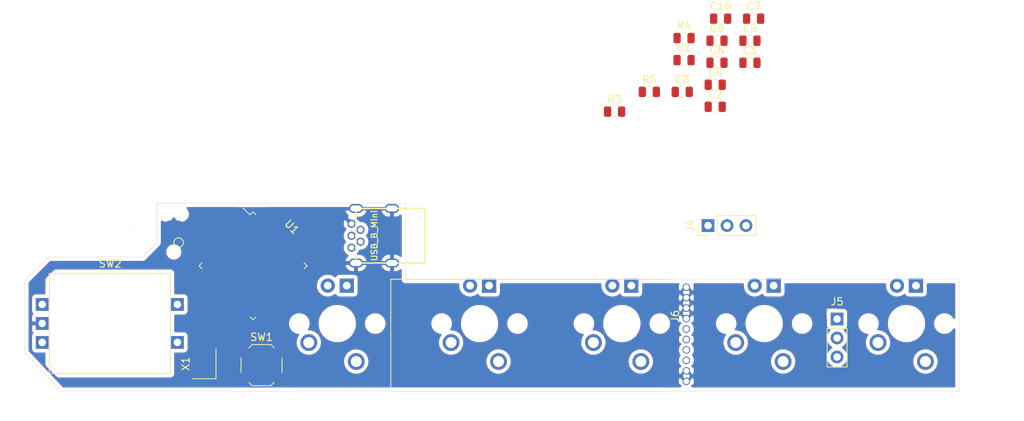
<source format=kicad_pcb>
(kicad_pcb (version 20171130) (host pcbnew "(5.1.6)-1")

  (general
    (thickness 1.6)
    (drawings 20)
    (tracks 3)
    (zones 0)
    (modules 27)
    (nets 44)
  )

  (page A4)
  (layers
    (0 F.Cu signal)
    (31 B.Cu signal)
    (32 B.Adhes user)
    (33 F.Adhes user)
    (34 B.Paste user)
    (35 F.Paste user)
    (36 B.SilkS user)
    (37 F.SilkS user)
    (38 B.Mask user)
    (39 F.Mask user)
    (40 Dwgs.User user)
    (41 Cmts.User user)
    (42 Eco1.User user)
    (43 Eco2.User user)
    (44 Edge.Cuts user)
    (45 Margin user)
    (46 B.CrtYd user)
    (47 F.CrtYd user)
    (48 B.Fab user)
    (49 F.Fab user)
  )

  (setup
    (last_trace_width 0.25)
    (trace_clearance 0.2)
    (zone_clearance 0.508)
    (zone_45_only no)
    (trace_min 0.2)
    (via_size 0.8)
    (via_drill 0.4)
    (via_min_size 0.4)
    (via_min_drill 0.3)
    (uvia_size 0.3)
    (uvia_drill 0.1)
    (uvias_allowed no)
    (uvia_min_size 0.2)
    (uvia_min_drill 0.1)
    (edge_width 0.05)
    (segment_width 0.2)
    (pcb_text_width 0.3)
    (pcb_text_size 1.5 1.5)
    (mod_edge_width 0.12)
    (mod_text_size 1 1)
    (mod_text_width 0.15)
    (pad_size 4 4)
    (pad_drill 4)
    (pad_to_mask_clearance 0.05)
    (aux_axis_origin 0 0)
    (visible_elements 7FFFF7FF)
    (pcbplotparams
      (layerselection 0x010fc_ffffffff)
      (usegerberextensions false)
      (usegerberattributes true)
      (usegerberadvancedattributes true)
      (creategerberjobfile true)
      (excludeedgelayer true)
      (linewidth 0.100000)
      (plotframeref false)
      (viasonmask false)
      (mode 1)
      (useauxorigin false)
      (hpglpennumber 1)
      (hpglpenspeed 20)
      (hpglpendiameter 15.000000)
      (psnegative false)
      (psa4output false)
      (plotreference true)
      (plotvalue true)
      (plotinvisibletext false)
      (padsonsilk false)
      (subtractmaskfromsilk false)
      (outputformat 1)
      (mirror false)
      (drillshape 0)
      (scaleselection 1)
      (outputdirectory "Gerbers"))
  )

  (net 0 "")
  (net 1 GND)
  (net 2 "Net-(C7-Pad1)")
  (net 3 "Net-(C8-Pad1)")
  (net 4 "Net-(C9-Pad1)")
  (net 5 "Net-(C10-Pad1)")
  (net 6 /MOSI)
  (net 7 /RESET)
  (net 8 /SCK)
  (net 9 /MISO)
  (net 10 /A0)
  (net 11 /D9)
  (net 12 /D6)
  (net 13 /D5)
  (net 14 "Net-(R4-Pad2)")
  (net 15 /D+)
  (net 16 "Net-(R5-Pad2)")
  (net 17 /D-)
  (net 18 /CS)
  (net 19 /D4)
  (net 20 /D3)
  (net 21 /D2)
  (net 22 "Net-(U1-Pad41)")
  (net 23 "Net-(U1-Pad40)")
  (net 24 "Net-(U1-Pad39)")
  (net 25 "Net-(U1-Pad38)")
  (net 26 "Net-(U1-Pad37)")
  (net 27 /D8)
  (net 28 "Net-(U1-Pad22)")
  (net 29 "Net-(U1-Pad8)")
  (net 30 VBUS)
  (net 31 /D7)
  (net 32 /D11)
  (net 33 /D13)
  (net 34 /D12)
  (net 35 /D1)
  (net 36 /D0)
  (net 37 "Net-(J2-Pad4)")
  (net 38 "Net-(MX1-Pad4)")
  (net 39 "Net-(MX1-Pad3)")
  (net 40 "Net-(MX2-Pad3)")
  (net 41 "Net-(MX3-Pad3)")
  (net 42 "Net-(MX4-Pad3)")
  (net 43 "Net-(MX5-Pad3)")

  (net_class Default "This is the default net class."
    (clearance 0.2)
    (trace_width 0.25)
    (via_dia 0.8)
    (via_drill 0.4)
    (uvia_dia 0.3)
    (uvia_drill 0.1)
    (add_net /A0)
    (add_net /CS)
    (add_net /D+)
    (add_net /D-)
    (add_net /D0)
    (add_net /D1)
    (add_net /D11)
    (add_net /D12)
    (add_net /D13)
    (add_net /D2)
    (add_net /D3)
    (add_net /D4)
    (add_net /D5)
    (add_net /D6)
    (add_net /D7)
    (add_net /D8)
    (add_net /D9)
    (add_net /MISO)
    (add_net /MOSI)
    (add_net /RESET)
    (add_net /SCK)
    (add_net GND)
    (add_net "Net-(C10-Pad1)")
    (add_net "Net-(C7-Pad1)")
    (add_net "Net-(C8-Pad1)")
    (add_net "Net-(C9-Pad1)")
    (add_net "Net-(J2-Pad4)")
    (add_net "Net-(MX1-Pad3)")
    (add_net "Net-(MX1-Pad4)")
    (add_net "Net-(MX2-Pad3)")
    (add_net "Net-(MX3-Pad3)")
    (add_net "Net-(MX4-Pad3)")
    (add_net "Net-(MX5-Pad3)")
    (add_net "Net-(R4-Pad2)")
    (add_net "Net-(R5-Pad2)")
    (add_net "Net-(U1-Pad22)")
    (add_net "Net-(U1-Pad37)")
    (add_net "Net-(U1-Pad38)")
    (add_net "Net-(U1-Pad39)")
    (add_net "Net-(U1-Pad40)")
    (add_net "Net-(U1-Pad41)")
    (add_net "Net-(U1-Pad8)")
    (add_net VBUS)
  )

  (module "Pikatea Macropad Encoder Side Mount:Breakaway-Throughole" (layer F.Cu) (tedit 605A75D3) (tstamp 605B2E65)
    (at 177.58 105.75 90)
    (path /601C442B)
    (fp_text reference J6 (at 1.8 -1.5 90) (layer F.SilkS)
      (effects (font (size 1 1) (thickness 0.15)))
    )
    (fp_text value Conn_01x04_Male (at 0 -2.6 90) (layer F.Fab)
      (effects (font (size 1 1) (thickness 0.15)))
    )
    (pad 1 thru_hole circle (at -6.9 0 90) (size 1 1) (drill 0.75) (layers *.Cu *.Mask)
      (net 1 GND))
    (pad 1 thru_hole circle (at -5.5 0 90) (size 1 1) (drill 0.75) (layers *.Cu *.Mask)
      (net 1 GND))
    (pad 3 thru_hole circle (at -4.1 0 90) (size 1 1) (drill 0.75) (layers *.Cu *.Mask)
      (net 12 /D6))
    (pad 2 thru_hole circle (at -2.7 0 90) (size 1 1) (drill 0.75) (layers *.Cu *.Mask)
      (net 27 /D8))
    (pad 1 thru_hole circle (at -1.3 0 90) (size 1 1) (drill 0.75) (layers *.Cu *.Mask)
      (net 1 GND))
    (pad 1 thru_hole circle (at 2.9 0 90) (size 1 1) (drill 0.75) (layers *.Cu *.Mask)
      (net 1 GND))
    (pad 1 thru_hole circle (at 1.5 0 90) (size 1 1) (drill 0.75) (layers *.Cu *.Mask)
      (net 1 GND))
    (pad 4 thru_hole circle (at 0.1 0 90) (size 1 1) (drill 0.75) (layers *.Cu *.Mask)
      (net 10 /A0))
    (pad 1 thru_hole circle (at 4.3 0 90) (size 1 1) (drill 0.75) (layers *.Cu *.Mask)
      (net 1 GND))
    (pad 1 thru_hole circle (at 5.7 0 90) (size 1 1) (drill 0.75) (layers *.Cu *.Mask)
      (net 1 GND))
  )

  (module TC2030-CTX:TC2030-IDC (layer F.Cu) (tedit 605A5B69) (tstamp 605B03BB)
    (at 108.97 92.8 90)
    (descr "Tag Connect TC2030-IDC")
    (path /60609235)
    (fp_text reference J1 (at 0 -5.589925 90) (layer F.SilkS)
      (effects (font (size 0.800276 0.800276) (thickness 0.015)))
    )
    (fp_text value TC2030-CTX (at 0.1 2.4 90) (layer F.Fab)
      (effects (font (size 0.800827 0.800827) (thickness 0.015)))
    )
    (fp_poly (pts (xy -1.27 -0.635) (xy 1.27 -0.635) (xy 1.27 0.635) (xy -1.27 0.635)) (layer F.CrtYd) (width 0.127))
    (fp_circle (center -1.27 0.635) (end -0.635 0.635) (layer F.SilkS) (width 0.127))
    (pad None np_thru_hole circle (at 2.54 1.016 90) (size 1.016 1.016) (drill 1.016) (layers *.Cu *.Mask))
    (pad None np_thru_hole circle (at 2.54 -1.016 90) (size 1.016 1.016) (drill 1.016) (layers *.Cu *.Mask))
    (pad None np_thru_hole circle (at -2.54 0 90) (size 1.016 1.016) (drill 1.016) (layers *.Cu *.Mask))
    (pad 2 smd circle (at -1.27 -0.635 90) (size 0.7874 0.7874) (layers F.Cu F.Mask)
      (net 6 /MOSI))
    (pad 4 smd circle (at 0 -0.635 90) (size 0.7874 0.7874) (layers F.Cu F.Mask)
      (net 8 /SCK))
    (pad 6 smd circle (at 1.27 -0.635 90) (size 0.7874 0.7874) (layers F.Cu F.Mask)
      (net 9 /MISO))
    (pad 5 smd circle (at 1.27 0.635 90) (size 0.7874 0.7874) (layers F.Cu F.Mask)
      (net 1 GND))
    (pad 3 smd circle (at 0 0.635 90) (size 0.7874 0.7874) (layers F.Cu F.Mask)
      (net 7 /RESET))
    (pad 1 smd circle (at -1.27 0.635 90) (size 0.7874 0.7874) (layers F.Cu F.Mask)
      (net 30 VBUS))
  )

  (module MX_Only:MXOnly-1U locked (layer B.Cu) (tedit 5AC9901D) (tstamp 605AF270)
    (at 207.05 104.92)
    (path /605EA87D)
    (fp_text reference MX5 (at 0 -3.175) (layer Dwgs.User)
      (effects (font (size 1 1) (thickness 0.15)))
    )
    (fp_text value MX-LED (at 0 7.9375) (layer Dwgs.User)
      (effects (font (size 1 1) (thickness 0.15)))
    )
    (fp_line (start 5 7) (end 7 7) (layer Dwgs.User) (width 0.15))
    (fp_line (start 7 7) (end 7 5) (layer Dwgs.User) (width 0.15))
    (fp_line (start 5 -7) (end 7 -7) (layer Dwgs.User) (width 0.15))
    (fp_line (start 7 -7) (end 7 -5) (layer Dwgs.User) (width 0.15))
    (fp_line (start -7 -5) (end -7 -7) (layer Dwgs.User) (width 0.15))
    (fp_line (start -7 -7) (end -5 -7) (layer Dwgs.User) (width 0.15))
    (fp_line (start -5 7) (end -7 7) (layer Dwgs.User) (width 0.15))
    (fp_line (start -7 7) (end -7 5) (layer Dwgs.User) (width 0.15))
    (fp_line (start -9.525 9.525) (end 9.525 9.525) (layer Dwgs.User) (width 0.15))
    (fp_line (start 9.525 9.525) (end 9.525 -9.525) (layer Dwgs.User) (width 0.15))
    (fp_line (start 9.525 -9.525) (end -9.525 -9.525) (layer Dwgs.User) (width 0.15))
    (fp_line (start -9.525 -9.525) (end -9.525 9.525) (layer Dwgs.User) (width 0.15))
    (pad "" np_thru_hole circle (at 5.08 0 311.9004) (size 1.75 1.75) (drill 1.75) (layers *.Cu *.Mask))
    (pad "" np_thru_hole circle (at -5.08 0 311.9004) (size 1.75 1.75) (drill 1.75) (layers *.Cu *.Mask))
    (pad 4 thru_hole rect (at 1.27 -5.08) (size 1.905 1.905) (drill 1.04) (layers *.Cu F.Mask)
      (net 38 "Net-(MX1-Pad4)"))
    (pad 3 thru_hole circle (at -1.27 -5.08) (size 1.905 1.905) (drill 1.04) (layers *.Cu F.Mask)
      (net 43 "Net-(MX5-Pad3)"))
    (pad 1 thru_hole circle (at -3.81 2.54) (size 2.25 2.25) (drill 1.47) (layers *.Cu F.Mask)
      (net 12 /D6))
    (pad "" np_thru_hole circle (at 0 0) (size 3.9878 3.9878) (drill 3.9878) (layers *.Cu *.Mask))
    (pad 2 thru_hole circle (at 2.54 5.08) (size 2.25 2.25) (drill 1.47) (layers *.Cu F.Mask)
      (net 10 /A0))
  )

  (module MX_Only:MXOnly-1U locked (layer B.Cu) (tedit 5AC9901D) (tstamp 605AF259)
    (at 188 104.92)
    (path /605EA2A5)
    (fp_text reference MX4 (at 0 -3.175) (layer Dwgs.User)
      (effects (font (size 1 1) (thickness 0.15)))
    )
    (fp_text value MX-LED (at 0 7.9375) (layer Dwgs.User)
      (effects (font (size 1 1) (thickness 0.15)))
    )
    (fp_line (start 5 7) (end 7 7) (layer Dwgs.User) (width 0.15))
    (fp_line (start 7 7) (end 7 5) (layer Dwgs.User) (width 0.15))
    (fp_line (start 5 -7) (end 7 -7) (layer Dwgs.User) (width 0.15))
    (fp_line (start 7 -7) (end 7 -5) (layer Dwgs.User) (width 0.15))
    (fp_line (start -7 -5) (end -7 -7) (layer Dwgs.User) (width 0.15))
    (fp_line (start -7 -7) (end -5 -7) (layer Dwgs.User) (width 0.15))
    (fp_line (start -5 7) (end -7 7) (layer Dwgs.User) (width 0.15))
    (fp_line (start -7 7) (end -7 5) (layer Dwgs.User) (width 0.15))
    (fp_line (start -9.525 9.525) (end 9.525 9.525) (layer Dwgs.User) (width 0.15))
    (fp_line (start 9.525 9.525) (end 9.525 -9.525) (layer Dwgs.User) (width 0.15))
    (fp_line (start 9.525 -9.525) (end -9.525 -9.525) (layer Dwgs.User) (width 0.15))
    (fp_line (start -9.525 -9.525) (end -9.525 9.525) (layer Dwgs.User) (width 0.15))
    (pad "" np_thru_hole circle (at 5.08 0 311.9004) (size 1.75 1.75) (drill 1.75) (layers *.Cu *.Mask))
    (pad "" np_thru_hole circle (at -5.08 0 311.9004) (size 1.75 1.75) (drill 1.75) (layers *.Cu *.Mask))
    (pad 4 thru_hole rect (at 1.27 -5.08) (size 1.905 1.905) (drill 1.04) (layers *.Cu F.Mask)
      (net 38 "Net-(MX1-Pad4)"))
    (pad 3 thru_hole circle (at -1.27 -5.08) (size 1.905 1.905) (drill 1.04) (layers *.Cu F.Mask)
      (net 42 "Net-(MX4-Pad3)"))
    (pad 1 thru_hole circle (at -3.81 2.54) (size 2.25 2.25) (drill 1.47) (layers *.Cu F.Mask)
      (net 27 /D8))
    (pad "" np_thru_hole circle (at 0 0) (size 3.9878 3.9878) (drill 3.9878) (layers *.Cu *.Mask))
    (pad 2 thru_hole circle (at 2.54 5.08) (size 2.25 2.25) (drill 1.47) (layers *.Cu F.Mask)
      (net 10 /A0))
  )

  (module MX_Only:MXOnly-1U locked (layer B.Cu) (tedit 5AC9901D) (tstamp 605AF242)
    (at 168.95 104.92)
    (path /605E9C8D)
    (fp_text reference MX3 (at 0 -3.175) (layer Dwgs.User)
      (effects (font (size 1 1) (thickness 0.15)))
    )
    (fp_text value MX-LED (at 0 7.9375) (layer Dwgs.User)
      (effects (font (size 1 1) (thickness 0.15)))
    )
    (fp_line (start 5 7) (end 7 7) (layer Dwgs.User) (width 0.15))
    (fp_line (start 7 7) (end 7 5) (layer Dwgs.User) (width 0.15))
    (fp_line (start 5 -7) (end 7 -7) (layer Dwgs.User) (width 0.15))
    (fp_line (start 7 -7) (end 7 -5) (layer Dwgs.User) (width 0.15))
    (fp_line (start -7 -5) (end -7 -7) (layer Dwgs.User) (width 0.15))
    (fp_line (start -7 -7) (end -5 -7) (layer Dwgs.User) (width 0.15))
    (fp_line (start -5 7) (end -7 7) (layer Dwgs.User) (width 0.15))
    (fp_line (start -7 7) (end -7 5) (layer Dwgs.User) (width 0.15))
    (fp_line (start -9.525 9.525) (end 9.525 9.525) (layer Dwgs.User) (width 0.15))
    (fp_line (start 9.525 9.525) (end 9.525 -9.525) (layer Dwgs.User) (width 0.15))
    (fp_line (start 9.525 -9.525) (end -9.525 -9.525) (layer Dwgs.User) (width 0.15))
    (fp_line (start -9.525 -9.525) (end -9.525 9.525) (layer Dwgs.User) (width 0.15))
    (pad "" np_thru_hole circle (at 5.08 0 311.9004) (size 1.75 1.75) (drill 1.75) (layers *.Cu *.Mask))
    (pad "" np_thru_hole circle (at -5.08 0 311.9004) (size 1.75 1.75) (drill 1.75) (layers *.Cu *.Mask))
    (pad 4 thru_hole rect (at 1.27 -5.08) (size 1.905 1.905) (drill 1.04) (layers *.Cu F.Mask)
      (net 38 "Net-(MX1-Pad4)"))
    (pad 3 thru_hole circle (at -1.27 -5.08) (size 1.905 1.905) (drill 1.04) (layers *.Cu F.Mask)
      (net 41 "Net-(MX3-Pad3)"))
    (pad 1 thru_hole circle (at -3.81 2.54) (size 2.25 2.25) (drill 1.47) (layers *.Cu F.Mask)
      (net 31 /D7))
    (pad "" np_thru_hole circle (at 0 0) (size 3.9878 3.9878) (drill 3.9878) (layers *.Cu *.Mask))
    (pad 2 thru_hole circle (at 2.54 5.08) (size 2.25 2.25) (drill 1.47) (layers *.Cu F.Mask)
      (net 10 /A0))
  )

  (module MX_Only:MXOnly-1U locked (layer B.Cu) (tedit 5AC9901D) (tstamp 605AF22B)
    (at 149.9 104.92)
    (path /605E9743)
    (fp_text reference MX2 (at 0 -3.175) (layer Dwgs.User)
      (effects (font (size 1 1) (thickness 0.15)))
    )
    (fp_text value MX-LED (at 0 7.9375) (layer Dwgs.User)
      (effects (font (size 1 1) (thickness 0.15)))
    )
    (fp_line (start 5 7) (end 7 7) (layer Dwgs.User) (width 0.15))
    (fp_line (start 7 7) (end 7 5) (layer Dwgs.User) (width 0.15))
    (fp_line (start 5 -7) (end 7 -7) (layer Dwgs.User) (width 0.15))
    (fp_line (start 7 -7) (end 7 -5) (layer Dwgs.User) (width 0.15))
    (fp_line (start -7 -5) (end -7 -7) (layer Dwgs.User) (width 0.15))
    (fp_line (start -7 -7) (end -5 -7) (layer Dwgs.User) (width 0.15))
    (fp_line (start -5 7) (end -7 7) (layer Dwgs.User) (width 0.15))
    (fp_line (start -7 7) (end -7 5) (layer Dwgs.User) (width 0.15))
    (fp_line (start -9.525 9.525) (end 9.525 9.525) (layer Dwgs.User) (width 0.15))
    (fp_line (start 9.525 9.525) (end 9.525 -9.525) (layer Dwgs.User) (width 0.15))
    (fp_line (start 9.525 -9.525) (end -9.525 -9.525) (layer Dwgs.User) (width 0.15))
    (fp_line (start -9.525 -9.525) (end -9.525 9.525) (layer Dwgs.User) (width 0.15))
    (pad "" np_thru_hole circle (at 5.08 0 311.9004) (size 1.75 1.75) (drill 1.75) (layers *.Cu *.Mask))
    (pad "" np_thru_hole circle (at -5.08 0 311.9004) (size 1.75 1.75) (drill 1.75) (layers *.Cu *.Mask))
    (pad 4 thru_hole rect (at 1.27 -5.08) (size 1.905 1.905) (drill 1.04) (layers *.Cu F.Mask)
      (net 38 "Net-(MX1-Pad4)"))
    (pad 3 thru_hole circle (at -1.27 -5.08) (size 1.905 1.905) (drill 1.04) (layers *.Cu F.Mask)
      (net 40 "Net-(MX2-Pad3)"))
    (pad 1 thru_hole circle (at -3.81 2.54) (size 2.25 2.25) (drill 1.47) (layers *.Cu F.Mask)
      (net 11 /D9))
    (pad "" np_thru_hole circle (at 0 0) (size 3.9878 3.9878) (drill 3.9878) (layers *.Cu *.Mask))
    (pad 2 thru_hole circle (at 2.54 5.08) (size 2.25 2.25) (drill 1.47) (layers *.Cu F.Mask)
      (net 10 /A0))
  )

  (module MX_Only:MXOnly-1U locked (layer B.Cu) (tedit 5AC9901D) (tstamp 605AF214)
    (at 130.85 104.92)
    (path /605E5377)
    (fp_text reference MX1 (at 0 -3.175) (layer Dwgs.User)
      (effects (font (size 1 1) (thickness 0.15)))
    )
    (fp_text value MX-LED (at 0 7.9375) (layer Dwgs.User)
      (effects (font (size 1 1) (thickness 0.15)))
    )
    (fp_line (start 5 7) (end 7 7) (layer Dwgs.User) (width 0.15))
    (fp_line (start 7 7) (end 7 5) (layer Dwgs.User) (width 0.15))
    (fp_line (start 5 -7) (end 7 -7) (layer Dwgs.User) (width 0.15))
    (fp_line (start 7 -7) (end 7 -5) (layer Dwgs.User) (width 0.15))
    (fp_line (start -7 -5) (end -7 -7) (layer Dwgs.User) (width 0.15))
    (fp_line (start -7 -7) (end -5 -7) (layer Dwgs.User) (width 0.15))
    (fp_line (start -5 7) (end -7 7) (layer Dwgs.User) (width 0.15))
    (fp_line (start -7 7) (end -7 5) (layer Dwgs.User) (width 0.15))
    (fp_line (start -9.525 9.525) (end 9.525 9.525) (layer Dwgs.User) (width 0.15))
    (fp_line (start 9.525 9.525) (end 9.525 -9.525) (layer Dwgs.User) (width 0.15))
    (fp_line (start 9.525 -9.525) (end -9.525 -9.525) (layer Dwgs.User) (width 0.15))
    (fp_line (start -9.525 -9.525) (end -9.525 9.525) (layer Dwgs.User) (width 0.15))
    (pad "" np_thru_hole circle (at 5.08 0 311.9004) (size 1.75 1.75) (drill 1.75) (layers *.Cu *.Mask))
    (pad "" np_thru_hole circle (at -5.08 0 311.9004) (size 1.75 1.75) (drill 1.75) (layers *.Cu *.Mask))
    (pad 4 thru_hole rect (at 1.27 -5.08) (size 1.905 1.905) (drill 1.04) (layers *.Cu F.Mask)
      (net 38 "Net-(MX1-Pad4)"))
    (pad 3 thru_hole circle (at -1.27 -5.08) (size 1.905 1.905) (drill 1.04) (layers *.Cu F.Mask)
      (net 39 "Net-(MX1-Pad3)"))
    (pad 1 thru_hole circle (at -3.81 2.54) (size 2.25 2.25) (drill 1.47) (layers *.Cu F.Mask)
      (net 13 /D5))
    (pad "" np_thru_hole circle (at 0 0) (size 3.9878 3.9878) (drill 3.9878) (layers *.Cu *.Mask))
    (pad 2 thru_hole circle (at 2.54 5.08) (size 2.25 2.25) (drill 1.47) (layers *.Cu F.Mask)
      (net 10 /A0))
  )

  (module "usb_mini:USB-Mini-B_ LCSC-C46398" (layer F.Cu) (tedit 5B316445) (tstamp 605B1326)
    (at 133.36 93.16 90)
    (path /605B6E85)
    (fp_text reference J2 (at -0.02 -4.1 90) (layer F.SilkS) hide
      (effects (font (size 1.5 1.5) (thickness 0.15)))
    )
    (fp_text value USB_B_Mini (at 0.02 2.46 90) (layer F.SilkS)
      (effects (font (size 0.8 0.8) (thickness 0.15)))
    )
    (fp_line (start 3.65 0) (end -3.65 0) (layer F.SilkS) (width 0.2))
    (fp_line (start -3.65 0) (end -3.65 9.2) (layer F.SilkS) (width 0.2))
    (fp_line (start -3.65 9.2) (end 3.65 9.2) (layer F.SilkS) (width 0.2))
    (fp_line (start 3.65 9.2) (end 3.65 0) (layer F.SilkS) (width 0.2))
    (pad 6 thru_hole oval (at 3.65 0 90) (size 1.2 1.9) (drill oval 0.8 1.5) (layers *.Cu *.Mask)
      (net 1 GND))
    (pad 6 thru_hole oval (at -3.65 0 90) (size 1.2 1.9) (drill oval 0.8 1.5) (layers *.Cu *.Mask)
      (net 1 GND))
    (pad 1 thru_hole circle (at -1.6 -0.6 90) (size 1.1 1.1) (drill 0.7) (layers *.Cu *.Mask)
      (net 30 VBUS))
    (pad 2 thru_hole circle (at -0.8 0.6 90) (size 1.1 1.1) (drill 0.7) (layers *.Cu *.Mask)
      (net 17 /D-))
    (pad 3 thru_hole circle (at 0 -0.6 90) (size 1.1 1.1) (drill 0.7) (layers *.Cu *.Mask)
      (net 15 /D+))
    (pad 4 thru_hole circle (at 0.8 0.6 90) (size 1.1 1.1) (drill 0.7) (layers *.Cu *.Mask)
      (net 37 "Net-(J2-Pad4)"))
    (pad 5 thru_hole circle (at 1.6 -0.6 90) (size 1.1 1.1) (drill 0.7) (layers *.Cu *.Mask)
      (net 1 GND))
    (pad 6 thru_hole oval (at -3.65 4.82 90) (size 1.2 1.9) (drill oval 0.8 1.5) (layers *.Cu *.Mask)
      (net 1 GND))
    (pad 6 thru_hole oval (at 3.65 4.82 90) (size 1.2 1.9) (drill oval 0.8 1.5) (layers *.Cu *.Mask)
      (net 1 GND))
  )

  (module Crystal:Crystal_SMD_SeikoEpson_FA238-4Pin_3.2x2.5mm (layer F.Cu) (tedit 5A0FD1B2) (tstamp 605A6E1B)
    (at 113.01 110.3 90)
    (descr "crystal Epson Toyocom FA-238 https://support.epson.biz/td/api/doc_check.php?dl=brief_fa-238v_en.pdf, 3.2x2.5mm^2 package")
    (tags "SMD SMT crystal")
    (path /5FC2572B)
    (attr smd)
    (fp_text reference X1 (at 0 -2.45 90) (layer F.SilkS)
      (effects (font (size 1 1) (thickness 0.15)))
    )
    (fp_text value 16MHz (at 0 2.45 90) (layer F.Fab)
      (effects (font (size 1 1) (thickness 0.15)))
    )
    (fp_text user %R (at 0 0 90) (layer F.Fab)
      (effects (font (size 0.7 0.7) (thickness 0.105)))
    )
    (fp_line (start -1.5 -1.25) (end 1.5 -1.25) (layer F.Fab) (width 0.1))
    (fp_line (start 1.5 -1.25) (end 1.6 -1.15) (layer F.Fab) (width 0.1))
    (fp_line (start 1.6 -1.15) (end 1.6 1.15) (layer F.Fab) (width 0.1))
    (fp_line (start 1.6 1.15) (end 1.5 1.25) (layer F.Fab) (width 0.1))
    (fp_line (start 1.5 1.25) (end -1.5 1.25) (layer F.Fab) (width 0.1))
    (fp_line (start -1.5 1.25) (end -1.6 1.15) (layer F.Fab) (width 0.1))
    (fp_line (start -1.6 1.15) (end -1.6 -1.15) (layer F.Fab) (width 0.1))
    (fp_line (start -1.6 -1.15) (end -1.5 -1.25) (layer F.Fab) (width 0.1))
    (fp_line (start -1.6 0.25) (end -0.6 1.25) (layer F.Fab) (width 0.1))
    (fp_line (start -2 -1.6) (end -2 1.6) (layer F.SilkS) (width 0.12))
    (fp_line (start -2 1.6) (end 2 1.6) (layer F.SilkS) (width 0.12))
    (fp_line (start -2.1 -1.7) (end -2.1 1.7) (layer F.CrtYd) (width 0.05))
    (fp_line (start -2.1 1.7) (end 2.1 1.7) (layer F.CrtYd) (width 0.05))
    (fp_line (start 2.1 1.7) (end 2.1 -1.7) (layer F.CrtYd) (width 0.05))
    (fp_line (start 2.1 -1.7) (end -2.1 -1.7) (layer F.CrtYd) (width 0.05))
    (pad 4 smd rect (at -1.1 -0.8 90) (size 1.4 1.2) (layers F.Cu F.Paste F.Mask)
      (net 1 GND))
    (pad 3 smd rect (at 1.1 -0.8 90) (size 1.4 1.2) (layers F.Cu F.Paste F.Mask)
      (net 3 "Net-(C8-Pad1)"))
    (pad 2 smd rect (at 1.1 0.8 90) (size 1.4 1.2) (layers F.Cu F.Paste F.Mask)
      (net 1 GND))
    (pad 1 smd rect (at -1.1 0.8 90) (size 1.4 1.2) (layers F.Cu F.Paste F.Mask)
      (net 2 "Net-(C7-Pad1)"))
    (model ${KISYS3DMOD}/Crystal.3dshapes/Crystal_SMD_SeikoEpson_FA238-4Pin_3.2x2.5mm.wrl
      (at (xyz 0 0 0))
      (scale (xyz 1 1 1))
      (rotate (xyz 0 0 0))
    )
  )

  (module Button_Switch_SMD:SW_SPST_TL3342 (layer F.Cu) (tedit 5A02FC95) (tstamp 605A6D3F)
    (at 120.71 110.48)
    (descr "Low-profile SMD Tactile Switch, https://www.e-switch.com/system/asset/product_line/data_sheet/165/TL3342.pdf")
    (tags "SPST Tactile Switch")
    (path /5FC11E8D)
    (attr smd)
    (fp_text reference SW1 (at 0 -3.75) (layer F.SilkS)
      (effects (font (size 1 1) (thickness 0.15)))
    )
    (fp_text value SW_DPST (at 0 3.75) (layer F.Fab)
      (effects (font (size 1 1) (thickness 0.15)))
    )
    (fp_text user %R (at 0 -3.75) (layer F.Fab)
      (effects (font (size 1 1) (thickness 0.15)))
    )
    (fp_line (start 3.2 2.1) (end 3.2 1.6) (layer F.Fab) (width 0.1))
    (fp_line (start 3.2 -2.1) (end 3.2 -1.6) (layer F.Fab) (width 0.1))
    (fp_line (start -3.2 2.1) (end -3.2 1.6) (layer F.Fab) (width 0.1))
    (fp_line (start -3.2 -2.1) (end -3.2 -1.6) (layer F.Fab) (width 0.1))
    (fp_line (start 2.7 -2.1) (end 2.7 -1.6) (layer F.Fab) (width 0.1))
    (fp_line (start 1.7 -2.1) (end 3.2 -2.1) (layer F.Fab) (width 0.1))
    (fp_line (start 3.2 -1.6) (end 2.2 -1.6) (layer F.Fab) (width 0.1))
    (fp_line (start -2.7 -2.1) (end -2.7 -1.6) (layer F.Fab) (width 0.1))
    (fp_line (start -1.7 -2.1) (end -3.2 -2.1) (layer F.Fab) (width 0.1))
    (fp_line (start -3.2 -1.6) (end -2.2 -1.6) (layer F.Fab) (width 0.1))
    (fp_line (start -2.7 2.1) (end -2.7 1.6) (layer F.Fab) (width 0.1))
    (fp_line (start -3.2 1.6) (end -2.2 1.6) (layer F.Fab) (width 0.1))
    (fp_line (start -1.7 2.1) (end -3.2 2.1) (layer F.Fab) (width 0.1))
    (fp_line (start 1.7 2.1) (end 3.2 2.1) (layer F.Fab) (width 0.1))
    (fp_line (start 2.7 2.1) (end 2.7 1.6) (layer F.Fab) (width 0.1))
    (fp_line (start 3.2 1.6) (end 2.2 1.6) (layer F.Fab) (width 0.1))
    (fp_line (start -1.7 2.3) (end -1.25 2.75) (layer F.SilkS) (width 0.12))
    (fp_line (start 1.7 2.3) (end 1.25 2.75) (layer F.SilkS) (width 0.12))
    (fp_line (start 1.7 -2.3) (end 1.25 -2.75) (layer F.SilkS) (width 0.12))
    (fp_line (start -1.7 -2.3) (end -1.25 -2.75) (layer F.SilkS) (width 0.12))
    (fp_line (start -2 -1) (end -1 -2) (layer F.Fab) (width 0.1))
    (fp_line (start -1 -2) (end 1 -2) (layer F.Fab) (width 0.1))
    (fp_line (start 1 -2) (end 2 -1) (layer F.Fab) (width 0.1))
    (fp_line (start 2 -1) (end 2 1) (layer F.Fab) (width 0.1))
    (fp_line (start 2 1) (end 1 2) (layer F.Fab) (width 0.1))
    (fp_line (start 1 2) (end -1 2) (layer F.Fab) (width 0.1))
    (fp_line (start -1 2) (end -2 1) (layer F.Fab) (width 0.1))
    (fp_line (start -2 1) (end -2 -1) (layer F.Fab) (width 0.1))
    (fp_line (start 2.75 -1) (end 2.75 1) (layer F.SilkS) (width 0.12))
    (fp_line (start -1.25 2.75) (end 1.25 2.75) (layer F.SilkS) (width 0.12))
    (fp_line (start -2.75 -1) (end -2.75 1) (layer F.SilkS) (width 0.12))
    (fp_line (start -1.25 -2.75) (end 1.25 -2.75) (layer F.SilkS) (width 0.12))
    (fp_line (start -2.6 -1.2) (end -2.6 1.2) (layer F.Fab) (width 0.1))
    (fp_line (start -2.6 1.2) (end -1.2 2.6) (layer F.Fab) (width 0.1))
    (fp_line (start -1.2 2.6) (end 1.2 2.6) (layer F.Fab) (width 0.1))
    (fp_line (start 1.2 2.6) (end 2.6 1.2) (layer F.Fab) (width 0.1))
    (fp_line (start 2.6 1.2) (end 2.6 -1.2) (layer F.Fab) (width 0.1))
    (fp_line (start 2.6 -1.2) (end 1.2 -2.6) (layer F.Fab) (width 0.1))
    (fp_line (start 1.2 -2.6) (end -1.2 -2.6) (layer F.Fab) (width 0.1))
    (fp_line (start -1.2 -2.6) (end -2.6 -1.2) (layer F.Fab) (width 0.1))
    (fp_line (start -4.25 -3) (end 4.25 -3) (layer F.CrtYd) (width 0.05))
    (fp_line (start 4.25 -3) (end 4.25 3) (layer F.CrtYd) (width 0.05))
    (fp_line (start 4.25 3) (end -4.25 3) (layer F.CrtYd) (width 0.05))
    (fp_line (start -4.25 3) (end -4.25 -3) (layer F.CrtYd) (width 0.05))
    (fp_circle (center 0 0) (end 1 0) (layer F.Fab) (width 0.1))
    (pad 2 smd rect (at 3.15 1.9) (size 1.7 1) (layers F.Cu F.Paste F.Mask)
      (net 7 /RESET))
    (pad 2 smd rect (at -3.15 1.9) (size 1.7 1) (layers F.Cu F.Paste F.Mask)
      (net 7 /RESET))
    (pad 1 smd rect (at 3.15 -1.9) (size 1.7 1) (layers F.Cu F.Paste F.Mask)
      (net 1 GND))
    (pad 1 smd rect (at -3.15 -1.9) (size 1.7 1) (layers F.Cu F.Paste F.Mask)
      (net 1 GND))
    (model ${KISYS3DMOD}/Button_Switch_SMD.3dshapes/SW_SPST_TL3342.wrl
      (at (xyz 0 0 0))
      (scale (xyz 1 1 1))
      (rotate (xyz 0 0 0))
    )
  )

  (module Resistor_SMD:R_0805_2012Metric (layer F.Cu) (tedit 5B36C52B) (tstamp 605A6D09)
    (at 172.625 73.9)
    (descr "Resistor SMD 0805 (2012 Metric), square (rectangular) end terminal, IPC_7351 nominal, (Body size source: https://docs.google.com/spreadsheets/d/1BsfQQcO9C6DZCsRaXUlFlo91Tg2WpOkGARC1WS5S8t0/edit?usp=sharing), generated with kicad-footprint-generator")
    (tags resistor)
    (path /5FC5359D)
    (attr smd)
    (fp_text reference R5 (at 0 -1.65) (layer F.SilkS)
      (effects (font (size 1 1) (thickness 0.15)))
    )
    (fp_text value 22 (at 0 1.65) (layer F.Fab)
      (effects (font (size 1 1) (thickness 0.15)))
    )
    (fp_text user %R (at 0 0) (layer F.Fab)
      (effects (font (size 0.5 0.5) (thickness 0.08)))
    )
    (fp_line (start -1 0.6) (end -1 -0.6) (layer F.Fab) (width 0.1))
    (fp_line (start -1 -0.6) (end 1 -0.6) (layer F.Fab) (width 0.1))
    (fp_line (start 1 -0.6) (end 1 0.6) (layer F.Fab) (width 0.1))
    (fp_line (start 1 0.6) (end -1 0.6) (layer F.Fab) (width 0.1))
    (fp_line (start -0.258578 -0.71) (end 0.258578 -0.71) (layer F.SilkS) (width 0.12))
    (fp_line (start -0.258578 0.71) (end 0.258578 0.71) (layer F.SilkS) (width 0.12))
    (fp_line (start -1.68 0.95) (end -1.68 -0.95) (layer F.CrtYd) (width 0.05))
    (fp_line (start -1.68 -0.95) (end 1.68 -0.95) (layer F.CrtYd) (width 0.05))
    (fp_line (start 1.68 -0.95) (end 1.68 0.95) (layer F.CrtYd) (width 0.05))
    (fp_line (start 1.68 0.95) (end -1.68 0.95) (layer F.CrtYd) (width 0.05))
    (pad 2 smd roundrect (at 0.9375 0) (size 0.975 1.4) (layers F.Cu F.Paste F.Mask) (roundrect_rratio 0.25)
      (net 16 "Net-(R5-Pad2)"))
    (pad 1 smd roundrect (at -0.9375 0) (size 0.975 1.4) (layers F.Cu F.Paste F.Mask) (roundrect_rratio 0.25)
      (net 17 /D-))
    (model ${KISYS3DMOD}/Resistor_SMD.3dshapes/R_0805_2012Metric.wrl
      (at (xyz 0 0 0))
      (scale (xyz 1 1 1))
      (rotate (xyz 0 0 0))
    )
  )

  (module Resistor_SMD:R_0805_2012Metric (layer F.Cu) (tedit 5B36C52B) (tstamp 605A6CF8)
    (at 177.275 66.7)
    (descr "Resistor SMD 0805 (2012 Metric), square (rectangular) end terminal, IPC_7351 nominal, (Body size source: https://docs.google.com/spreadsheets/d/1BsfQQcO9C6DZCsRaXUlFlo91Tg2WpOkGARC1WS5S8t0/edit?usp=sharing), generated with kicad-footprint-generator")
    (tags resistor)
    (path /5FC46CFB)
    (attr smd)
    (fp_text reference R4 (at 0 -1.65) (layer F.SilkS)
      (effects (font (size 1 1) (thickness 0.15)))
    )
    (fp_text value 22 (at 0 1.65) (layer F.Fab)
      (effects (font (size 1 1) (thickness 0.15)))
    )
    (fp_text user %R (at 0 0) (layer F.Fab)
      (effects (font (size 0.5 0.5) (thickness 0.08)))
    )
    (fp_line (start -1 0.6) (end -1 -0.6) (layer F.Fab) (width 0.1))
    (fp_line (start -1 -0.6) (end 1 -0.6) (layer F.Fab) (width 0.1))
    (fp_line (start 1 -0.6) (end 1 0.6) (layer F.Fab) (width 0.1))
    (fp_line (start 1 0.6) (end -1 0.6) (layer F.Fab) (width 0.1))
    (fp_line (start -0.258578 -0.71) (end 0.258578 -0.71) (layer F.SilkS) (width 0.12))
    (fp_line (start -0.258578 0.71) (end 0.258578 0.71) (layer F.SilkS) (width 0.12))
    (fp_line (start -1.68 0.95) (end -1.68 -0.95) (layer F.CrtYd) (width 0.05))
    (fp_line (start -1.68 -0.95) (end 1.68 -0.95) (layer F.CrtYd) (width 0.05))
    (fp_line (start 1.68 -0.95) (end 1.68 0.95) (layer F.CrtYd) (width 0.05))
    (fp_line (start 1.68 0.95) (end -1.68 0.95) (layer F.CrtYd) (width 0.05))
    (pad 2 smd roundrect (at 0.9375 0) (size 0.975 1.4) (layers F.Cu F.Paste F.Mask) (roundrect_rratio 0.25)
      (net 14 "Net-(R4-Pad2)"))
    (pad 1 smd roundrect (at -0.9375 0) (size 0.975 1.4) (layers F.Cu F.Paste F.Mask) (roundrect_rratio 0.25)
      (net 15 /D+))
    (model ${KISYS3DMOD}/Resistor_SMD.3dshapes/R_0805_2012Metric.wrl
      (at (xyz 0 0 0))
      (scale (xyz 1 1 1))
      (rotate (xyz 0 0 0))
    )
  )

  (module Resistor_SMD:R_0805_2012Metric (layer F.Cu) (tedit 5B36C52B) (tstamp 605A6CE7)
    (at 167.975 76.55)
    (descr "Resistor SMD 0805 (2012 Metric), square (rectangular) end terminal, IPC_7351 nominal, (Body size source: https://docs.google.com/spreadsheets/d/1BsfQQcO9C6DZCsRaXUlFlo91Tg2WpOkGARC1WS5S8t0/edit?usp=sharing), generated with kicad-footprint-generator")
    (tags resistor)
    (path /5FC1E4DD)
    (attr smd)
    (fp_text reference R3 (at 0 -1.65) (layer F.SilkS)
      (effects (font (size 1 1) (thickness 0.15)))
    )
    (fp_text value 10K (at 0 1.65) (layer F.Fab)
      (effects (font (size 1 1) (thickness 0.15)))
    )
    (fp_text user %R (at 0 0) (layer F.Fab)
      (effects (font (size 0.5 0.5) (thickness 0.08)))
    )
    (fp_line (start -1 0.6) (end -1 -0.6) (layer F.Fab) (width 0.1))
    (fp_line (start -1 -0.6) (end 1 -0.6) (layer F.Fab) (width 0.1))
    (fp_line (start 1 -0.6) (end 1 0.6) (layer F.Fab) (width 0.1))
    (fp_line (start 1 0.6) (end -1 0.6) (layer F.Fab) (width 0.1))
    (fp_line (start -0.258578 -0.71) (end 0.258578 -0.71) (layer F.SilkS) (width 0.12))
    (fp_line (start -0.258578 0.71) (end 0.258578 0.71) (layer F.SilkS) (width 0.12))
    (fp_line (start -1.68 0.95) (end -1.68 -0.95) (layer F.CrtYd) (width 0.05))
    (fp_line (start -1.68 -0.95) (end 1.68 -0.95) (layer F.CrtYd) (width 0.05))
    (fp_line (start 1.68 -0.95) (end 1.68 0.95) (layer F.CrtYd) (width 0.05))
    (fp_line (start 1.68 0.95) (end -1.68 0.95) (layer F.CrtYd) (width 0.05))
    (pad 2 smd roundrect (at 0.9375 0) (size 0.975 1.4) (layers F.Cu F.Paste F.Mask) (roundrect_rratio 0.25)
      (net 7 /RESET))
    (pad 1 smd roundrect (at -0.9375 0) (size 0.975 1.4) (layers F.Cu F.Paste F.Mask) (roundrect_rratio 0.25)
      (net 30 VBUS))
    (model ${KISYS3DMOD}/Resistor_SMD.3dshapes/R_0805_2012Metric.wrl
      (at (xyz 0 0 0))
      (scale (xyz 1 1 1))
      (rotate (xyz 0 0 0))
    )
  )

  (module Connector_PinHeader_2.54mm:PinHeader_1x03_P2.54mm_Vertical (layer F.Cu) (tedit 59FED5CC) (tstamp 605B3366)
    (at 180.49 91.8 90)
    (descr "Through hole straight pin header, 1x03, 2.54mm pitch, single row")
    (tags "Through hole pin header THT 1x03 2.54mm single row")
    (path /601A4B28)
    (fp_text reference J4 (at 0 -2.33 90) (layer F.SilkS)
      (effects (font (size 1 1) (thickness 0.15)))
    )
    (fp_text value Conn_01x03_Male (at 0 7.41 90) (layer F.Fab)
      (effects (font (size 1 1) (thickness 0.15)))
    )
    (fp_text user %R (at 0 2.54) (layer F.Fab)
      (effects (font (size 1 1) (thickness 0.15)))
    )
    (fp_line (start -0.635 -1.27) (end 1.27 -1.27) (layer F.Fab) (width 0.1))
    (fp_line (start 1.27 -1.27) (end 1.27 6.35) (layer F.Fab) (width 0.1))
    (fp_line (start 1.27 6.35) (end -1.27 6.35) (layer F.Fab) (width 0.1))
    (fp_line (start -1.27 6.35) (end -1.27 -0.635) (layer F.Fab) (width 0.1))
    (fp_line (start -1.27 -0.635) (end -0.635 -1.27) (layer F.Fab) (width 0.1))
    (fp_line (start -1.33 6.41) (end 1.33 6.41) (layer F.SilkS) (width 0.12))
    (fp_line (start -1.33 1.27) (end -1.33 6.41) (layer F.SilkS) (width 0.12))
    (fp_line (start 1.33 1.27) (end 1.33 6.41) (layer F.SilkS) (width 0.12))
    (fp_line (start -1.33 1.27) (end 1.33 1.27) (layer F.SilkS) (width 0.12))
    (fp_line (start -1.33 0) (end -1.33 -1.33) (layer F.SilkS) (width 0.12))
    (fp_line (start -1.33 -1.33) (end 0 -1.33) (layer F.SilkS) (width 0.12))
    (fp_line (start -1.8 -1.8) (end -1.8 6.85) (layer F.CrtYd) (width 0.05))
    (fp_line (start -1.8 6.85) (end 1.8 6.85) (layer F.CrtYd) (width 0.05))
    (fp_line (start 1.8 6.85) (end 1.8 -1.8) (layer F.CrtYd) (width 0.05))
    (fp_line (start 1.8 -1.8) (end -1.8 -1.8) (layer F.CrtYd) (width 0.05))
    (pad 3 thru_hole oval (at 0 5.08 90) (size 1.7 1.7) (drill 1) (layers *.Cu *.Mask)
      (net 10 /A0))
    (pad 2 thru_hole oval (at 0 2.54 90) (size 1.7 1.7) (drill 1) (layers *.Cu *.Mask)
      (net 35 /D1))
    (pad 1 thru_hole rect (at 0 0 90) (size 1.7 1.7) (drill 1) (layers *.Cu *.Mask)
      (net 36 /D0))
    (model ${KISYS3DMOD}/Connector_PinHeader_2.54mm.3dshapes/PinHeader_1x03_P2.54mm_Vertical.wrl
      (at (xyz 0 0 0))
      (scale (xyz 1 1 1))
      (rotate (xyz 0 0 0))
    )
  )

  (module Capacitor_SMD:C_0805_2012Metric (layer F.Cu) (tedit 5B36C52B) (tstamp 605A6B26)
    (at 182.175 64.1)
    (descr "Capacitor SMD 0805 (2012 Metric), square (rectangular) end terminal, IPC_7351 nominal, (Body size source: https://docs.google.com/spreadsheets/d/1BsfQQcO9C6DZCsRaXUlFlo91Tg2WpOkGARC1WS5S8t0/edit?usp=sharing), generated with kicad-footprint-generator")
    (tags capacitor)
    (path /5FC69F35)
    (attr smd)
    (fp_text reference C10 (at 0 -1.65) (layer F.SilkS)
      (effects (font (size 1 1) (thickness 0.15)))
    )
    (fp_text value 0u1 (at 0 1.65) (layer F.Fab)
      (effects (font (size 1 1) (thickness 0.15)))
    )
    (fp_text user %R (at 0 0) (layer F.Fab)
      (effects (font (size 0.5 0.5) (thickness 0.08)))
    )
    (fp_line (start -1 0.6) (end -1 -0.6) (layer F.Fab) (width 0.1))
    (fp_line (start -1 -0.6) (end 1 -0.6) (layer F.Fab) (width 0.1))
    (fp_line (start 1 -0.6) (end 1 0.6) (layer F.Fab) (width 0.1))
    (fp_line (start 1 0.6) (end -1 0.6) (layer F.Fab) (width 0.1))
    (fp_line (start -0.258578 -0.71) (end 0.258578 -0.71) (layer F.SilkS) (width 0.12))
    (fp_line (start -0.258578 0.71) (end 0.258578 0.71) (layer F.SilkS) (width 0.12))
    (fp_line (start -1.68 0.95) (end -1.68 -0.95) (layer F.CrtYd) (width 0.05))
    (fp_line (start -1.68 -0.95) (end 1.68 -0.95) (layer F.CrtYd) (width 0.05))
    (fp_line (start 1.68 -0.95) (end 1.68 0.95) (layer F.CrtYd) (width 0.05))
    (fp_line (start 1.68 0.95) (end -1.68 0.95) (layer F.CrtYd) (width 0.05))
    (pad 2 smd roundrect (at 0.9375 0) (size 0.975 1.4) (layers F.Cu F.Paste F.Mask) (roundrect_rratio 0.25)
      (net 1 GND))
    (pad 1 smd roundrect (at -0.9375 0) (size 0.975 1.4) (layers F.Cu F.Paste F.Mask) (roundrect_rratio 0.25)
      (net 5 "Net-(C10-Pad1)"))
    (model ${KISYS3DMOD}/Capacitor_SMD.3dshapes/C_0805_2012Metric.wrl
      (at (xyz 0 0 0))
      (scale (xyz 1 1 1))
      (rotate (xyz 0 0 0))
    )
  )

  (module Capacitor_SMD:C_0805_2012Metric (layer F.Cu) (tedit 5B36C52B) (tstamp 605A6B15)
    (at 181.685 67.05)
    (descr "Capacitor SMD 0805 (2012 Metric), square (rectangular) end terminal, IPC_7351 nominal, (Body size source: https://docs.google.com/spreadsheets/d/1BsfQQcO9C6DZCsRaXUlFlo91Tg2WpOkGARC1WS5S8t0/edit?usp=sharing), generated with kicad-footprint-generator")
    (tags capacitor)
    (path /5FC68FBA)
    (attr smd)
    (fp_text reference C9 (at 0 -1.65) (layer F.SilkS)
      (effects (font (size 1 1) (thickness 0.15)))
    )
    (fp_text value 1u (at 0 1.65) (layer F.Fab)
      (effects (font (size 1 1) (thickness 0.15)))
    )
    (fp_text user %R (at 0 0) (layer F.Fab)
      (effects (font (size 0.5 0.5) (thickness 0.08)))
    )
    (fp_line (start -1 0.6) (end -1 -0.6) (layer F.Fab) (width 0.1))
    (fp_line (start -1 -0.6) (end 1 -0.6) (layer F.Fab) (width 0.1))
    (fp_line (start 1 -0.6) (end 1 0.6) (layer F.Fab) (width 0.1))
    (fp_line (start 1 0.6) (end -1 0.6) (layer F.Fab) (width 0.1))
    (fp_line (start -0.258578 -0.71) (end 0.258578 -0.71) (layer F.SilkS) (width 0.12))
    (fp_line (start -0.258578 0.71) (end 0.258578 0.71) (layer F.SilkS) (width 0.12))
    (fp_line (start -1.68 0.95) (end -1.68 -0.95) (layer F.CrtYd) (width 0.05))
    (fp_line (start -1.68 -0.95) (end 1.68 -0.95) (layer F.CrtYd) (width 0.05))
    (fp_line (start 1.68 -0.95) (end 1.68 0.95) (layer F.CrtYd) (width 0.05))
    (fp_line (start 1.68 0.95) (end -1.68 0.95) (layer F.CrtYd) (width 0.05))
    (pad 2 smd roundrect (at 0.9375 0) (size 0.975 1.4) (layers F.Cu F.Paste F.Mask) (roundrect_rratio 0.25)
      (net 1 GND))
    (pad 1 smd roundrect (at -0.9375 0) (size 0.975 1.4) (layers F.Cu F.Paste F.Mask) (roundrect_rratio 0.25)
      (net 4 "Net-(C9-Pad1)"))
    (model ${KISYS3DMOD}/Capacitor_SMD.3dshapes/C_0805_2012Metric.wrl
      (at (xyz 0 0 0))
      (scale (xyz 1 1 1))
      (rotate (xyz 0 0 0))
    )
  )

  (module Capacitor_SMD:C_0805_2012Metric (layer F.Cu) (tedit 5B36C52B) (tstamp 605A6B04)
    (at 177.035 73.9)
    (descr "Capacitor SMD 0805 (2012 Metric), square (rectangular) end terminal, IPC_7351 nominal, (Body size source: https://docs.google.com/spreadsheets/d/1BsfQQcO9C6DZCsRaXUlFlo91Tg2WpOkGARC1WS5S8t0/edit?usp=sharing), generated with kicad-footprint-generator")
    (tags capacitor)
    (path /5FC39439)
    (attr smd)
    (fp_text reference C8 (at 0 -1.65) (layer F.SilkS)
      (effects (font (size 1 1) (thickness 0.15)))
    )
    (fp_text value 22p (at 0 1.65) (layer F.Fab)
      (effects (font (size 1 1) (thickness 0.15)))
    )
    (fp_text user %R (at 0 0) (layer F.Fab)
      (effects (font (size 0.5 0.5) (thickness 0.08)))
    )
    (fp_line (start -1 0.6) (end -1 -0.6) (layer F.Fab) (width 0.1))
    (fp_line (start -1 -0.6) (end 1 -0.6) (layer F.Fab) (width 0.1))
    (fp_line (start 1 -0.6) (end 1 0.6) (layer F.Fab) (width 0.1))
    (fp_line (start 1 0.6) (end -1 0.6) (layer F.Fab) (width 0.1))
    (fp_line (start -0.258578 -0.71) (end 0.258578 -0.71) (layer F.SilkS) (width 0.12))
    (fp_line (start -0.258578 0.71) (end 0.258578 0.71) (layer F.SilkS) (width 0.12))
    (fp_line (start -1.68 0.95) (end -1.68 -0.95) (layer F.CrtYd) (width 0.05))
    (fp_line (start -1.68 -0.95) (end 1.68 -0.95) (layer F.CrtYd) (width 0.05))
    (fp_line (start 1.68 -0.95) (end 1.68 0.95) (layer F.CrtYd) (width 0.05))
    (fp_line (start 1.68 0.95) (end -1.68 0.95) (layer F.CrtYd) (width 0.05))
    (pad 2 smd roundrect (at 0.9375 0) (size 0.975 1.4) (layers F.Cu F.Paste F.Mask) (roundrect_rratio 0.25)
      (net 1 GND))
    (pad 1 smd roundrect (at -0.9375 0) (size 0.975 1.4) (layers F.Cu F.Paste F.Mask) (roundrect_rratio 0.25)
      (net 3 "Net-(C8-Pad1)"))
    (model ${KISYS3DMOD}/Capacitor_SMD.3dshapes/C_0805_2012Metric.wrl
      (at (xyz 0 0 0))
      (scale (xyz 1 1 1))
      (rotate (xyz 0 0 0))
    )
  )

  (module Capacitor_SMD:C_0805_2012Metric (layer F.Cu) (tedit 5B36C52B) (tstamp 605A6AF3)
    (at 186.585 64.1)
    (descr "Capacitor SMD 0805 (2012 Metric), square (rectangular) end terminal, IPC_7351 nominal, (Body size source: https://docs.google.com/spreadsheets/d/1BsfQQcO9C6DZCsRaXUlFlo91Tg2WpOkGARC1WS5S8t0/edit?usp=sharing), generated with kicad-footprint-generator")
    (tags capacitor)
    (path /5FC410CF)
    (attr smd)
    (fp_text reference C7 (at 0 -1.65) (layer F.SilkS)
      (effects (font (size 1 1) (thickness 0.15)))
    )
    (fp_text value 22p (at 0 1.65) (layer F.Fab)
      (effects (font (size 1 1) (thickness 0.15)))
    )
    (fp_text user %R (at 0 0) (layer F.Fab)
      (effects (font (size 0.5 0.5) (thickness 0.08)))
    )
    (fp_line (start -1 0.6) (end -1 -0.6) (layer F.Fab) (width 0.1))
    (fp_line (start -1 -0.6) (end 1 -0.6) (layer F.Fab) (width 0.1))
    (fp_line (start 1 -0.6) (end 1 0.6) (layer F.Fab) (width 0.1))
    (fp_line (start 1 0.6) (end -1 0.6) (layer F.Fab) (width 0.1))
    (fp_line (start -0.258578 -0.71) (end 0.258578 -0.71) (layer F.SilkS) (width 0.12))
    (fp_line (start -0.258578 0.71) (end 0.258578 0.71) (layer F.SilkS) (width 0.12))
    (fp_line (start -1.68 0.95) (end -1.68 -0.95) (layer F.CrtYd) (width 0.05))
    (fp_line (start -1.68 -0.95) (end 1.68 -0.95) (layer F.CrtYd) (width 0.05))
    (fp_line (start 1.68 -0.95) (end 1.68 0.95) (layer F.CrtYd) (width 0.05))
    (fp_line (start 1.68 0.95) (end -1.68 0.95) (layer F.CrtYd) (width 0.05))
    (pad 2 smd roundrect (at 0.9375 0) (size 0.975 1.4) (layers F.Cu F.Paste F.Mask) (roundrect_rratio 0.25)
      (net 1 GND))
    (pad 1 smd roundrect (at -0.9375 0) (size 0.975 1.4) (layers F.Cu F.Paste F.Mask) (roundrect_rratio 0.25)
      (net 2 "Net-(C7-Pad1)"))
    (model ${KISYS3DMOD}/Capacitor_SMD.3dshapes/C_0805_2012Metric.wrl
      (at (xyz 0 0 0))
      (scale (xyz 1 1 1))
      (rotate (xyz 0 0 0))
    )
  )

  (module Capacitor_SMD:C_0805_2012Metric (layer F.Cu) (tedit 5B36C52B) (tstamp 605A6AE2)
    (at 181.685 70)
    (descr "Capacitor SMD 0805 (2012 Metric), square (rectangular) end terminal, IPC_7351 nominal, (Body size source: https://docs.google.com/spreadsheets/d/1BsfQQcO9C6DZCsRaXUlFlo91Tg2WpOkGARC1WS5S8t0/edit?usp=sharing), generated with kicad-footprint-generator")
    (tags capacitor)
    (path /5FC87AF9)
    (attr smd)
    (fp_text reference C6 (at 0 -1.65) (layer F.SilkS)
      (effects (font (size 1 1) (thickness 0.15)))
    )
    (fp_text value 4u7 (at 0 1.65) (layer F.Fab)
      (effects (font (size 1 1) (thickness 0.15)))
    )
    (fp_text user %R (at 0 0) (layer F.Fab)
      (effects (font (size 0.5 0.5) (thickness 0.08)))
    )
    (fp_line (start -1 0.6) (end -1 -0.6) (layer F.Fab) (width 0.1))
    (fp_line (start -1 -0.6) (end 1 -0.6) (layer F.Fab) (width 0.1))
    (fp_line (start 1 -0.6) (end 1 0.6) (layer F.Fab) (width 0.1))
    (fp_line (start 1 0.6) (end -1 0.6) (layer F.Fab) (width 0.1))
    (fp_line (start -0.258578 -0.71) (end 0.258578 -0.71) (layer F.SilkS) (width 0.12))
    (fp_line (start -0.258578 0.71) (end 0.258578 0.71) (layer F.SilkS) (width 0.12))
    (fp_line (start -1.68 0.95) (end -1.68 -0.95) (layer F.CrtYd) (width 0.05))
    (fp_line (start -1.68 -0.95) (end 1.68 -0.95) (layer F.CrtYd) (width 0.05))
    (fp_line (start 1.68 -0.95) (end 1.68 0.95) (layer F.CrtYd) (width 0.05))
    (fp_line (start 1.68 0.95) (end -1.68 0.95) (layer F.CrtYd) (width 0.05))
    (pad 2 smd roundrect (at 0.9375 0) (size 0.975 1.4) (layers F.Cu F.Paste F.Mask) (roundrect_rratio 0.25)
      (net 1 GND))
    (pad 1 smd roundrect (at -0.9375 0) (size 0.975 1.4) (layers F.Cu F.Paste F.Mask) (roundrect_rratio 0.25)
      (net 30 VBUS))
    (model ${KISYS3DMOD}/Capacitor_SMD.3dshapes/C_0805_2012Metric.wrl
      (at (xyz 0 0 0))
      (scale (xyz 1 1 1))
      (rotate (xyz 0 0 0))
    )
  )

  (module Capacitor_SMD:C_0805_2012Metric (layer F.Cu) (tedit 5B36C52B) (tstamp 605A6AD1)
    (at 186.095 67.05)
    (descr "Capacitor SMD 0805 (2012 Metric), square (rectangular) end terminal, IPC_7351 nominal, (Body size source: https://docs.google.com/spreadsheets/d/1BsfQQcO9C6DZCsRaXUlFlo91Tg2WpOkGARC1WS5S8t0/edit?usp=sharing), generated with kicad-footprint-generator")
    (tags capacitor)
    (path /5FC876DF)
    (attr smd)
    (fp_text reference C5 (at 0 -1.65) (layer F.SilkS)
      (effects (font (size 1 1) (thickness 0.15)))
    )
    (fp_text value 0u1 (at 0 1.65) (layer F.Fab)
      (effects (font (size 1 1) (thickness 0.15)))
    )
    (fp_text user %R (at 0 0) (layer F.Fab)
      (effects (font (size 0.5 0.5) (thickness 0.08)))
    )
    (fp_line (start -1 0.6) (end -1 -0.6) (layer F.Fab) (width 0.1))
    (fp_line (start -1 -0.6) (end 1 -0.6) (layer F.Fab) (width 0.1))
    (fp_line (start 1 -0.6) (end 1 0.6) (layer F.Fab) (width 0.1))
    (fp_line (start 1 0.6) (end -1 0.6) (layer F.Fab) (width 0.1))
    (fp_line (start -0.258578 -0.71) (end 0.258578 -0.71) (layer F.SilkS) (width 0.12))
    (fp_line (start -0.258578 0.71) (end 0.258578 0.71) (layer F.SilkS) (width 0.12))
    (fp_line (start -1.68 0.95) (end -1.68 -0.95) (layer F.CrtYd) (width 0.05))
    (fp_line (start -1.68 -0.95) (end 1.68 -0.95) (layer F.CrtYd) (width 0.05))
    (fp_line (start 1.68 -0.95) (end 1.68 0.95) (layer F.CrtYd) (width 0.05))
    (fp_line (start 1.68 0.95) (end -1.68 0.95) (layer F.CrtYd) (width 0.05))
    (pad 2 smd roundrect (at 0.9375 0) (size 0.975 1.4) (layers F.Cu F.Paste F.Mask) (roundrect_rratio 0.25)
      (net 1 GND))
    (pad 1 smd roundrect (at -0.9375 0) (size 0.975 1.4) (layers F.Cu F.Paste F.Mask) (roundrect_rratio 0.25)
      (net 30 VBUS))
    (model ${KISYS3DMOD}/Capacitor_SMD.3dshapes/C_0805_2012Metric.wrl
      (at (xyz 0 0 0))
      (scale (xyz 1 1 1))
      (rotate (xyz 0 0 0))
    )
  )

  (module Capacitor_SMD:C_0805_2012Metric (layer F.Cu) (tedit 5B36C52B) (tstamp 605A6AC0)
    (at 181.445 72.95)
    (descr "Capacitor SMD 0805 (2012 Metric), square (rectangular) end terminal, IPC_7351 nominal, (Body size source: https://docs.google.com/spreadsheets/d/1BsfQQcO9C6DZCsRaXUlFlo91Tg2WpOkGARC1WS5S8t0/edit?usp=sharing), generated with kicad-footprint-generator")
    (tags capacitor)
    (path /5FC87289)
    (attr smd)
    (fp_text reference C4 (at 0 -1.65) (layer F.SilkS)
      (effects (font (size 1 1) (thickness 0.15)))
    )
    (fp_text value 0u1 (at 0 1.65) (layer F.Fab)
      (effects (font (size 1 1) (thickness 0.15)))
    )
    (fp_text user %R (at 0 0) (layer F.Fab)
      (effects (font (size 0.5 0.5) (thickness 0.08)))
    )
    (fp_line (start -1 0.6) (end -1 -0.6) (layer F.Fab) (width 0.1))
    (fp_line (start -1 -0.6) (end 1 -0.6) (layer F.Fab) (width 0.1))
    (fp_line (start 1 -0.6) (end 1 0.6) (layer F.Fab) (width 0.1))
    (fp_line (start 1 0.6) (end -1 0.6) (layer F.Fab) (width 0.1))
    (fp_line (start -0.258578 -0.71) (end 0.258578 -0.71) (layer F.SilkS) (width 0.12))
    (fp_line (start -0.258578 0.71) (end 0.258578 0.71) (layer F.SilkS) (width 0.12))
    (fp_line (start -1.68 0.95) (end -1.68 -0.95) (layer F.CrtYd) (width 0.05))
    (fp_line (start -1.68 -0.95) (end 1.68 -0.95) (layer F.CrtYd) (width 0.05))
    (fp_line (start 1.68 -0.95) (end 1.68 0.95) (layer F.CrtYd) (width 0.05))
    (fp_line (start 1.68 0.95) (end -1.68 0.95) (layer F.CrtYd) (width 0.05))
    (pad 2 smd roundrect (at 0.9375 0) (size 0.975 1.4) (layers F.Cu F.Paste F.Mask) (roundrect_rratio 0.25)
      (net 1 GND))
    (pad 1 smd roundrect (at -0.9375 0) (size 0.975 1.4) (layers F.Cu F.Paste F.Mask) (roundrect_rratio 0.25)
      (net 30 VBUS))
    (model ${KISYS3DMOD}/Capacitor_SMD.3dshapes/C_0805_2012Metric.wrl
      (at (xyz 0 0 0))
      (scale (xyz 1 1 1))
      (rotate (xyz 0 0 0))
    )
  )

  (module Capacitor_SMD:C_0805_2012Metric (layer F.Cu) (tedit 5B36C52B) (tstamp 605A6AAF)
    (at 186.095 70)
    (descr "Capacitor SMD 0805 (2012 Metric), square (rectangular) end terminal, IPC_7351 nominal, (Body size source: https://docs.google.com/spreadsheets/d/1BsfQQcO9C6DZCsRaXUlFlo91Tg2WpOkGARC1WS5S8t0/edit?usp=sharing), generated with kicad-footprint-generator")
    (tags capacitor)
    (path /5FC86DF6)
    (attr smd)
    (fp_text reference C3 (at 0 -1.65) (layer F.SilkS)
      (effects (font (size 1 1) (thickness 0.15)))
    )
    (fp_text value 0u1 (at 0 1.65) (layer F.Fab)
      (effects (font (size 1 1) (thickness 0.15)))
    )
    (fp_text user %R (at 0 0) (layer F.Fab)
      (effects (font (size 0.5 0.5) (thickness 0.08)))
    )
    (fp_line (start -1 0.6) (end -1 -0.6) (layer F.Fab) (width 0.1))
    (fp_line (start -1 -0.6) (end 1 -0.6) (layer F.Fab) (width 0.1))
    (fp_line (start 1 -0.6) (end 1 0.6) (layer F.Fab) (width 0.1))
    (fp_line (start 1 0.6) (end -1 0.6) (layer F.Fab) (width 0.1))
    (fp_line (start -0.258578 -0.71) (end 0.258578 -0.71) (layer F.SilkS) (width 0.12))
    (fp_line (start -0.258578 0.71) (end 0.258578 0.71) (layer F.SilkS) (width 0.12))
    (fp_line (start -1.68 0.95) (end -1.68 -0.95) (layer F.CrtYd) (width 0.05))
    (fp_line (start -1.68 -0.95) (end 1.68 -0.95) (layer F.CrtYd) (width 0.05))
    (fp_line (start 1.68 -0.95) (end 1.68 0.95) (layer F.CrtYd) (width 0.05))
    (fp_line (start 1.68 0.95) (end -1.68 0.95) (layer F.CrtYd) (width 0.05))
    (pad 2 smd roundrect (at 0.9375 0) (size 0.975 1.4) (layers F.Cu F.Paste F.Mask) (roundrect_rratio 0.25)
      (net 1 GND))
    (pad 1 smd roundrect (at -0.9375 0) (size 0.975 1.4) (layers F.Cu F.Paste F.Mask) (roundrect_rratio 0.25)
      (net 30 VBUS))
    (model ${KISYS3DMOD}/Capacitor_SMD.3dshapes/C_0805_2012Metric.wrl
      (at (xyz 0 0 0))
      (scale (xyz 1 1 1))
      (rotate (xyz 0 0 0))
    )
  )

  (module Capacitor_SMD:C_0805_2012Metric (layer F.Cu) (tedit 5B36C52B) (tstamp 605A6A9E)
    (at 181.445 75.9)
    (descr "Capacitor SMD 0805 (2012 Metric), square (rectangular) end terminal, IPC_7351 nominal, (Body size source: https://docs.google.com/spreadsheets/d/1BsfQQcO9C6DZCsRaXUlFlo91Tg2WpOkGARC1WS5S8t0/edit?usp=sharing), generated with kicad-footprint-generator")
    (tags capacitor)
    (path /5FC866CE)
    (attr smd)
    (fp_text reference C2 (at 0 -1.65) (layer F.SilkS)
      (effects (font (size 1 1) (thickness 0.15)))
    )
    (fp_text value 0u1 (at 0 1.65) (layer F.Fab)
      (effects (font (size 1 1) (thickness 0.15)))
    )
    (fp_text user %R (at 0 0) (layer F.Fab)
      (effects (font (size 0.5 0.5) (thickness 0.08)))
    )
    (fp_line (start -1 0.6) (end -1 -0.6) (layer F.Fab) (width 0.1))
    (fp_line (start -1 -0.6) (end 1 -0.6) (layer F.Fab) (width 0.1))
    (fp_line (start 1 -0.6) (end 1 0.6) (layer F.Fab) (width 0.1))
    (fp_line (start 1 0.6) (end -1 0.6) (layer F.Fab) (width 0.1))
    (fp_line (start -0.258578 -0.71) (end 0.258578 -0.71) (layer F.SilkS) (width 0.12))
    (fp_line (start -0.258578 0.71) (end 0.258578 0.71) (layer F.SilkS) (width 0.12))
    (fp_line (start -1.68 0.95) (end -1.68 -0.95) (layer F.CrtYd) (width 0.05))
    (fp_line (start -1.68 -0.95) (end 1.68 -0.95) (layer F.CrtYd) (width 0.05))
    (fp_line (start 1.68 -0.95) (end 1.68 0.95) (layer F.CrtYd) (width 0.05))
    (fp_line (start 1.68 0.95) (end -1.68 0.95) (layer F.CrtYd) (width 0.05))
    (pad 2 smd roundrect (at 0.9375 0) (size 0.975 1.4) (layers F.Cu F.Paste F.Mask) (roundrect_rratio 0.25)
      (net 1 GND))
    (pad 1 smd roundrect (at -0.9375 0) (size 0.975 1.4) (layers F.Cu F.Paste F.Mask) (roundrect_rratio 0.25)
      (net 30 VBUS))
    (model ${KISYS3DMOD}/Capacitor_SMD.3dshapes/C_0805_2012Metric.wrl
      (at (xyz 0 0 0))
      (scale (xyz 1 1 1))
      (rotate (xyz 0 0 0))
    )
  )

  (module Capacitor_SMD:C_0805_2012Metric (layer F.Cu) (tedit 5B36C52B) (tstamp 605A6A8D)
    (at 177.275 69.65)
    (descr "Capacitor SMD 0805 (2012 Metric), square (rectangular) end terminal, IPC_7351 nominal, (Body size source: https://docs.google.com/spreadsheets/d/1BsfQQcO9C6DZCsRaXUlFlo91Tg2WpOkGARC1WS5S8t0/edit?usp=sharing), generated with kicad-footprint-generator")
    (tags capacitor)
    (path /5FC85C6D)
    (attr smd)
    (fp_text reference C1 (at 0 -1.65) (layer F.SilkS)
      (effects (font (size 1 1) (thickness 0.15)))
    )
    (fp_text value 0u1 (at 0 1.65) (layer F.Fab)
      (effects (font (size 1 1) (thickness 0.15)))
    )
    (fp_text user %R (at 0 0) (layer F.Fab)
      (effects (font (size 0.5 0.5) (thickness 0.08)))
    )
    (fp_line (start -1 0.6) (end -1 -0.6) (layer F.Fab) (width 0.1))
    (fp_line (start -1 -0.6) (end 1 -0.6) (layer F.Fab) (width 0.1))
    (fp_line (start 1 -0.6) (end 1 0.6) (layer F.Fab) (width 0.1))
    (fp_line (start 1 0.6) (end -1 0.6) (layer F.Fab) (width 0.1))
    (fp_line (start -0.258578 -0.71) (end 0.258578 -0.71) (layer F.SilkS) (width 0.12))
    (fp_line (start -0.258578 0.71) (end 0.258578 0.71) (layer F.SilkS) (width 0.12))
    (fp_line (start -1.68 0.95) (end -1.68 -0.95) (layer F.CrtYd) (width 0.05))
    (fp_line (start -1.68 -0.95) (end 1.68 -0.95) (layer F.CrtYd) (width 0.05))
    (fp_line (start 1.68 -0.95) (end 1.68 0.95) (layer F.CrtYd) (width 0.05))
    (fp_line (start 1.68 0.95) (end -1.68 0.95) (layer F.CrtYd) (width 0.05))
    (pad 2 smd roundrect (at 0.9375 0) (size 0.975 1.4) (layers F.Cu F.Paste F.Mask) (roundrect_rratio 0.25)
      (net 1 GND))
    (pad 1 smd roundrect (at -0.9375 0) (size 0.975 1.4) (layers F.Cu F.Paste F.Mask) (roundrect_rratio 0.25)
      (net 30 VBUS))
    (model ${KISYS3DMOD}/Capacitor_SMD.3dshapes/C_0805_2012Metric.wrl
      (at (xyz 0 0 0))
      (scale (xyz 1 1 1))
      (rotate (xyz 0 0 0))
    )
  )

  (module Connector_PinHeader_2.54mm:PinHeader_1x03_P2.54mm_Vertical (layer F.Cu) (tedit 59FED5CC) (tstamp 600A856D)
    (at 197.76 104.31)
    (descr "Through hole straight pin header, 1x03, 2.54mm pitch, single row")
    (tags "Through hole pin header THT 1x03 2.54mm single row")
    (path /601F09E4)
    (fp_text reference J5 (at 0 -2.33) (layer F.SilkS)
      (effects (font (size 1 1) (thickness 0.15)))
    )
    (fp_text value Conn_01x03_Male (at 0 7.41) (layer F.Fab)
      (effects (font (size 1 1) (thickness 0.15)))
    )
    (fp_line (start 1.8 -1.8) (end -1.8 -1.8) (layer F.CrtYd) (width 0.05))
    (fp_line (start 1.8 6.85) (end 1.8 -1.8) (layer F.CrtYd) (width 0.05))
    (fp_line (start -1.8 6.85) (end 1.8 6.85) (layer F.CrtYd) (width 0.05))
    (fp_line (start -1.8 -1.8) (end -1.8 6.85) (layer F.CrtYd) (width 0.05))
    (fp_line (start -1.33 -1.33) (end 0 -1.33) (layer F.SilkS) (width 0.12))
    (fp_line (start -1.33 0) (end -1.33 -1.33) (layer F.SilkS) (width 0.12))
    (fp_line (start -1.33 1.27) (end 1.33 1.27) (layer F.SilkS) (width 0.12))
    (fp_line (start 1.33 1.27) (end 1.33 6.41) (layer F.SilkS) (width 0.12))
    (fp_line (start -1.33 1.27) (end -1.33 6.41) (layer F.SilkS) (width 0.12))
    (fp_line (start -1.33 6.41) (end 1.33 6.41) (layer F.SilkS) (width 0.12))
    (fp_line (start -1.27 -0.635) (end -0.635 -1.27) (layer F.Fab) (width 0.1))
    (fp_line (start -1.27 6.35) (end -1.27 -0.635) (layer F.Fab) (width 0.1))
    (fp_line (start 1.27 6.35) (end -1.27 6.35) (layer F.Fab) (width 0.1))
    (fp_line (start 1.27 -1.27) (end 1.27 6.35) (layer F.Fab) (width 0.1))
    (fp_line (start -0.635 -1.27) (end 1.27 -1.27) (layer F.Fab) (width 0.1))
    (fp_text user %R (at 0 2.54 90) (layer F.Fab)
      (effects (font (size 1 1) (thickness 0.15)))
    )
    (pad 3 thru_hole oval (at 0 5.08) (size 1.7 1.7) (drill 1) (layers *.Cu *.Mask)
      (net 10 /A0))
    (pad 2 thru_hole oval (at 0 2.54) (size 1.7 1.7) (drill 1) (layers *.Cu *.Mask)
      (net 12 /D6))
    (pad 1 thru_hole rect (at 0 0) (size 1.7 1.7) (drill 1) (layers *.Cu *.Mask)
      (net 27 /D8))
    (model ${KISYS3DMOD}/Connector_PinHeader_2.54mm.3dshapes/PinHeader_1x03_P2.54mm_Vertical.wrl
      (at (xyz 0 0 0))
      (scale (xyz 1 1 1))
      (rotate (xyz 0 0 0))
    )
  )

  (module "Pikatea Macropad Encoder Side Mount:Encoder-BI_EN11_HSM0E" locked (layer F.Cu) (tedit 60085175) (tstamp 6008DAA3)
    (at 100.4 104.9)
    (path /5FCAA2F2)
    (fp_text reference SW2 (at 0.05 -8) (layer F.SilkS)
      (effects (font (size 1 1) (thickness 0.15)))
    )
    (fp_text value Rotary_Encoder_Switch (at 0 7.6) (layer F.Fab)
      (effects (font (size 1 1) (thickness 0.15)))
    )
    (fp_line (start -8.1 6.7) (end -8.1 -6.7) (layer F.SilkS) (width 0.12))
    (fp_line (start 8.1 6.7) (end 8.1 -6.7) (layer F.SilkS) (width 0.12))
    (fp_line (start -8.1 -6.7) (end 8.1 -6.7) (layer F.SilkS) (width 0.12))
    (fp_line (start 8.1 6.7) (end -8.1 6.7) (layer F.SilkS) (width 0.12))
    (pad S1 thru_hole rect (at 9.05 -2.54) (size 1.7 1.7) (drill 1) (layers *.Cu *.Mask)
      (net 21 /D2))
    (pad S2 thru_hole rect (at 9.05 2.54) (size 1.7 1.7) (drill 1) (layers *.Cu *.Mask)
      (net 10 /A0))
    (pad C thru_hole rect (at -9.05 0) (size 1.7 1.7) (drill 1) (layers *.Cu *.Mask)
      (net 1 GND))
    (pad B thru_hole rect (at -9.05 -2.54) (size 1.7 1.7) (drill 1) (layers *.Cu *.Mask)
      (net 20 /D3))
    (pad A thru_hole rect (at -9.05 2.54) (size 1.7 1.7) (drill 1) (layers *.Cu *.Mask)
      (net 19 /D4))
  )

  (module Package_QFP:LQFP-44_10x10mm_P0.8mm locked (layer F.Cu) (tedit 5D9F72AF) (tstamp 605AD741)
    (at 119.57 97.18 315)
    (descr "LQFP, 44 Pin (https://www.nxp.com/files-static/shared/doc/package_info/98ASS23225W.pdf?&fsrch=1), generated with kicad-footprint-generator ipc_gullwing_generator.py")
    (tags "LQFP QFP")
    (path /5FC14B98)
    (attr smd)
    (fp_text reference U1 (at 0 -7.35 135) (layer F.SilkS)
      (effects (font (size 1 1) (thickness 0.15)))
    )
    (fp_text value ATMEGA32U4-EP (at 0 7.35 135) (layer F.Fab)
      (effects (font (size 1 1) (thickness 0.15)))
    )
    (fp_line (start 6.65 4.52) (end 6.65 0) (layer F.CrtYd) (width 0.05))
    (fp_line (start 5.25 4.52) (end 6.65 4.52) (layer F.CrtYd) (width 0.05))
    (fp_line (start 5.25 5.25) (end 5.25 4.52) (layer F.CrtYd) (width 0.05))
    (fp_line (start 4.52 5.25) (end 5.25 5.25) (layer F.CrtYd) (width 0.05))
    (fp_line (start 4.52 6.65) (end 4.52 5.25) (layer F.CrtYd) (width 0.05))
    (fp_line (start 0 6.65) (end 4.52 6.65) (layer F.CrtYd) (width 0.05))
    (fp_line (start -6.65 4.52) (end -6.65 0) (layer F.CrtYd) (width 0.05))
    (fp_line (start -5.25 4.52) (end -6.65 4.52) (layer F.CrtYd) (width 0.05))
    (fp_line (start -5.25 5.25) (end -5.25 4.52) (layer F.CrtYd) (width 0.05))
    (fp_line (start -4.52 5.25) (end -5.25 5.25) (layer F.CrtYd) (width 0.05))
    (fp_line (start -4.52 6.65) (end -4.52 5.25) (layer F.CrtYd) (width 0.05))
    (fp_line (start 0 6.65) (end -4.52 6.65) (layer F.CrtYd) (width 0.05))
    (fp_line (start 6.65 -4.52) (end 6.65 0) (layer F.CrtYd) (width 0.05))
    (fp_line (start 5.25 -4.52) (end 6.65 -4.52) (layer F.CrtYd) (width 0.05))
    (fp_line (start 5.25 -5.25) (end 5.25 -4.52) (layer F.CrtYd) (width 0.05))
    (fp_line (start 4.52 -5.25) (end 5.25 -5.25) (layer F.CrtYd) (width 0.05))
    (fp_line (start 4.52 -6.65) (end 4.52 -5.25) (layer F.CrtYd) (width 0.05))
    (fp_line (start 0 -6.65) (end 4.52 -6.65) (layer F.CrtYd) (width 0.05))
    (fp_line (start -6.65 -4.52) (end -6.65 0) (layer F.CrtYd) (width 0.05))
    (fp_line (start -5.25 -4.52) (end -6.65 -4.52) (layer F.CrtYd) (width 0.05))
    (fp_line (start -5.25 -5.25) (end -5.25 -4.52) (layer F.CrtYd) (width 0.05))
    (fp_line (start -4.52 -5.25) (end -5.25 -5.25) (layer F.CrtYd) (width 0.05))
    (fp_line (start -4.52 -6.65) (end -4.52 -5.25) (layer F.CrtYd) (width 0.05))
    (fp_line (start 0 -6.65) (end -4.52 -6.65) (layer F.CrtYd) (width 0.05))
    (fp_line (start -5 -4) (end -4 -5) (layer F.Fab) (width 0.1))
    (fp_line (start -5 5) (end -5 -4) (layer F.Fab) (width 0.1))
    (fp_line (start 5 5) (end -5 5) (layer F.Fab) (width 0.1))
    (fp_line (start 5 -5) (end 5 5) (layer F.Fab) (width 0.1))
    (fp_line (start -4 -5) (end 5 -5) (layer F.Fab) (width 0.1))
    (fp_line (start -5.11 -4.535) (end -6.4 -4.535) (layer F.SilkS) (width 0.12))
    (fp_line (start -5.11 -5.11) (end -5.11 -4.535) (layer F.SilkS) (width 0.12))
    (fp_line (start -4.535 -5.11) (end -5.11 -5.11) (layer F.SilkS) (width 0.12))
    (fp_line (start 5.11 -5.11) (end 5.11 -4.535) (layer F.SilkS) (width 0.12))
    (fp_line (start 4.535 -5.11) (end 5.11 -5.11) (layer F.SilkS) (width 0.12))
    (fp_line (start -5.11 5.11) (end -5.11 4.535) (layer F.SilkS) (width 0.12))
    (fp_line (start -4.535 5.11) (end -5.11 5.11) (layer F.SilkS) (width 0.12))
    (fp_line (start 5.11 5.11) (end 5.11 4.535) (layer F.SilkS) (width 0.12))
    (fp_line (start 4.535 5.11) (end 5.11 5.11) (layer F.SilkS) (width 0.12))
    (fp_text user %R (at -0.1 0 135) (layer F.Fab)
      (effects (font (size 1 1) (thickness 0.15)))
    )
    (pad 44 smd roundrect (at -4 -5.6625 315) (size 0.55 1.475) (layers F.Cu F.Paste F.Mask) (roundrect_rratio 0.25)
      (net 30 VBUS))
    (pad 43 smd roundrect (at -3.2 -5.6625 315) (size 0.55 1.475) (layers F.Cu F.Paste F.Mask) (roundrect_rratio 0.25)
      (net 1 GND))
    (pad 42 smd roundrect (at -2.4 -5.6625 315) (size 0.55 1.475) (layers F.Cu F.Paste F.Mask) (roundrect_rratio 0.25)
      (net 5 "Net-(C10-Pad1)"))
    (pad 41 smd roundrect (at -1.6 -5.6625 315) (size 0.55 1.475) (layers F.Cu F.Paste F.Mask) (roundrect_rratio 0.25)
      (net 22 "Net-(U1-Pad41)"))
    (pad 40 smd roundrect (at -0.8 -5.6625 315) (size 0.55 1.475) (layers F.Cu F.Paste F.Mask) (roundrect_rratio 0.25)
      (net 23 "Net-(U1-Pad40)"))
    (pad 39 smd roundrect (at 0 -5.6625 315) (size 0.55 1.475) (layers F.Cu F.Paste F.Mask) (roundrect_rratio 0.25)
      (net 24 "Net-(U1-Pad39)"))
    (pad 38 smd roundrect (at 0.8 -5.6625 315) (size 0.55 1.475) (layers F.Cu F.Paste F.Mask) (roundrect_rratio 0.25)
      (net 25 "Net-(U1-Pad38)"))
    (pad 37 smd roundrect (at 1.6 -5.6625 315) (size 0.55 1.475) (layers F.Cu F.Paste F.Mask) (roundrect_rratio 0.25)
      (net 26 "Net-(U1-Pad37)"))
    (pad 36 smd roundrect (at 2.4 -5.6625 315) (size 0.55 1.475) (layers F.Cu F.Paste F.Mask) (roundrect_rratio 0.25)
      (net 10 /A0))
    (pad 35 smd roundrect (at 3.2 -5.6625 315) (size 0.55 1.475) (layers F.Cu F.Paste F.Mask) (roundrect_rratio 0.25)
      (net 1 GND))
    (pad 34 smd roundrect (at 4 -5.6625 315) (size 0.55 1.475) (layers F.Cu F.Paste F.Mask) (roundrect_rratio 0.25)
      (net 30 VBUS))
    (pad 33 smd roundrect (at 5.6625 -4 315) (size 1.475 0.55) (layers F.Cu F.Paste F.Mask) (roundrect_rratio 0.25)
      (net 1 GND))
    (pad 32 smd roundrect (at 5.6625 -3.2 315) (size 1.475 0.55) (layers F.Cu F.Paste F.Mask) (roundrect_rratio 0.25)
      (net 33 /D13))
    (pad 31 smd roundrect (at 5.6625 -2.4 315) (size 1.475 0.55) (layers F.Cu F.Paste F.Mask) (roundrect_rratio 0.25)
      (net 13 /D5))
    (pad 30 smd roundrect (at 5.6625 -1.6 315) (size 1.475 0.55) (layers F.Cu F.Paste F.Mask) (roundrect_rratio 0.25)
      (net 18 /CS))
    (pad 29 smd roundrect (at 5.6625 -0.8 315) (size 1.475 0.55) (layers F.Cu F.Paste F.Mask) (roundrect_rratio 0.25)
      (net 11 /D9))
    (pad 28 smd roundrect (at 5.6625 0 315) (size 1.475 0.55) (layers F.Cu F.Paste F.Mask) (roundrect_rratio 0.25)
      (net 27 /D8))
    (pad 27 smd roundrect (at 5.6625 0.8 315) (size 1.475 0.55) (layers F.Cu F.Paste F.Mask) (roundrect_rratio 0.25)
      (net 12 /D6))
    (pad 26 smd roundrect (at 5.6625 1.6 315) (size 1.475 0.55) (layers F.Cu F.Paste F.Mask) (roundrect_rratio 0.25)
      (net 34 /D12))
    (pad 25 smd roundrect (at 5.6625 2.4 315) (size 1.475 0.55) (layers F.Cu F.Paste F.Mask) (roundrect_rratio 0.25)
      (net 19 /D4))
    (pad 24 smd roundrect (at 5.6625 3.2 315) (size 1.475 0.55) (layers F.Cu F.Paste F.Mask) (roundrect_rratio 0.25)
      (net 30 VBUS))
    (pad 23 smd roundrect (at 5.6625 4 315) (size 1.475 0.55) (layers F.Cu F.Paste F.Mask) (roundrect_rratio 0.25)
      (net 1 GND))
    (pad 22 smd roundrect (at 4 5.6625 315) (size 0.55 1.475) (layers F.Cu F.Paste F.Mask) (roundrect_rratio 0.25)
      (net 28 "Net-(U1-Pad22)"))
    (pad 21 smd roundrect (at 3.2 5.6625 315) (size 0.55 1.475) (layers F.Cu F.Paste F.Mask) (roundrect_rratio 0.25)
      (net 35 /D1))
    (pad 20 smd roundrect (at 2.4 5.6625 315) (size 0.55 1.475) (layers F.Cu F.Paste F.Mask) (roundrect_rratio 0.25)
      (net 36 /D0))
    (pad 19 smd roundrect (at 1.6 5.6625 315) (size 0.55 1.475) (layers F.Cu F.Paste F.Mask) (roundrect_rratio 0.25)
      (net 21 /D2))
    (pad 18 smd roundrect (at 0.8 5.6625 315) (size 0.55 1.475) (layers F.Cu F.Paste F.Mask) (roundrect_rratio 0.25)
      (net 20 /D3))
    (pad 17 smd roundrect (at 0 5.6625 315) (size 0.55 1.475) (layers F.Cu F.Paste F.Mask) (roundrect_rratio 0.25)
      (net 2 "Net-(C7-Pad1)"))
    (pad 16 smd roundrect (at -0.8 5.6625 315) (size 0.55 1.475) (layers F.Cu F.Paste F.Mask) (roundrect_rratio 0.25)
      (net 3 "Net-(C8-Pad1)"))
    (pad 15 smd roundrect (at -1.6 5.6625 315) (size 0.55 1.475) (layers F.Cu F.Paste F.Mask) (roundrect_rratio 0.25)
      (net 1 GND))
    (pad 14 smd roundrect (at -2.4 5.6625 315) (size 0.55 1.475) (layers F.Cu F.Paste F.Mask) (roundrect_rratio 0.25)
      (net 30 VBUS))
    (pad 13 smd roundrect (at -3.2 5.6625 315) (size 0.55 1.475) (layers F.Cu F.Paste F.Mask) (roundrect_rratio 0.25)
      (net 7 /RESET))
    (pad 12 smd roundrect (at -4 5.6625 315) (size 0.55 1.475) (layers F.Cu F.Paste F.Mask) (roundrect_rratio 0.25)
      (net 32 /D11))
    (pad 11 smd roundrect (at -5.6625 4 315) (size 1.475 0.55) (layers F.Cu F.Paste F.Mask) (roundrect_rratio 0.25)
      (net 9 /MISO))
    (pad 10 smd roundrect (at -5.6625 3.2 315) (size 1.475 0.55) (layers F.Cu F.Paste F.Mask) (roundrect_rratio 0.25)
      (net 6 /MOSI))
    (pad 9 smd roundrect (at -5.6625 2.4 315) (size 1.475 0.55) (layers F.Cu F.Paste F.Mask) (roundrect_rratio 0.25)
      (net 8 /SCK))
    (pad 8 smd roundrect (at -5.6625 1.6 315) (size 1.475 0.55) (layers F.Cu F.Paste F.Mask) (roundrect_rratio 0.25)
      (net 29 "Net-(U1-Pad8)"))
    (pad 7 smd roundrect (at -5.6625 0.8 315) (size 1.475 0.55) (layers F.Cu F.Paste F.Mask) (roundrect_rratio 0.25)
      (net 30 VBUS))
    (pad 6 smd roundrect (at -5.6625 0 315) (size 1.475 0.55) (layers F.Cu F.Paste F.Mask) (roundrect_rratio 0.25)
      (net 4 "Net-(C9-Pad1)"))
    (pad 5 smd roundrect (at -5.6625 -0.8 315) (size 1.475 0.55) (layers F.Cu F.Paste F.Mask) (roundrect_rratio 0.25)
      (net 1 GND))
    (pad 4 smd roundrect (at -5.6625 -1.6 315) (size 1.475 0.55) (layers F.Cu F.Paste F.Mask) (roundrect_rratio 0.25)
      (net 14 "Net-(R4-Pad2)"))
    (pad 3 smd roundrect (at -5.6625 -2.4 315) (size 1.475 0.55) (layers F.Cu F.Paste F.Mask) (roundrect_rratio 0.25)
      (net 16 "Net-(R5-Pad2)"))
    (pad 2 smd roundrect (at -5.6625 -3.2 315) (size 1.475 0.55) (layers F.Cu F.Paste F.Mask) (roundrect_rratio 0.25)
      (net 30 VBUS))
    (pad 1 smd roundrect (at -5.6625 -4 315) (size 1.475 0.55) (layers F.Cu F.Paste F.Mask) (roundrect_rratio 0.25)
      (net 31 /D7))
    (model ${KISYS3DMOD}/Package_QFP.3dshapes/LQFP-44_10x10mm_P0.8mm.wrl
      (at (xyz 0 0 0))
      (scale (xyz 1 1 1))
      (rotate (xyz 0 0 0))
    )
  )

  (gr_line (start 138.01 98.98) (end 175.11 98.98) (layer F.SilkS) (width 0.12) (tstamp 605B356C))
  (gr_line (start 138.01 113.5) (end 175.11 113.5) (layer F.SilkS) (width 0.12))
  (gr_line (start 138.01 98.98) (end 138.01 113.5) (layer F.SilkS) (width 0.12))
  (gr_line (start 92.3 99.15) (end 93.25 98.2) (layer Edge.Cuts) (width 0.05))
  (gr_line (start 140 88.8) (end 140 99) (layer Edge.Cuts) (width 0.05))
  (gr_line (start 140 99) (end 214.1 99) (layer Edge.Cuts) (width 0.05))
  (gr_line (start 106.7 94.1) (end 106.7 88.8) (layer Edge.Cuts) (width 0.05) (tstamp 605B12F3))
  (gr_line (start 104.8 96) (end 106.7 94.1) (layer Edge.Cuts) (width 0.05))
  (gr_line (start 92.2 96) (end 104.8 96) (layer Edge.Cuts) (width 0.05))
  (gr_line (start 89 99.2) (end 92.2 96) (layer Edge.Cuts) (width 0.05))
  (gr_line (start 89 108.8) (end 93.9 114) (layer Edge.Cuts) (width 0.05))
  (gr_line (start 93.6 111.6) (end 108.5 111.6) (layer Edge.Cuts) (width 0.05) (tstamp 60095A00))
  (gr_line (start 92.3 110.3) (end 93.6 111.6) (layer Edge.Cuts) (width 0.05))
  (gr_line (start 92.3 99.15) (end 92.3 110.3) (layer Edge.Cuts) (width 0.05))
  (gr_line (start 108.5 98.2) (end 93.25 98.2) (layer Edge.Cuts) (width 0.05))
  (gr_line (start 108.5 111.6) (end 108.5 98.2) (layer Edge.Cuts) (width 0.05))
  (gr_line (start 140 88.8) (end 106.7 88.8) (layer Edge.Cuts) (width 0.05))
  (gr_line (start 89 99.2) (end 89 108.8) (layer Edge.Cuts) (width 0.05) (tstamp 6007CDAE))
  (gr_line (start 214.1 114) (end 214.1 99) (layer Edge.Cuts) (width 0.05))
  (gr_line (start 214.1 114) (end 93.9 114) (layer Edge.Cuts) (width 0.05) (tstamp 600A176B))

  (segment (start 109.97 107.46) (end 109.95 107.44) (width 0.25) (layer B.Cu) (net 10) (status 30))
  (segment (start 109.47 107.46) (end 109.45 107.44) (width 0.25) (layer B.Cu) (net 10) (status 30))
  (segment (start 109.45 102.36) (end 109.45 102.55) (width 0.25) (layer F.Cu) (net 21) (status 30))

  (zone (net 1) (net_name GND) (layer B.Cu) (tstamp 0) (hatch edge 0.508)
    (connect_pads (clearance 0.508))
    (min_thickness 0.254)
    (fill yes (arc_segments 32) (thermal_gap 0.508) (thermal_bridge_width 0.508))
    (polygon
      (pts
        (xy 222.8 118) (xy 85.7 118) (xy 85.8 86.2) (xy 222.8 86.2)
      )
    )
    (filled_polygon
      (pts
        (xy 138.327 89.637) (xy 138.307 89.637) (xy 138.307 90.745) (xy 138.657 90.745) (xy 138.895496 90.696493)
        (xy 139.119946 90.60239) (xy 139.321725 90.466307) (xy 139.34 90.447874) (xy 139.340001 95.872127) (xy 139.321725 95.853693)
        (xy 139.119946 95.71761) (xy 138.895496 95.623507) (xy 138.657 95.575) (xy 138.307 95.575) (xy 138.307 96.683)
        (xy 138.327 96.683) (xy 138.327 96.937) (xy 138.307 96.937) (xy 138.307 98.045) (xy 138.657 98.045)
        (xy 138.895496 97.996493) (xy 139.119946 97.90239) (xy 139.321725 97.766307) (xy 139.340001 97.747873) (xy 139.340001 98.967571)
        (xy 139.336807 99) (xy 139.34955 99.129383) (xy 139.38729 99.253793) (xy 139.448575 99.36845) (xy 139.531052 99.468948)
        (xy 139.63155 99.551425) (xy 139.746207 99.61271) (xy 139.870617 99.65045) (xy 139.967581 99.66) (xy 140 99.663193)
        (xy 140.032419 99.66) (xy 147.047203 99.66) (xy 147.0425 99.683645) (xy 147.0425 99.996355) (xy 147.103507 100.303057)
        (xy 147.223176 100.591963) (xy 147.396908 100.851972) (xy 147.618028 101.073092) (xy 147.878037 101.246824) (xy 148.166943 101.366493)
        (xy 148.473645 101.4275) (xy 148.786355 101.4275) (xy 149.093057 101.366493) (xy 149.381963 101.246824) (xy 149.641972 101.073092)
        (xy 149.645549 101.069515) (xy 149.686963 101.146994) (xy 149.766315 101.243685) (xy 149.863006 101.323037) (xy 149.97332 101.382002)
        (xy 150.093018 101.418312) (xy 150.2175 101.430572) (xy 152.1225 101.430572) (xy 152.246982 101.418312) (xy 152.36668 101.382002)
        (xy 152.476994 101.323037) (xy 152.573685 101.243685) (xy 152.653037 101.146994) (xy 152.712002 101.03668) (xy 152.748312 100.916982)
        (xy 152.760572 100.7925) (xy 152.760572 99.66) (xy 166.097203 99.66) (xy 166.0925 99.683645) (xy 166.0925 99.996355)
        (xy 166.153507 100.303057) (xy 166.273176 100.591963) (xy 166.446908 100.851972) (xy 166.668028 101.073092) (xy 166.928037 101.246824)
        (xy 167.216943 101.366493) (xy 167.523645 101.4275) (xy 167.836355 101.4275) (xy 168.143057 101.366493) (xy 168.431963 101.246824)
        (xy 168.691972 101.073092) (xy 168.695549 101.069515) (xy 168.736963 101.146994) (xy 168.816315 101.243685) (xy 168.913006 101.323037)
        (xy 169.02332 101.382002) (xy 169.143018 101.418312) (xy 169.2675 101.430572) (xy 171.1725 101.430572) (xy 171.296982 101.418312)
        (xy 171.41668 101.382002) (xy 171.526994 101.323037) (xy 171.623685 101.243685) (xy 171.703037 101.146994) (xy 171.762002 101.03668)
        (xy 171.798312 100.916982) (xy 171.810572 100.7925) (xy 171.810572 100.671834) (xy 176.981439 100.671834) (xy 177.059605 100.75)
        (xy 176.981439 100.828166) (xy 177.01655 101.041588) (xy 177.220826 101.132458) (xy 177.438905 101.181731) (xy 177.492728 101.183123)
        (xy 177.58 101.270395) (xy 177.662983 101.187412) (xy 177.88274 101.149577) (xy 178.09144 101.069387) (xy 178.14345 101.041588)
        (xy 178.178561 100.828166) (xy 178.100395 100.75) (xy 178.178561 100.671834) (xy 178.14345 100.458412) (xy 177.939174 100.367542)
        (xy 177.721095 100.318269) (xy 177.667272 100.316877) (xy 177.58 100.229605) (xy 177.497017 100.312588) (xy 177.27726 100.350423)
        (xy 177.06856 100.430613) (xy 177.01655 100.458412) (xy 176.981439 100.671834) (xy 171.810572 100.671834) (xy 171.810572 99.66)
        (xy 176.511255 99.66) (xy 176.497542 99.690826) (xy 176.448269 99.908905) (xy 176.442489 100.132406) (xy 176.480423 100.35274)
        (xy 176.560613 100.56144) (xy 176.588412 100.61345) (xy 176.801834 100.648561) (xy 177.400395 100.05) (xy 177.386253 100.035858)
        (xy 177.565858 99.856253) (xy 177.58 99.870395) (xy 177.594143 99.856253) (xy 177.773748 100.035858) (xy 177.759605 100.05)
        (xy 178.358166 100.648561) (xy 178.571588 100.61345) (xy 178.662458 100.409174) (xy 178.711731 100.191095) (xy 178.717511 99.967594)
        (xy 178.679577 99.74726) (xy 178.646049 99.66) (xy 185.147203 99.66) (xy 185.1425 99.683645) (xy 185.1425 99.996355)
        (xy 185.203507 100.303057) (xy 185.323176 100.591963) (xy 185.496908 100.851972) (xy 185.718028 101.073092) (xy 185.978037 101.246824)
        (xy 186.266943 101.366493) (xy 186.573645 101.4275) (xy 186.886355 101.4275) (xy 187.193057 101.366493) (xy 187.481963 101.246824)
        (xy 187.741972 101.073092) (xy 187.745549 101.069515) (xy 187.786963 101.146994) (xy 187.866315 101.243685) (xy 187.963006 101.323037)
        (xy 188.07332 101.382002) (xy 188.193018 101.418312) (xy 188.3175 101.430572) (xy 190.2225 101.430572) (xy 190.346982 101.418312)
        (xy 190.46668 101.382002) (xy 190.576994 101.323037) (xy 190.673685 101.243685) (xy 190.753037 101.146994) (xy 190.812002 101.03668)
        (xy 190.848312 100.916982) (xy 190.860572 100.7925) (xy 190.860572 99.66) (xy 204.197203 99.66) (xy 204.1925 99.683645)
        (xy 204.1925 99.996355) (xy 204.253507 100.303057) (xy 204.373176 100.591963) (xy 204.546908 100.851972) (xy 204.768028 101.073092)
        (xy 205.028037 101.246824) (xy 205.316943 101.366493) (xy 205.623645 101.4275) (xy 205.936355 101.4275) (xy 206.243057 101.366493)
        (xy 206.531963 101.246824) (xy 206.791972 101.073092) (xy 206.795549 101.069515) (xy 206.836963 101.146994) (xy 206.916315 101.243685)
        (xy 207.013006 101.323037) (xy 207.12332 101.382002) (xy 207.243018 101.418312) (xy 207.3675 101.430572) (xy 209.2725 101.430572)
        (xy 209.396982 101.418312) (xy 209.51668 101.382002) (xy 209.626994 101.323037) (xy 209.723685 101.243685) (xy 209.803037 101.146994)
        (xy 209.862002 101.03668) (xy 209.898312 100.916982) (xy 209.910572 100.7925) (xy 209.910572 99.66) (xy 213.440001 99.66)
        (xy 213.440001 104.162627) (xy 213.302893 103.957431) (xy 213.092569 103.747107) (xy 212.845253 103.581856) (xy 212.570451 103.468029)
        (xy 212.278722 103.41) (xy 211.981278 103.41) (xy 211.689549 103.468029) (xy 211.414747 103.581856) (xy 211.167431 103.747107)
        (xy 210.957107 103.957431) (xy 210.791856 104.204747) (xy 210.678029 104.479549) (xy 210.62 104.771278) (xy 210.62 105.068722)
        (xy 210.678029 105.360451) (xy 210.791856 105.635253) (xy 210.957107 105.882569) (xy 211.167431 106.092893) (xy 211.414747 106.258144)
        (xy 211.689549 106.371971) (xy 211.981278 106.43) (xy 212.278722 106.43) (xy 212.570451 106.371971) (xy 212.845253 106.258144)
        (xy 213.092569 106.092893) (xy 213.302893 105.882569) (xy 213.440001 105.677373) (xy 213.44 113.34) (xy 178.449608 113.34)
        (xy 178.358169 113.248561) (xy 178.571588 113.21345) (xy 178.662458 113.009174) (xy 178.711731 112.791095) (xy 178.717511 112.567594)
        (xy 178.679577 112.34726) (xy 178.599387 112.13856) (xy 178.571588 112.08655) (xy 178.358166 112.051439) (xy 177.759605 112.65)
        (xy 177.773748 112.664143) (xy 177.594143 112.843748) (xy 177.58 112.829605) (xy 177.565858 112.843748) (xy 177.386253 112.664143)
        (xy 177.400395 112.65) (xy 176.801834 112.051439) (xy 176.588412 112.08655) (xy 176.497542 112.290826) (xy 176.448269 112.508905)
        (xy 176.442489 112.732406) (xy 176.480423 112.95274) (xy 176.560613 113.16144) (xy 176.588412 113.21345) (xy 176.801831 113.248561)
        (xy 176.710392 113.34) (xy 94.184933 113.34) (xy 89.66 108.538032) (xy 89.66 101.51) (xy 89.861928 101.51)
        (xy 89.861928 103.21) (xy 89.874188 103.334482) (xy 89.910498 103.45418) (xy 89.969463 103.564494) (xy 90.023222 103.63)
        (xy 89.969463 103.695506) (xy 89.910498 103.80582) (xy 89.874188 103.925518) (xy 89.861928 104.05) (xy 89.865 104.61425)
        (xy 90.02375 104.773) (xy 91.223 104.773) (xy 91.223 104.753) (xy 91.477 104.753) (xy 91.477 104.773)
        (xy 91.497 104.773) (xy 91.497 105.027) (xy 91.477 105.027) (xy 91.477 105.047) (xy 91.223 105.047)
        (xy 91.223 105.027) (xy 90.02375 105.027) (xy 89.865 105.18575) (xy 89.861928 105.75) (xy 89.874188 105.874482)
        (xy 89.910498 105.99418) (xy 89.969463 106.104494) (xy 90.023222 106.17) (xy 89.969463 106.235506) (xy 89.910498 106.34582)
        (xy 89.874188 106.465518) (xy 89.861928 106.59) (xy 89.861928 108.29) (xy 89.874188 108.414482) (xy 89.910498 108.53418)
        (xy 89.969463 108.644494) (xy 90.048815 108.741185) (xy 90.145506 108.820537) (xy 90.25582 108.879502) (xy 90.375518 108.915812)
        (xy 90.5 108.928072) (xy 91.640001 108.928072) (xy 91.640001 110.267581) (xy 91.636808 110.3) (xy 91.649551 110.429382)
        (xy 91.68729 110.553792) (xy 91.748575 110.66845) (xy 91.810386 110.743766) (xy 91.810389 110.743769) (xy 91.831053 110.768948)
        (xy 91.856232 110.789612) (xy 93.110388 112.043769) (xy 93.131052 112.068948) (xy 93.23155 112.151425) (xy 93.346207 112.21271)
        (xy 93.470617 112.25045) (xy 93.567581 112.26) (xy 93.567588 112.26) (xy 93.6 112.263192) (xy 93.632412 112.26)
        (xy 108.467581 112.26) (xy 108.5 112.263193) (xy 108.532419 112.26) (xy 108.629383 112.25045) (xy 108.753793 112.21271)
        (xy 108.86845 112.151425) (xy 108.968948 112.068948) (xy 109.051425 111.96845) (xy 109.103066 111.871834) (xy 176.981439 111.871834)
        (xy 177.059605 111.95) (xy 176.981439 112.028166) (xy 177.01655 112.241588) (xy 177.220826 112.332458) (xy 177.438905 112.381731)
        (xy 177.492728 112.383123) (xy 177.58 112.470395) (xy 177.662983 112.387412) (xy 177.88274 112.349577) (xy 178.09144 112.269387)
        (xy 178.14345 112.241588) (xy 178.178561 112.028166) (xy 178.100395 111.95) (xy 178.178561 111.871834) (xy 178.14345 111.658412)
        (xy 177.939174 111.567542) (xy 177.721095 111.518269) (xy 177.667272 111.516877) (xy 177.58 111.429605) (xy 177.497017 111.512588)
        (xy 177.27726 111.550423) (xy 177.06856 111.630613) (xy 177.01655 111.658412) (xy 176.981439 111.871834) (xy 109.103066 111.871834)
        (xy 109.11271 111.853793) (xy 109.15045 111.729383) (xy 109.163193 111.6) (xy 109.16 111.567581) (xy 109.16 109.826655)
        (xy 131.63 109.826655) (xy 131.63 110.173345) (xy 131.697636 110.513373) (xy 131.830308 110.833673) (xy 132.022919 111.121935)
        (xy 132.268065 111.367081) (xy 132.556327 111.559692) (xy 132.876627 111.692364) (xy 133.216655 111.76) (xy 133.563345 111.76)
        (xy 133.903373 111.692364) (xy 134.223673 111.559692) (xy 134.511935 111.367081) (xy 134.757081 111.121935) (xy 134.949692 110.833673)
        (xy 135.082364 110.513373) (xy 135.15 110.173345) (xy 135.15 109.826655) (xy 150.68 109.826655) (xy 150.68 110.173345)
        (xy 150.747636 110.513373) (xy 150.880308 110.833673) (xy 151.072919 111.121935) (xy 151.318065 111.367081) (xy 151.606327 111.559692)
        (xy 151.926627 111.692364) (xy 152.266655 111.76) (xy 152.613345 111.76) (xy 152.953373 111.692364) (xy 153.273673 111.559692)
        (xy 153.561935 111.367081) (xy 153.807081 111.121935) (xy 153.999692 110.833673) (xy 154.132364 110.513373) (xy 154.2 110.173345)
        (xy 154.2 109.826655) (xy 169.73 109.826655) (xy 169.73 110.173345) (xy 169.797636 110.513373) (xy 169.930308 110.833673)
        (xy 170.122919 111.121935) (xy 170.368065 111.367081) (xy 170.656327 111.559692) (xy 170.976627 111.692364) (xy 171.316655 111.76)
        (xy 171.663345 111.76) (xy 172.003373 111.692364) (xy 172.323673 111.559692) (xy 172.611935 111.367081) (xy 172.857081 111.121935)
        (xy 173.049692 110.833673) (xy 173.182364 110.513373) (xy 173.25 110.173345) (xy 173.25 109.826655) (xy 173.182364 109.486627)
        (xy 173.049692 109.166327) (xy 172.857081 108.878065) (xy 172.611935 108.632919) (xy 172.323673 108.440308) (xy 172.003373 108.307636)
        (xy 171.663345 108.24) (xy 171.316655 108.24) (xy 170.976627 108.307636) (xy 170.656327 108.440308) (xy 170.368065 108.632919)
        (xy 170.122919 108.878065) (xy 169.930308 109.166327) (xy 169.797636 109.486627) (xy 169.73 109.826655) (xy 154.2 109.826655)
        (xy 154.132364 109.486627) (xy 153.999692 109.166327) (xy 153.807081 108.878065) (xy 153.561935 108.632919) (xy 153.273673 108.440308)
        (xy 152.953373 108.307636) (xy 152.613345 108.24) (xy 152.266655 108.24) (xy 151.926627 108.307636) (xy 151.606327 108.440308)
        (xy 151.318065 108.632919) (xy 151.072919 108.878065) (xy 150.880308 109.166327) (xy 150.747636 109.486627) (xy 150.68 109.826655)
        (xy 135.15 109.826655) (xy 135.082364 109.486627) (xy 134.949692 109.166327) (xy 134.757081 108.878065) (xy 134.511935 108.632919)
        (xy 134.223673 108.440308) (xy 133.903373 108.307636) (xy 133.563345 108.24) (xy 133.216655 108.24) (xy 132.876627 108.307636)
        (xy 132.556327 108.440308) (xy 132.268065 108.632919) (xy 132.022919 108.878065) (xy 131.830308 109.166327) (xy 131.697636 109.486627)
        (xy 131.63 109.826655) (xy 109.16 109.826655) (xy 109.16 108.928072) (xy 110.3 108.928072) (xy 110.424482 108.915812)
        (xy 110.54418 108.879502) (xy 110.654494 108.820537) (xy 110.751185 108.741185) (xy 110.830537 108.644494) (xy 110.889502 108.53418)
        (xy 110.925812 108.414482) (xy 110.938072 108.29) (xy 110.938072 106.59) (xy 110.925812 106.465518) (xy 110.889502 106.34582)
        (xy 110.830537 106.235506) (xy 110.751185 106.138815) (xy 110.654494 106.059463) (xy 110.54418 106.000498) (xy 110.424482 105.964188)
        (xy 110.3 105.951928) (xy 109.16 105.951928) (xy 109.16 104.771278) (xy 124.26 104.771278) (xy 124.26 105.068722)
        (xy 124.318029 105.360451) (xy 124.431856 105.635253) (xy 124.597107 105.882569) (xy 124.807431 106.092893) (xy 125.054747 106.258144)
        (xy 125.329549 106.371971) (xy 125.612638 106.428281) (xy 125.480308 106.626327) (xy 125.347636 106.946627) (xy 125.28 107.286655)
        (xy 125.28 107.633345) (xy 125.347636 107.973373) (xy 125.480308 108.293673) (xy 125.672919 108.581935) (xy 125.918065 108.827081)
        (xy 126.206327 109.019692) (xy 126.526627 109.152364) (xy 126.866655 109.22) (xy 127.213345 109.22) (xy 127.553373 109.152364)
        (xy 127.873673 109.019692) (xy 128.161935 108.827081) (xy 128.407081 108.581935) (xy 128.599692 108.293673) (xy 128.732364 107.973373)
        (xy 128.8 107.633345) (xy 128.8 107.286655) (xy 128.732364 106.946627) (xy 128.599692 106.626327) (xy 128.407081 106.338065)
        (xy 128.161935 106.092919) (xy 127.873673 105.900308) (xy 127.553373 105.767636) (xy 127.213345 105.7) (xy 127.064882 105.7)
        (xy 127.108144 105.635253) (xy 127.221971 105.360451) (xy 127.28 105.068722) (xy 127.28 104.771278) (xy 127.25808 104.661076)
        (xy 128.2211 104.661076) (xy 128.2211 105.178924) (xy 128.322127 105.686822) (xy 128.520299 106.165251) (xy 128.808 106.595826)
        (xy 129.174174 106.962) (xy 129.604749 107.249701) (xy 130.083178 107.447873) (xy 130.591076 107.5489) (xy 131.108924 107.5489)
        (xy 131.616822 107.447873) (xy 132.095251 107.249701) (xy 132.525826 106.962) (xy 132.892 106.595826) (xy 133.179701 106.165251)
        (xy 133.377873 105.686822) (xy 133.4789 105.178924) (xy 133.4789 104.771278) (xy 134.42 104.771278) (xy 134.42 105.068722)
        (xy 134.478029 105.360451) (xy 134.591856 105.635253) (xy 134.757107 105.882569) (xy 134.967431 106.092893) (xy 135.214747 106.258144)
        (xy 135.489549 106.371971) (xy 135.781278 106.43) (xy 136.078722 106.43) (xy 136.370451 106.371971) (xy 136.645253 106.258144)
        (xy 136.892569 106.092893) (xy 137.102893 105.882569) (xy 137.268144 105.635253) (xy 137.381971 105.360451) (xy 137.44 105.068722)
        (xy 137.44 104.771278) (xy 143.31 104.771278) (xy 143.31 105.068722) (xy 143.368029 105.360451) (xy 143.481856 105.635253)
        (xy 143.647107 105.882569) (xy 143.857431 106.092893) (xy 144.104747 106.258144) (xy 144.379549 106.371971) (xy 144.662638 106.428281)
        (xy 144.530308 106.626327) (xy 144.397636 106.946627) (xy 144.33 107.286655) (xy 144.33 107.633345) (xy 144.397636 107.973373)
        (xy 144.530308 108.293673) (xy 144.722919 108.581935) (xy 144.968065 108.827081) (xy 145.256327 109.019692) (xy 145.576627 109.152364)
        (xy 145.916655 109.22) (xy 146.263345 109.22) (xy 146.603373 109.152364) (xy 146.923673 109.019692) (xy 147.211935 108.827081)
        (xy 147.457081 108.581935) (xy 147.649692 108.293673) (xy 147.782364 107.973373) (xy 147.85 107.633345) (xy 147.85 107.286655)
        (xy 147.782364 106.946627) (xy 147.649692 106.626327) (xy 147.457081 106.338065) (xy 147.211935 106.092919) (xy 146.923673 105.900308)
        (xy 146.603373 105.767636) (xy 146.263345 105.7) (xy 146.114882 105.7) (xy 146.158144 105.635253) (xy 146.271971 105.360451)
        (xy 146.33 105.068722) (xy 146.33 104.771278) (xy 146.30808 104.661076) (xy 147.2711 104.661076) (xy 147.2711 105.178924)
        (xy 147.372127 105.686822) (xy 147.570299 106.165251) (xy 147.858 106.595826) (xy 148.224174 106.962) (xy 148.654749 107.249701)
        (xy 149.133178 107.447873) (xy 149.641076 107.5489) (xy 150.158924 107.5489) (xy 150.666822 107.447873) (xy 151.145251 107.249701)
        (xy 151.575826 106.962) (xy 151.942 106.595826) (xy 152.229701 106.165251) (xy 152.427873 105.686822) (xy 152.5289 105.178924)
        (xy 152.5289 104.771278) (xy 153.47 104.771278) (xy 153.47 105.068722) (xy 153.528029 105.360451) (xy 153.641856 105.635253)
        (xy 153.807107 105.882569) (xy 154.017431 106.092893) (xy 154.264747 106.258144) (xy 154.539549 106.371971) (xy 154.831278 106.43)
        (xy 155.128722 106.43) (xy 155.420451 106.371971) (xy 155.695253 106.258144) (xy 155.942569 106.092893) (xy 156.152893 105.882569)
        (xy 156.318144 105.635253) (xy 156.431971 105.360451) (xy 156.49 105.068722) (xy 156.49 104.771278) (xy 162.36 104.771278)
        (xy 162.36 105.068722) (xy 162.418029 105.360451) (xy 162.531856 105.635253) (xy 162.697107 105.882569) (xy 162.907431 106.092893)
        (xy 163.154747 106.258144) (xy 163.429549 106.371971) (xy 163.712638 106.428281) (xy 163.580308 106.626327) (xy 163.447636 106.946627)
        (xy 163.38 107.286655) (xy 163.38 107.633345) (xy 163.447636 107.973373) (xy 163.580308 108.293673) (xy 163.772919 108.581935)
        (xy 164.018065 108.827081) (xy 164.306327 109.019692) (xy 164.626627 109.152364) (xy 164.966655 109.22) (xy 165.313345 109.22)
        (xy 165.653373 109.152364) (xy 165.973673 109.019692) (xy 166.261935 108.827081) (xy 166.507081 108.581935) (xy 166.699692 108.293673)
        (xy 166.832364 107.973373) (xy 166.9 107.633345) (xy 166.9 107.286655) (xy 166.832364 106.946627) (xy 166.699692 106.626327)
        (xy 166.507081 106.338065) (xy 166.261935 106.092919) (xy 165.973673 105.900308) (xy 165.653373 105.767636) (xy 165.313345 105.7)
        (xy 165.164882 105.7) (xy 165.208144 105.635253) (xy 165.321971 105.360451) (xy 165.38 105.068722) (xy 165.38 104.771278)
        (xy 165.35808 104.661076) (xy 166.3211 104.661076) (xy 166.3211 105.178924) (xy 166.422127 105.686822) (xy 166.620299 106.165251)
        (xy 166.908 106.595826) (xy 167.274174 106.962) (xy 167.704749 107.249701) (xy 168.183178 107.447873) (xy 168.691076 107.5489)
        (xy 169.208924 107.5489) (xy 169.716822 107.447873) (xy 170.195251 107.249701) (xy 170.625826 106.962) (xy 170.992 106.595826)
        (xy 171.279701 106.165251) (xy 171.477873 105.686822) (xy 171.5789 105.178924) (xy 171.5789 104.771278) (xy 172.52 104.771278)
        (xy 172.52 105.068722) (xy 172.578029 105.360451) (xy 172.691856 105.635253) (xy 172.857107 105.882569) (xy 173.067431 106.092893)
        (xy 173.314747 106.258144) (xy 173.589549 106.371971) (xy 173.881278 106.43) (xy 174.178722 106.43) (xy 174.470451 106.371971)
        (xy 174.745253 106.258144) (xy 174.992569 106.092893) (xy 175.202893 105.882569) (xy 175.368144 105.635253) (xy 175.481971 105.360451)
        (xy 175.54 105.068722) (xy 175.54 104.771278) (xy 175.481971 104.479549) (xy 175.421023 104.332406) (xy 176.442489 104.332406)
        (xy 176.480423 104.55274) (xy 176.560613 104.76144) (xy 176.588412 104.81345) (xy 176.779913 104.844955) (xy 176.698388 104.92648)
        (xy 176.574176 105.112376) (xy 176.488617 105.318933) (xy 176.445 105.538212) (xy 176.445 105.761788) (xy 176.488617 105.981067)
        (xy 176.574176 106.187624) (xy 176.698388 106.37352) (xy 176.779913 106.455045) (xy 176.588412 106.48655) (xy 176.497542 106.690826)
        (xy 176.448269 106.908905) (xy 176.442489 107.132406) (xy 176.480423 107.35274) (xy 176.560613 107.56144) (xy 176.588412 107.61345)
        (xy 176.779913 107.644955) (xy 176.698388 107.72648) (xy 176.574176 107.912376) (xy 176.488617 108.118933) (xy 176.445 108.338212)
        (xy 176.445 108.561788) (xy 176.488617 108.781067) (xy 176.574176 108.987624) (xy 176.682672 109.15) (xy 176.574176 109.312376)
        (xy 176.488617 109.518933) (xy 176.445 109.738212) (xy 176.445 109.961788) (xy 176.488617 110.181067) (xy 176.574176 110.387624)
        (xy 176.698388 110.57352) (xy 176.779913 110.655045) (xy 176.588412 110.68655) (xy 176.497542 110.890826) (xy 176.448269 111.108905)
        (xy 176.442489 111.332406) (xy 176.480423 111.55274) (xy 176.560613 111.76144) (xy 176.588412 111.81345) (xy 176.801834 111.848561)
        (xy 177.400395 111.25) (xy 177.386253 111.235858) (xy 177.565858 111.056253) (xy 177.58 111.070395) (xy 177.594143 111.056253)
        (xy 177.773748 111.235858) (xy 177.759605 111.25) (xy 178.358166 111.848561) (xy 178.571588 111.81345) (xy 178.662458 111.609174)
        (xy 178.711731 111.391095) (xy 178.717511 111.167594) (xy 178.679577 110.94726) (xy 178.599387 110.73856) (xy 178.571588 110.68655)
        (xy 178.380087 110.655045) (xy 178.461612 110.57352) (xy 178.585824 110.387624) (xy 178.671383 110.181067) (xy 178.715 109.961788)
        (xy 178.715 109.826655) (xy 188.78 109.826655) (xy 188.78 110.173345) (xy 188.847636 110.513373) (xy 188.980308 110.833673)
        (xy 189.172919 111.121935) (xy 189.418065 111.367081) (xy 189.706327 111.559692) (xy 190.026627 111.692364) (xy 190.366655 111.76)
        (xy 190.713345 111.76) (xy 191.053373 111.692364) (xy 191.373673 111.559692) (xy 191.661935 111.367081) (xy 191.907081 111.121935)
        (xy 192.099692 110.833673) (xy 192.232364 110.513373) (xy 192.3 110.173345) (xy 192.3 109.826655) (xy 192.232364 109.486627)
        (xy 192.099692 109.166327) (xy 191.907081 108.878065) (xy 191.661935 108.632919) (xy 191.373673 108.440308) (xy 191.053373 108.307636)
        (xy 190.713345 108.24) (xy 190.366655 108.24) (xy 190.026627 108.307636) (xy 189.706327 108.440308) (xy 189.418065 108.632919)
        (xy 189.172919 108.878065) (xy 188.980308 109.166327) (xy 188.847636 109.486627) (xy 188.78 109.826655) (xy 178.715 109.826655)
        (xy 178.715 109.738212) (xy 178.671383 109.518933) (xy 178.585824 109.312376) (xy 178.477328 109.15) (xy 178.585824 108.987624)
        (xy 178.671383 108.781067) (xy 178.715 108.561788) (xy 178.715 108.338212) (xy 178.671383 108.118933) (xy 178.585824 107.912376)
        (xy 178.461612 107.72648) (xy 178.380087 107.644955) (xy 178.571588 107.61345) (xy 178.662458 107.409174) (xy 178.711731 107.191095)
        (xy 178.717511 106.967594) (xy 178.679577 106.74726) (xy 178.599387 106.53856) (xy 178.571588 106.48655) (xy 178.380087 106.455045)
        (xy 178.461612 106.37352) (xy 178.585824 106.187624) (xy 178.671383 105.981067) (xy 178.715 105.761788) (xy 178.715 105.538212)
        (xy 178.671383 105.318933) (xy 178.585824 105.112376) (xy 178.461612 104.92648) (xy 178.380087 104.844955) (xy 178.571588 104.81345)
        (xy 178.590347 104.771278) (xy 181.41 104.771278) (xy 181.41 105.068722) (xy 181.468029 105.360451) (xy 181.581856 105.635253)
        (xy 181.747107 105.882569) (xy 181.957431 106.092893) (xy 182.204747 106.258144) (xy 182.479549 106.371971) (xy 182.762638 106.428281)
        (xy 182.630308 106.626327) (xy 182.497636 106.946627) (xy 182.43 107.286655) (xy 182.43 107.633345) (xy 182.497636 107.973373)
        (xy 182.630308 108.293673) (xy 182.822919 108.581935) (xy 183.068065 108.827081) (xy 183.356327 109.019692) (xy 183.676627 109.152364)
        (xy 184.016655 109.22) (xy 184.363345 109.22) (xy 184.703373 109.152364) (xy 185.023673 109.019692) (xy 185.311935 108.827081)
        (xy 185.557081 108.581935) (xy 185.749692 108.293673) (xy 185.882364 107.973373) (xy 185.95 107.633345) (xy 185.95 107.286655)
        (xy 185.882364 106.946627) (xy 185.749692 106.626327) (xy 185.557081 106.338065) (xy 185.311935 106.092919) (xy 185.023673 105.900308)
        (xy 184.703373 105.767636) (xy 184.363345 105.7) (xy 184.214882 105.7) (xy 184.258144 105.635253) (xy 184.371971 105.360451)
        (xy 184.43 105.068722) (xy 184.43 104.771278) (xy 184.40808 104.661076) (xy 185.3711 104.661076) (xy 185.3711 105.178924)
        (xy 185.472127 105.686822) (xy 185.670299 106.165251) (xy 185.958 106.595826) (xy 186.324174 106.962) (xy 186.754749 107.249701)
        (xy 187.233178 107.447873) (xy 187.741076 107.5489) (xy 188.258924 107.5489) (xy 188.766822 107.447873) (xy 189.245251 107.249701)
        (xy 189.675826 106.962) (xy 190.042 106.595826) (xy 190.329701 106.165251) (xy 190.527873 105.686822) (xy 190.6289 105.178924)
        (xy 190.6289 104.771278) (xy 191.57 104.771278) (xy 191.57 105.068722) (xy 191.628029 105.360451) (xy 191.741856 105.635253)
        (xy 191.907107 105.882569) (xy 192.117431 106.092893) (xy 192.364747 106.258144) (xy 192.639549 106.371971) (xy 192.931278 106.43)
        (xy 193.228722 106.43) (xy 193.520451 106.371971) (xy 193.795253 106.258144) (xy 194.042569 106.092893) (xy 194.252893 105.882569)
        (xy 194.418144 105.635253) (xy 194.531971 105.360451) (xy 194.59 105.068722) (xy 194.59 104.771278) (xy 194.531971 104.479549)
        (xy 194.418144 104.204747) (xy 194.252893 103.957431) (xy 194.042569 103.747107) (xy 193.795253 103.581856) (xy 193.520451 103.468029)
        (xy 193.480087 103.46) (xy 196.271928 103.46) (xy 196.271928 105.16) (xy 196.284188 105.284482) (xy 196.320498 105.40418)
        (xy 196.379463 105.514494) (xy 196.458815 105.611185) (xy 196.555506 105.690537) (xy 196.66582 105.749502) (xy 196.73838 105.771513)
        (xy 196.606525 105.903368) (xy 196.44401 106.146589) (xy 196.332068 106.416842) (xy 196.275 106.70374) (xy 196.275 106.99626)
        (xy 196.332068 107.283158) (xy 196.44401 107.553411) (xy 196.606525 107.796632) (xy 196.813368 108.003475) (xy 196.98776 108.12)
        (xy 196.813368 108.236525) (xy 196.606525 108.443368) (xy 196.44401 108.686589) (xy 196.332068 108.956842) (xy 196.275 109.24374)
        (xy 196.275 109.53626) (xy 196.332068 109.823158) (xy 196.44401 110.093411) (xy 196.606525 110.336632) (xy 196.813368 110.543475)
        (xy 197.056589 110.70599) (xy 197.326842 110.817932) (xy 197.61374 110.875) (xy 197.90626 110.875) (xy 198.193158 110.817932)
        (xy 198.463411 110.70599) (xy 198.706632 110.543475) (xy 198.913475 110.336632) (xy 199.07599 110.093411) (xy 199.186483 109.826655)
        (xy 207.83 109.826655) (xy 207.83 110.173345) (xy 207.897636 110.513373) (xy 208.030308 110.833673) (xy 208.222919 111.121935)
        (xy 208.468065 111.367081) (xy 208.756327 111.559692) (xy 209.076627 111.692364) (xy 209.416655 111.76) (xy 209.763345 111.76)
        (xy 210.103373 111.692364) (xy 210.423673 111.559692) (xy 210.711935 111.367081) (xy 210.957081 111.121935) (xy 211.149692 110.833673)
        (xy 211.282364 110.513373) (xy 211.35 110.173345) (xy 211.35 109.826655) (xy 211.282364 109.486627) (xy 211.149692 109.166327)
        (xy 210.957081 108.878065) (xy 210.711935 108.632919) (xy 210.423673 108.440308) (xy 210.103373 108.307636) (xy 209.763345 108.24)
        (xy 209.416655 108.24) (xy 209.076627 108.307636) (xy 208.756327 108.440308) (xy 208.468065 108.632919) (xy 208.222919 108.878065)
        (xy 208.030308 109.166327) (xy 207.897636 109.486627) (xy 207.83 109.826655) (xy 199.186483 109.826655) (xy 199.187932 109.823158)
        (xy 199.245 109.53626) (xy 199.245 109.24374) (xy 199.187932 108.956842) (xy 199.07599 108.686589) (xy 198.913475 108.443368)
        (xy 198.706632 108.236525) (xy 198.53224 108.12) (xy 198.706632 108.003475) (xy 198.913475 107.796632) (xy 199.07599 107.553411)
        (xy 199.187932 107.283158) (xy 199.245 106.99626) (xy 199.245 106.70374) (xy 199.187932 106.416842) (xy 199.07599 106.146589)
        (xy 198.913475 105.903368) (xy 198.78162 105.771513) (xy 198.85418 105.749502) (xy 198.964494 105.690537) (xy 199.061185 105.611185)
        (xy 199.140537 105.514494) (xy 199.199502 105.40418) (xy 199.235812 105.284482) (xy 199.248072 105.16) (xy 199.248072 104.771278)
        (xy 200.46 104.771278) (xy 200.46 105.068722) (xy 200.518029 105.360451) (xy 200.631856 105.635253) (xy 200.797107 105.882569)
        (xy 201.007431 106.092893) (xy 201.254747 106.258144) (xy 201.529549 106.371971) (xy 201.812638 106.428281) (xy 201.680308 106.626327)
        (xy 201.547636 106.946627) (xy 201.48 107.286655) (xy 201.48 107.633345) (xy 201.547636 107.973373) (xy 201.680308 108.293673)
        (xy 201.872919 108.581935) (xy 202.118065 108.827081) (xy 202.406327 109.019692) (xy 202.726627 109.152364) (xy 203.066655 109.22)
        (xy 203.413345 109.22) (xy 203.753373 109.152364) (xy 204.073673 109.019692) (xy 204.361935 108.827081) (xy 204.607081 108.581935)
        (xy 204.799692 108.293673) (xy 204.932364 107.973373) (xy 205 107.633345) (xy 205 107.286655) (xy 204.932364 106.946627)
        (xy 204.799692 106.626327) (xy 204.607081 106.338065) (xy 204.361935 106.092919) (xy 204.073673 105.900308) (xy 203.753373 105.767636)
        (xy 203.413345 105.7) (xy 203.264882 105.7) (xy 203.308144 105.635253) (xy 203.421971 105.360451) (xy 203.48 105.068722)
        (xy 203.48 104.771278) (xy 203.45808 104.661076) (xy 204.4211 104.661076) (xy 204.4211 105.178924) (xy 204.522127 105.686822)
        (xy 204.720299 106.165251) (xy 205.008 106.595826) (xy 205.374174 106.962) (xy 205.804749 107.249701) (xy 206.283178 107.447873)
        (xy 206.791076 107.5489) (xy 207.308924 107.5489) (xy 207.816822 107.447873) (xy 208.295251 107.249701) (xy 208.725826 106.962)
        (xy 209.092 106.595826) (xy 209.379701 106.165251) (xy 209.577873 105.686822) (xy 209.6789 105.178924) (xy 209.6789 104.661076)
        (xy 209.577873 104.153178) (xy 209.379701 103.674749) (xy 209.092 103.244174) (xy 208.725826 102.878) (xy 208.295251 102.590299)
        (xy 207.816822 102.392127) (xy 207.308924 102.2911) (xy 206.791076 102.2911) (xy 206.283178 102.392127) (xy 205.804749 102.590299)
        (xy 205.374174 102.878) (xy 205.008 103.244174) (xy 204.720299 103.674749) (xy 204.522127 104.153178) (xy 204.4211 104.661076)
        (xy 203.45808 104.661076) (xy 203.421971 104.479549) (xy 203.308144 104.204747) (xy 203.142893 103.957431) (xy 202.932569 103.747107)
        (xy 202.685253 103.581856) (xy 202.410451 103.468029) (xy 202.118722 103.41) (xy 201.821278 103.41) (xy 201.529549 103.468029)
        (xy 201.254747 103.581856) (xy 201.007431 103.747107) (xy 200.797107 103.957431) (xy 200.631856 104.204747) (xy 200.518029 104.479549)
        (xy 200.46 104.771278) (xy 199.248072 104.771278) (xy 199.248072 103.46) (xy 199.235812 103.335518) (xy 199.199502 103.21582)
        (xy 199.140537 103.105506) (xy 199.061185 103.008815) (xy 198.964494 102.929463) (xy 198.85418 102.870498) (xy 198.734482 102.834188)
        (xy 198.61 102.821928) (xy 196.91 102.821928) (xy 196.785518 102.834188) (xy 196.66582 102.870498) (xy 196.555506 102.929463)
        (xy 196.458815 103.008815) (xy 196.379463 103.105506) (xy 196.320498 103.21582) (xy 196.284188 103.335518) (xy 196.271928 103.46)
        (xy 193.480087 103.46) (xy 193.228722 103.41) (xy 192.931278 103.41) (xy 192.639549 103.468029) (xy 192.364747 103.581856)
        (xy 192.117431 103.747107) (xy 191.907107 103.957431) (xy 191.741856 104.204747) (xy 191.628029 104.479549) (xy 191.57 104.771278)
        (xy 190.6289 104.771278) (xy 190.6289 104.661076) (xy 190.527873 104.153178) (xy 190.329701 103.674749) (xy 190.042 103.244174)
        (xy 189.675826 102.878) (xy 189.245251 102.590299) (xy 188.766822 102.392127) (xy 188.258924 102.2911) (xy 187.741076 102.2911)
        (xy 187.233178 102.392127) (xy 186.754749 102.590299) (xy 186.324174 102.878) (xy 185.958 103.244174) (xy 185.670299 103.674749)
        (xy 185.472127 104.153178) (xy 185.3711 104.661076) (xy 184.40808 104.661076) (xy 184.371971 104.479549) (xy 184.258144 104.204747)
        (xy 184.092893 103.957431) (xy 183.882569 103.747107) (xy 183.635253 103.581856) (xy 183.360451 103.468029) (xy 183.068722 103.41)
        (xy 182.771278 103.41) (xy 182.479549 103.468029) (xy 182.204747 103.581856) (xy 181.957431 103.747107) (xy 181.747107 103.957431)
        (xy 181.581856 104.204747) (xy 181.468029 104.479549) (xy 181.41 104.771278) (xy 178.590347 104.771278) (xy 178.662458 104.609174)
        (xy 178.711731 104.391095) (xy 178.717511 104.167594) (xy 178.679577 103.94726) (xy 178.599387 103.73856) (xy 178.571588 103.68655)
        (xy 178.358166 103.651439) (xy 177.759605 104.25) (xy 177.773748 104.264143) (xy 177.594143 104.443748) (xy 177.58 104.429605)
        (xy 177.565858 104.443748) (xy 177.386253 104.264143) (xy 177.400395 104.25) (xy 176.801834 103.651439) (xy 176.588412 103.68655)
        (xy 176.497542 103.890826) (xy 176.448269 104.108905) (xy 176.442489 104.332406) (xy 175.421023 104.332406) (xy 175.368144 104.204747)
        (xy 175.202893 103.957431) (xy 174.992569 103.747107) (xy 174.745253 103.581856) (xy 174.479638 103.471834) (xy 176.981439 103.471834)
        (xy 177.059605 103.55) (xy 176.981439 103.628166) (xy 177.01655 103.841588) (xy 177.220826 103.932458) (xy 177.438905 103.981731)
        (xy 177.492728 103.983123) (xy 177.58 104.070395) (xy 177.662983 103.987412) (xy 177.88274 103.949577) (xy 178.09144 103.869387)
        (xy 178.14345 103.841588) (xy 178.178561 103.628166) (xy 178.100395 103.55) (xy 178.178561 103.471834) (xy 178.14345 103.258412)
        (xy 177.939174 103.167542) (xy 177.721095 103.118269) (xy 177.667272 103.116877) (xy 177.58 103.029605) (xy 177.497017 103.112588)
        (xy 177.27726 103.150423) (xy 177.06856 103.230613) (xy 177.01655 103.258412) (xy 176.981439 103.471834) (xy 174.479638 103.471834)
        (xy 174.470451 103.468029) (xy 174.178722 103.41) (xy 173.881278 103.41) (xy 173.589549 103.468029) (xy 173.314747 103.581856)
        (xy 173.067431 103.747107) (xy 172.857107 103.957431) (xy 172.691856 104.204747) (xy 172.578029 104.479549) (xy 172.52 104.771278)
        (xy 171.5789 104.771278) (xy 171.5789 104.661076) (xy 171.477873 104.153178) (xy 171.279701 103.674749) (xy 170.992 103.244174)
        (xy 170.680232 102.932406) (xy 176.442489 102.932406) (xy 176.480423 103.15274) (xy 176.560613 103.36144) (xy 176.588412 103.41345)
        (xy 176.801834 103.448561) (xy 177.400395 102.85) (xy 177.759605 102.85) (xy 178.358166 103.448561) (xy 178.571588 103.41345)
        (xy 178.662458 103.209174) (xy 178.711731 102.991095) (xy 178.717511 102.767594) (xy 178.679577 102.54726) (xy 178.599387 102.33856)
        (xy 178.571588 102.28655) (xy 178.358166 102.251439) (xy 177.759605 102.85) (xy 177.400395 102.85) (xy 176.801834 102.251439)
        (xy 176.588412 102.28655) (xy 176.497542 102.490826) (xy 176.448269 102.708905) (xy 176.442489 102.932406) (xy 170.680232 102.932406)
        (xy 170.625826 102.878) (xy 170.195251 102.590299) (xy 169.716822 102.392127) (xy 169.208924 102.2911) (xy 168.691076 102.2911)
        (xy 168.183178 102.392127) (xy 167.704749 102.590299) (xy 167.274174 102.878) (xy 166.908 103.244174) (xy 166.620299 103.674749)
        (xy 166.422127 104.153178) (xy 166.3211 104.661076) (xy 165.35808 104.661076) (xy 165.321971 104.479549) (xy 165.208144 104.204747)
        (xy 165.042893 103.957431) (xy 164.832569 103.747107) (xy 164.585253 103.581856) (xy 164.310451 103.468029) (xy 164.018722 103.41)
        (xy 163.721278 103.41) (xy 163.429549 103.468029) (xy 163.154747 103.581856) (xy 162.907431 103.747107) (xy 162.697107 103.957431)
        (xy 162.531856 104.204747) (xy 162.418029 104.479549) (xy 162.36 104.771278) (xy 156.49 104.771278) (xy 156.431971 104.479549)
        (xy 156.318144 104.204747) (xy 156.152893 103.957431) (xy 155.942569 103.747107) (xy 155.695253 103.581856) (xy 155.420451 103.468029)
        (xy 155.128722 103.41) (xy 154.831278 103.41) (xy 154.539549 103.468029) (xy 154.264747 103.581856) (xy 154.017431 103.747107)
        (xy 153.807107 103.957431) (xy 153.641856 104.204747) (xy 153.528029 104.479549) (xy 153.47 104.771278) (xy 152.5289 104.771278)
        (xy 152.5289 104.661076) (xy 152.427873 104.153178) (xy 152.229701 103.674749) (xy 151.942 103.244174) (xy 151.575826 102.878)
        (xy 151.145251 102.590299) (xy 150.666822 102.392127) (xy 150.158924 102.2911) (xy 149.641076 102.2911) (xy 149.133178 102.392127)
        (xy 148.654749 102.590299) (xy 148.224174 102.878) (xy 147.858 103.244174) (xy 147.570299 103.674749) (xy 147.372127 104.153178)
        (xy 147.2711 104.661076) (xy 146.30808 104.661076) (xy 146.271971 104.479549) (xy 146.158144 104.204747) (xy 145.992893 103.957431)
        (xy 145.782569 103.747107) (xy 145.535253 103.581856) (xy 145.260451 103.468029) (xy 144.968722 103.41) (xy 144.671278 103.41)
        (xy 144.379549 103.468029) (xy 144.104747 103.581856) (xy 143.857431 103.747107) (xy 143.647107 103.957431) (xy 143.481856 104.204747)
        (xy 143.368029 104.479549) (xy 143.31 104.771278) (xy 137.44 104.771278) (xy 137.381971 104.479549) (xy 137.268144 104.204747)
        (xy 137.102893 103.957431) (xy 136.892569 103.747107) (xy 136.645253 103.581856) (xy 136.370451 103.468029) (xy 136.078722 103.41)
        (xy 135.781278 103.41) (xy 135.489549 103.468029) (xy 135.214747 103.581856) (xy 134.967431 103.747107) (xy 134.757107 103.957431)
        (xy 134.591856 104.204747) (xy 134.478029 104.479549) (xy 134.42 104.771278) (xy 133.4789 104.771278) (xy 133.4789 104.661076)
        (xy 133.377873 104.153178) (xy 133.179701 103.674749) (xy 132.892 103.244174) (xy 132.525826 102.878) (xy 132.095251 102.590299)
        (xy 131.616822 102.392127) (xy 131.108924 102.2911) (xy 130.591076 102.2911) (xy 130.083178 102.392127) (xy 129.604749 102.590299)
        (xy 129.174174 102.878) (xy 128.808 103.244174) (xy 128.520299 103.674749) (xy 128.322127 104.153178) (xy 128.2211 104.661076)
        (xy 127.25808 104.661076) (xy 127.221971 104.479549) (xy 127.108144 104.204747) (xy 126.942893 103.957431) (xy 126.732569 103.747107)
        (xy 126.485253 103.581856) (xy 126.210451 103.468029) (xy 125.918722 103.41) (xy 125.621278 103.41) (xy 125.329549 103.468029)
        (xy 125.054747 103.581856) (xy 124.807431 103.747107) (xy 124.597107 103.957431) (xy 124.431856 104.204747) (xy 124.318029 104.479549)
        (xy 124.26 104.771278) (xy 109.16 104.771278) (xy 109.16 103.848072) (xy 110.3 103.848072) (xy 110.424482 103.835812)
        (xy 110.54418 103.799502) (xy 110.654494 103.740537) (xy 110.751185 103.661185) (xy 110.830537 103.564494) (xy 110.889502 103.45418)
        (xy 110.925812 103.334482) (xy 110.938072 103.21) (xy 110.938072 102.071834) (xy 176.981439 102.071834) (xy 177.059605 102.15)
        (xy 176.981439 102.228166) (xy 177.01655 102.441588) (xy 177.220826 102.532458) (xy 177.438905 102.581731) (xy 177.492728 102.583123)
        (xy 177.58 102.670395) (xy 177.662983 102.587412) (xy 177.88274 102.549577) (xy 178.09144 102.469387) (xy 178.14345 102.441588)
        (xy 178.178561 102.228166) (xy 178.100395 102.15) (xy 178.178561 102.071834) (xy 178.14345 101.858412) (xy 177.939174 101.767542)
        (xy 177.721095 101.718269) (xy 177.667272 101.716877) (xy 177.58 101.629605) (xy 177.497017 101.712588) (xy 177.27726 101.750423)
        (xy 177.06856 101.830613) (xy 177.01655 101.858412) (xy 176.981439 102.071834) (xy 110.938072 102.071834) (xy 110.938072 101.532406)
        (xy 176.442489 101.532406) (xy 176.480423 101.75274) (xy 176.560613 101.96144) (xy 176.588412 102.01345) (xy 176.801834 102.048561)
        (xy 177.400395 101.45) (xy 177.759605 101.45) (xy 178.358166 102.048561) (xy 178.571588 102.01345) (xy 178.662458 101.809174)
        (xy 178.711731 101.591095) (xy 178.717511 101.367594) (xy 178.679577 101.14726) (xy 178.599387 100.93856) (xy 178.571588 100.88655)
        (xy 178.358166 100.851439) (xy 177.759605 101.45) (xy 177.400395 101.45) (xy 176.801834 100.851439) (xy 176.588412 100.88655)
        (xy 176.497542 101.090826) (xy 176.448269 101.308905) (xy 176.442489 101.532406) (xy 110.938072 101.532406) (xy 110.938072 101.51)
        (xy 110.925812 101.385518) (xy 110.889502 101.26582) (xy 110.830537 101.155506) (xy 110.751185 101.058815) (xy 110.654494 100.979463)
        (xy 110.54418 100.920498) (xy 110.424482 100.884188) (xy 110.3 100.871928) (xy 109.16 100.871928) (xy 109.16 99.683645)
        (xy 127.9925 99.683645) (xy 127.9925 99.996355) (xy 128.053507 100.303057) (xy 128.173176 100.591963) (xy 128.346908 100.851972)
        (xy 128.568028 101.073092) (xy 128.828037 101.246824) (xy 129.116943 101.366493) (xy 129.423645 101.4275) (xy 129.736355 101.4275)
        (xy 130.043057 101.366493) (xy 130.331963 101.246824) (xy 130.591972 101.073092) (xy 130.595549 101.069515) (xy 130.636963 101.146994)
        (xy 130.716315 101.243685) (xy 130.813006 101.323037) (xy 130.92332 101.382002) (xy 131.043018 101.418312) (xy 131.1675 101.430572)
        (xy 133.0725 101.430572) (xy 133.196982 101.418312) (xy 133.31668 101.382002) (xy 133.426994 101.323037) (xy 133.523685 101.243685)
        (xy 133.603037 101.146994) (xy 133.662002 101.03668) (xy 133.698312 100.916982) (xy 133.710572 100.7925) (xy 133.710572 98.8875)
        (xy 133.698312 98.763018) (xy 133.662002 98.64332) (xy 133.603037 98.533006) (xy 133.523685 98.436315) (xy 133.426994 98.356963)
        (xy 133.31668 98.297998) (xy 133.196982 98.261688) (xy 133.0725 98.249428) (xy 131.1675 98.249428) (xy 131.043018 98.261688)
        (xy 130.92332 98.297998) (xy 130.813006 98.356963) (xy 130.716315 98.436315) (xy 130.636963 98.533006) (xy 130.595549 98.610485)
        (xy 130.591972 98.606908) (xy 130.331963 98.433176) (xy 130.043057 98.313507) (xy 129.736355 98.2525) (xy 129.423645 98.2525)
        (xy 129.116943 98.313507) (xy 128.828037 98.433176) (xy 128.568028 98.606908) (xy 128.346908 98.828028) (xy 128.173176 99.088037)
        (xy 128.053507 99.376943) (xy 127.9925 99.683645) (xy 109.16 99.683645) (xy 109.16 98.232419) (xy 109.163193 98.2)
        (xy 109.15045 98.070617) (xy 109.11271 97.946207) (xy 109.051425 97.83155) (xy 108.968948 97.731052) (xy 108.86845 97.648575)
        (xy 108.753793 97.58729) (xy 108.629383 97.54955) (xy 108.532419 97.54) (xy 108.5 97.536807) (xy 108.467581 97.54)
        (xy 93.282409 97.54) (xy 93.25 97.536808) (xy 93.217591 97.54) (xy 93.217581 97.54) (xy 93.120617 97.54955)
        (xy 92.996207 97.58729) (xy 92.88155 97.648575) (xy 92.781052 97.731052) (xy 92.760388 97.756231) (xy 91.856236 98.660384)
        (xy 91.831052 98.681052) (xy 91.810386 98.706234) (xy 91.748575 98.78155) (xy 91.691944 98.8875) (xy 91.68729 98.896208)
        (xy 91.64955 99.020618) (xy 91.64 99.117582) (xy 91.64 99.117591) (xy 91.636808 99.15) (xy 91.64 99.182409)
        (xy 91.64 100.871928) (xy 90.5 100.871928) (xy 90.375518 100.884188) (xy 90.25582 100.920498) (xy 90.145506 100.979463)
        (xy 90.048815 101.058815) (xy 89.969463 101.155506) (xy 89.910498 101.26582) (xy 89.874188 101.385518) (xy 89.861928 101.51)
        (xy 89.66 101.51) (xy 89.66 99.47338) (xy 92.005771 97.127609) (xy 131.816538 97.127609) (xy 131.820409 97.165282)
        (xy 131.912579 97.390533) (xy 132.046922 97.593474) (xy 132.218275 97.766307) (xy 132.420054 97.90239) (xy 132.644504 97.996493)
        (xy 132.883 98.045) (xy 133.233 98.045) (xy 133.233 96.937) (xy 133.487 96.937) (xy 133.487 98.045)
        (xy 133.837 98.045) (xy 134.075496 97.996493) (xy 134.299946 97.90239) (xy 134.501725 97.766307) (xy 134.673078 97.593474)
        (xy 134.807421 97.390533) (xy 134.899591 97.165282) (xy 134.903462 97.127609) (xy 136.636538 97.127609) (xy 136.640409 97.165282)
        (xy 136.732579 97.390533) (xy 136.866922 97.593474) (xy 137.038275 97.766307) (xy 137.240054 97.90239) (xy 137.464504 97.996493)
        (xy 137.703 98.045) (xy 138.053 98.045) (xy 138.053 96.937) (xy 136.761269 96.937) (xy 136.636538 97.127609)
        (xy 134.903462 97.127609) (xy 134.778731 96.937) (xy 133.487 96.937) (xy 133.233 96.937) (xy 131.941269 96.937)
        (xy 131.816538 97.127609) (xy 92.005771 97.127609) (xy 92.473381 96.66) (xy 104.767591 96.66) (xy 104.8 96.663192)
        (xy 104.832409 96.66) (xy 104.832419 96.66) (xy 104.929383 96.65045) (xy 105.053793 96.61271) (xy 105.16845 96.551425)
        (xy 105.268948 96.468948) (xy 105.289616 96.443764) (xy 106.505956 95.227424) (xy 107.827 95.227424) (xy 107.827 95.452576)
        (xy 107.870925 95.673401) (xy 107.957087 95.881413) (xy 108.082174 96.06862) (xy 108.24138 96.227826) (xy 108.428587 96.352913)
        (xy 108.636599 96.439075) (xy 108.857424 96.483) (xy 109.082576 96.483) (xy 109.303401 96.439075) (xy 109.511413 96.352913)
        (xy 109.69862 96.227826) (xy 109.857826 96.06862) (xy 109.982913 95.881413) (xy 110.069075 95.673401) (xy 110.113 95.452576)
        (xy 110.113 95.227424) (xy 110.069075 95.006599) (xy 109.982913 94.798587) (xy 109.857826 94.61138) (xy 109.69862 94.452174)
        (xy 109.511413 94.327087) (xy 109.303401 94.240925) (xy 109.082576 94.197) (xy 108.857424 94.197) (xy 108.636599 94.240925)
        (xy 108.428587 94.327087) (xy 108.24138 94.452174) (xy 108.082174 94.61138) (xy 107.957087 94.798587) (xy 107.870925 95.006599)
        (xy 107.827 95.227424) (xy 106.505956 95.227424) (xy 107.14377 94.589611) (xy 107.168948 94.568948) (xy 107.208046 94.521308)
        (xy 107.251425 94.46845) (xy 107.31271 94.353793) (xy 107.35045 94.229383) (xy 107.353639 94.197) (xy 107.36 94.132419)
        (xy 107.36 94.132412) (xy 107.363192 94.1) (xy 107.36 94.067588) (xy 107.36 91.640421) (xy 131.571984 91.640421)
        (xy 131.6105 91.870646) (xy 131.693192 92.088934) (xy 131.727522 92.153159) (xy 131.946018 92.194374) (xy 131.828655 92.311737)
        (xy 131.880537 92.363619) (xy 131.83955 92.404606) (xy 131.709866 92.598692) (xy 131.620539 92.814348) (xy 131.575 93.043288)
        (xy 131.575 93.276712) (xy 131.620539 93.505652) (xy 131.709866 93.721308) (xy 131.83955 93.915394) (xy 131.884156 93.96)
        (xy 131.83955 94.004606) (xy 131.709866 94.198692) (xy 131.620539 94.414348) (xy 131.575 94.643288) (xy 131.575 94.876712)
        (xy 131.620539 95.105652) (xy 131.709866 95.321308) (xy 131.83955 95.515394) (xy 132.004606 95.68045) (xy 132.198692 95.810134)
        (xy 132.250837 95.831733) (xy 132.218275 95.853693) (xy 132.046922 96.026526) (xy 131.912579 96.229467) (xy 131.820409 96.454718)
        (xy 131.816538 96.492391) (xy 131.941269 96.683) (xy 133.233 96.683) (xy 133.233 96.663) (xy 133.487 96.663)
        (xy 133.487 96.683) (xy 134.778731 96.683) (xy 134.903462 96.492391) (xy 136.636538 96.492391) (xy 136.761269 96.683)
        (xy 138.053 96.683) (xy 138.053 95.575) (xy 137.703 95.575) (xy 137.464504 95.623507) (xy 137.240054 95.71761)
        (xy 137.038275 95.853693) (xy 136.866922 96.026526) (xy 136.732579 96.229467) (xy 136.640409 96.454718) (xy 136.636538 96.492391)
        (xy 134.903462 96.492391) (xy 134.899591 96.454718) (xy 134.807421 96.229467) (xy 134.673078 96.026526) (xy 134.501725 95.853693)
        (xy 134.299946 95.71761) (xy 134.075496 95.623507) (xy 133.837 95.575) (xy 133.620844 95.575) (xy 133.68045 95.515394)
        (xy 133.810134 95.321308) (xy 133.883163 95.145) (xy 134.076712 95.145) (xy 134.305652 95.099461) (xy 134.521308 95.010134)
        (xy 134.715394 94.88045) (xy 134.88045 94.715394) (xy 135.010134 94.521308) (xy 135.099461 94.305652) (xy 135.145 94.076712)
        (xy 135.145 93.843288) (xy 135.099461 93.614348) (xy 135.010134 93.398692) (xy 134.88045 93.204606) (xy 134.835844 93.16)
        (xy 134.88045 93.115394) (xy 135.010134 92.921308) (xy 135.099461 92.705652) (xy 135.145 92.476712) (xy 135.145 92.243288)
        (xy 135.099461 92.014348) (xy 135.010134 91.798692) (xy 134.88045 91.604606) (xy 134.715394 91.43955) (xy 134.521308 91.309866)
        (xy 134.305652 91.220539) (xy 134.076712 91.175) (xy 133.881333 91.175) (xy 133.826808 91.031066) (xy 133.792478 90.966841)
        (xy 133.573982 90.925626) (xy 133.691345 90.808263) (xy 133.628082 90.745) (xy 133.837 90.745) (xy 134.075496 90.696493)
        (xy 134.299946 90.60239) (xy 134.501725 90.466307) (xy 134.673078 90.293474) (xy 134.807421 90.090533) (xy 134.899591 89.865282)
        (xy 134.903462 89.827609) (xy 136.636538 89.827609) (xy 136.640409 89.865282) (xy 136.732579 90.090533) (xy 136.866922 90.293474)
        (xy 137.038275 90.466307) (xy 137.240054 90.60239) (xy 137.464504 90.696493) (xy 137.703 90.745) (xy 138.053 90.745)
        (xy 138.053 89.637) (xy 136.761269 89.637) (xy 136.636538 89.827609) (xy 134.903462 89.827609) (xy 134.778731 89.637)
        (xy 133.487 89.637) (xy 133.487 89.657) (xy 133.233 89.657) (xy 133.233 89.637) (xy 131.941269 89.637)
        (xy 131.816538 89.827609) (xy 131.820409 89.865282) (xy 131.912579 90.090533) (xy 132.046922 90.293474) (xy 132.218275 90.466307)
        (xy 132.248402 90.486625) (xy 132.231066 90.493192) (xy 132.166841 90.527522) (xy 132.125626 90.746021) (xy 132.76 91.380395)
        (xy 132.774143 91.366253) (xy 132.953748 91.545858) (xy 132.939605 91.56) (xy 132.953748 91.574143) (xy 132.774143 91.753748)
        (xy 132.76 91.739605) (xy 132.745858 91.753748) (xy 132.566253 91.574143) (xy 132.580395 91.56) (xy 131.946021 90.925626)
        (xy 131.727522 90.966841) (xy 131.631641 91.179665) (xy 131.579122 91.407105) (xy 131.571984 91.640421) (xy 107.36 91.640421)
        (xy 107.36 91.237776) (xy 107.412587 91.272913) (xy 107.620599 91.359075) (xy 107.841424 91.403) (xy 108.066576 91.403)
        (xy 108.287401 91.359075) (xy 108.495413 91.272913) (xy 108.68262 91.147826) (xy 108.841826 90.98862) (xy 108.966913 90.801413)
        (xy 108.97 90.79396) (xy 108.973087 90.801413) (xy 109.098174 90.98862) (xy 109.25738 91.147826) (xy 109.444587 91.272913)
        (xy 109.652599 91.359075) (xy 109.873424 91.403) (xy 110.098576 91.403) (xy 110.319401 91.359075) (xy 110.527413 91.272913)
        (xy 110.71462 91.147826) (xy 110.873826 90.98862) (xy 110.998913 90.801413) (xy 111.085075 90.593401) (xy 111.129 90.372576)
        (xy 111.129 90.147424) (xy 111.085075 89.926599) (xy 110.998913 89.718587) (xy 110.873826 89.53138) (xy 110.802446 89.46)
        (xy 138.327 89.46)
      )
    )
    (filled_polygon
      (pts
        (xy 177.773748 107.035858) (xy 177.759605 107.05) (xy 177.773748 107.064143) (xy 177.594143 107.243748) (xy 177.58 107.229605)
        (xy 177.565858 107.243748) (xy 177.386253 107.064143) (xy 177.400395 107.05) (xy 177.386253 107.035858) (xy 177.565858 106.856253)
        (xy 177.58 106.870395) (xy 177.594143 106.856253)
      )
    )
  )
  (zone (net 1) (net_name GND) (layer F.Cu) (tstamp 600A8B4F) (hatch edge 0.508)
    (connect_pads (clearance 0.508))
    (min_thickness 0.254)
    (fill yes (arc_segments 32) (thermal_gap 0.508) (thermal_bridge_width 0.508))
    (polygon
      (pts
        (xy 222.8 118) (xy 85.7 118) (xy 85.8 86.2) (xy 222.8 86.2)
      )
    )
    (filled_polygon
      (pts
        (xy 117.324532 89.472132) (xy 117.228079 89.589659) (xy 117.173305 89.692136) (xy 117.070828 89.74691) (xy 116.953301 89.843363)
        (xy 116.758847 90.037817) (xy 116.662394 90.155344) (xy 116.607619 90.257821) (xy 116.505142 90.312596) (xy 116.387615 90.409049)
        (xy 116.193161 90.603503) (xy 116.096708 90.72103) (xy 116.041934 90.823507) (xy 115.939457 90.878281) (xy 115.82193 90.974734)
        (xy 115.627476 91.169188) (xy 115.531023 91.286715) (xy 115.505659 91.334168) (xy 115.45287 91.36204) (xy 115.363245 91.437762)
        (xy 115.363245 91.662269) (xy 115.401953 91.700977) (xy 115.400316 91.7176) (xy 115.415218 91.868907) (xy 115.426078 91.904707)
        (xy 115.390278 91.893847) (xy 115.238971 91.878945) (xy 115.222348 91.880582) (xy 115.18364 91.841874) (xy 114.959133 91.841874)
        (xy 114.883411 91.931499) (xy 114.855539 91.984288) (xy 114.808086 92.009652) (xy 114.690559 92.106105) (xy 114.496105 92.300559)
        (xy 114.399652 92.418086) (xy 114.344878 92.520562) (xy 114.2424 92.575337) (xy 114.124873 92.67179) (xy 113.930419 92.866244)
        (xy 113.833966 92.983771) (xy 113.779191 93.086249) (xy 113.676715 93.141023) (xy 113.559188 93.237476) (xy 113.364734 93.43193)
        (xy 113.268281 93.549457) (xy 113.213507 93.651934) (xy 113.11103 93.706708) (xy 112.993503 93.803161) (xy 112.799049 93.997615)
        (xy 112.702596 94.115142) (xy 112.647821 94.217619) (xy 112.545344 94.272394) (xy 112.427817 94.368847) (xy 112.233363 94.563301)
        (xy 112.13691 94.680828) (xy 112.082136 94.783305) (xy 111.979659 94.838079) (xy 111.862132 94.934532) (xy 111.667678 95.128986)
        (xy 111.571225 95.246513) (xy 111.499555 95.380599) (xy 111.45542 95.526091) (xy 111.440518 95.677398) (xy 111.45542 95.828705)
        (xy 111.499555 95.974197) (xy 111.571225 96.108283) (xy 111.667678 96.22581) (xy 112.516206 97.074338) (xy 112.633733 97.170791)
        (xy 112.650962 97.18) (xy 112.633733 97.189209) (xy 112.516206 97.285662) (xy 111.667678 98.13419) (xy 111.571225 98.251717)
        (xy 111.499555 98.385803) (xy 111.45542 98.531295) (xy 111.440518 98.682602) (xy 111.45542 98.833909) (xy 111.499555 98.979401)
        (xy 111.571225 99.113487) (xy 111.667678 99.231014) (xy 111.862132 99.425468) (xy 111.979659 99.521921) (xy 112.082136 99.576695)
        (xy 112.13691 99.679172) (xy 112.233363 99.796699) (xy 112.427817 99.991153) (xy 112.545344 100.087606) (xy 112.647821 100.142381)
        (xy 112.702596 100.244858) (xy 112.799049 100.362385) (xy 112.993503 100.556839) (xy 113.11103 100.653292) (xy 113.158484 100.678657)
        (xy 113.186355 100.731444) (xy 113.262077 100.821069) (xy 113.486584 100.821069) (xy 113.525291 100.782362) (xy 113.541915 100.783999)
        (xy 113.693222 100.769097) (xy 113.729021 100.758237) (xy 113.718161 100.794037) (xy 113.703259 100.945344) (xy 113.704896 100.961967)
        (xy 113.666189 101.000674) (xy 113.666189 101.225181) (xy 113.755814 101.300903) (xy 113.808601 101.328774) (xy 113.833966 101.376229)
        (xy 113.930419 101.493756) (xy 114.124873 101.68821) (xy 114.2424 101.784663) (xy 114.344878 101.839438) (xy 114.399652 101.941914)
        (xy 114.496105 102.059441) (xy 114.690559 102.253895) (xy 114.808086 102.350348) (xy 114.910562 102.405122) (xy 114.965337 102.5076)
        (xy 115.06179 102.625127) (xy 115.256244 102.819581) (xy 115.373771 102.916034) (xy 115.476249 102.970809) (xy 115.531023 103.073285)
        (xy 115.627476 103.190812) (xy 115.82193 103.385266) (xy 115.939457 103.481719) (xy 116.041934 103.536493) (xy 116.096708 103.63897)
        (xy 116.193161 103.756497) (xy 116.387615 103.950951) (xy 116.505142 104.047404) (xy 116.607619 104.102179) (xy 116.662394 104.204656)
        (xy 116.758847 104.322183) (xy 116.953301 104.516637) (xy 117.070828 104.61309) (xy 117.173305 104.667864) (xy 117.228079 104.770341)
        (xy 117.324532 104.887868) (xy 117.518986 105.082322) (xy 117.636513 105.178775) (xy 117.770599 105.250445) (xy 117.916091 105.29458)
        (xy 118.067398 105.309482) (xy 118.218705 105.29458) (xy 118.364197 105.250445) (xy 118.498283 105.178775) (xy 118.61581 105.082322)
        (xy 119.064696 104.633436) (xy 120.304154 104.633436) (xy 120.304154 104.857942) (xy 120.619124 105.177245) (xy 120.71541 105.25709)
        (xy 120.825422 105.316615) (xy 120.944933 105.353534) (xy 121.069351 105.366429) (xy 121.193894 105.354803) (xy 121.313775 105.319103)
        (xy 121.424388 105.260701) (xy 121.514013 105.184979) (xy 121.514013 104.960472) (xy 120.745565 104.192024) (xy 120.304154 104.633436)
        (xy 119.064696 104.633436) (xy 119.464338 104.233794) (xy 119.560791 104.116267) (xy 119.561266 104.115378) (xy 119.580739 104.13886)
        (xy 119.900042 104.45383) (xy 120.124548 104.45383) (xy 120.56596 104.012419) (xy 119.797512 103.243971) (xy 119.573005 103.243971)
        (xy 119.562078 103.256904) (xy 119.560791 103.254497) (xy 119.464338 103.13697) (xy 119.269884 102.942516) (xy 119.152357 102.846063)
        (xy 119.14075 102.839859) (xy 119.977117 102.839859) (xy 119.977117 103.064366) (xy 120.015824 103.103073) (xy 120.014187 103.119697)
        (xy 120.029089 103.271004) (xy 120.073224 103.416496) (xy 120.144894 103.550582) (xy 120.241347 103.668109) (xy 121.089875 104.516637)
        (xy 121.207402 104.61309) (xy 121.341488 104.68476) (xy 121.48698 104.728895) (xy 121.638287 104.743797) (xy 121.654911 104.74216)
        (xy 121.693618 104.780867) (xy 121.918125 104.780867) (xy 121.926226 104.771278) (xy 124.26 104.771278) (xy 124.26 105.068722)
        (xy 124.318029 105.360451) (xy 124.431856 105.635253) (xy 124.597107 105.882569) (xy 124.807431 106.092893) (xy 125.054747 106.258144)
        (xy 125.329549 106.371971) (xy 125.612638 106.428281) (xy 125.480308 106.626327) (xy 125.347636 106.946627) (xy 125.28 107.286655)
        (xy 125.28 107.633345) (xy 125.347636 107.973373) (xy 125.480308 108.293673) (xy 125.672919 108.581935) (xy 125.918065 108.827081)
        (xy 126.206327 109.019692) (xy 126.526627 109.152364) (xy 126.866655 109.22) (xy 127.213345 109.22) (xy 127.553373 109.152364)
        (xy 127.873673 109.019692) (xy 128.161935 108.827081) (xy 128.407081 108.581935) (xy 128.599692 108.293673) (xy 128.732364 107.973373)
        (xy 128.8 107.633345) (xy 128.8 107.286655) (xy 128.732364 106.946627) (xy 128.599692 106.626327) (xy 128.407081 106.338065)
        (xy 128.161935 106.092919) (xy 127.873673 105.900308) (xy 127.553373 105.767636) (xy 127.213345 105.7) (xy 127.064882 105.7)
        (xy 127.108144 105.635253) (xy 127.221971 105.360451) (xy 127.28 105.068722) (xy 127.28 104.771278) (xy 127.25808 104.661076)
        (xy 128.2211 104.661076) (xy 128.2211 105.178924) (xy 128.322127 105.686822) (xy 128.520299 106.165251) (xy 128.808 106.595826)
        (xy 129.174174 106.962) (xy 129.604749 107.249701) (xy 130.083178 107.447873) (xy 130.591076 107.5489) (xy 131.108924 107.5489)
        (xy 131.616822 107.447873) (xy 132.095251 107.249701) (xy 132.525826 106.962) (xy 132.892 106.595826) (xy 133.179701 106.165251)
        (xy 133.377873 105.686822) (xy 133.4789 105.178924) (xy 133.4789 104.771278) (xy 134.42 104.771278) (xy 134.42 105.068722)
        (xy 134.478029 105.360451) (xy 134.591856 105.635253) (xy 134.757107 105.882569) (xy 134.967431 106.092893) (xy 135.214747 106.258144)
        (xy 135.489549 106.371971) (xy 135.781278 106.43) (xy 136.078722 106.43) (xy 136.370451 106.371971) (xy 136.645253 106.258144)
        (xy 136.892569 106.092893) (xy 137.102893 105.882569) (xy 137.268144 105.635253) (xy 137.381971 105.360451) (xy 137.44 105.068722)
        (xy 137.44 104.771278) (xy 143.31 104.771278) (xy 143.31 105.068722) (xy 143.368029 105.360451) (xy 143.481856 105.635253)
        (xy 143.647107 105.882569) (xy 143.857431 106.092893) (xy 144.104747 106.258144) (xy 144.379549 106.371971) (xy 144.662638 106.428281)
        (xy 144.530308 106.626327) (xy 144.397636 106.946627) (xy 144.33 107.286655) (xy 144.33 107.633345) (xy 144.397636 107.973373)
        (xy 144.530308 108.293673) (xy 144.722919 108.581935) (xy 144.968065 108.827081) (xy 145.256327 109.019692) (xy 145.576627 109.152364)
        (xy 145.916655 109.22) (xy 146.263345 109.22) (xy 146.603373 109.152364) (xy 146.923673 109.019692) (xy 147.211935 108.827081)
        (xy 147.457081 108.581935) (xy 147.649692 108.293673) (xy 147.782364 107.973373) (xy 147.85 107.633345) (xy 147.85 107.286655)
        (xy 147.782364 106.946627) (xy 147.649692 106.626327) (xy 147.457081 106.338065) (xy 147.211935 106.092919) (xy 146.923673 105.900308)
        (xy 146.603373 105.767636) (xy 146.263345 105.7) (xy 146.114882 105.7) (xy 146.158144 105.635253) (xy 146.271971 105.360451)
        (xy 146.33 105.068722) (xy 146.33 104.771278) (xy 146.30808 104.661076) (xy 147.2711 104.661076) (xy 147.2711 105.178924)
        (xy 147.372127 105.686822) (xy 147.570299 106.165251) (xy 147.858 106.595826) (xy 148.224174 106.962) (xy 148.654749 107.249701)
        (xy 149.133178 107.447873) (xy 149.641076 107.5489) (xy 150.158924 107.5489) (xy 150.666822 107.447873) (xy 151.145251 107.249701)
        (xy 151.575826 106.962) (xy 151.942 106.595826) (xy 152.229701 106.165251) (xy 152.427873 105.686822) (xy 152.5289 105.178924)
        (xy 152.5289 104.771278) (xy 153.47 104.771278) (xy 153.47 105.068722) (xy 153.528029 105.360451) (xy 153.641856 105.635253)
        (xy 153.807107 105.882569) (xy 154.017431 106.092893) (xy 154.264747 106.258144) (xy 154.539549 106.371971) (xy 154.831278 106.43)
        (xy 155.128722 106.43) (xy 155.420451 106.371971) (xy 155.695253 106.258144) (xy 155.942569 106.092893) (xy 156.152893 105.882569)
        (xy 156.318144 105.635253) (xy 156.431971 105.360451) (xy 156.49 105.068722) (xy 156.49 104.771278) (xy 162.36 104.771278)
        (xy 162.36 105.068722) (xy 162.418029 105.360451) (xy 162.531856 105.635253) (xy 162.697107 105.882569) (xy 162.907431 106.092893)
        (xy 163.154747 106.258144) (xy 163.429549 106.371971) (xy 163.712638 106.428281) (xy 163.580308 106.626327) (xy 163.447636 106.946627)
        (xy 163.38 107.286655) (xy 163.38 107.633345) (xy 163.447636 107.973373) (xy 163.580308 108.293673) (xy 163.772919 108.581935)
        (xy 164.018065 108.827081) (xy 164.306327 109.019692) (xy 164.626627 109.152364) (xy 164.966655 109.22) (xy 165.313345 109.22)
        (xy 165.653373 109.152364) (xy 165.973673 109.019692) (xy 166.261935 108.827081) (xy 166.507081 108.581935) (xy 166.699692 108.293673)
        (xy 166.832364 107.973373) (xy 166.9 107.633345) (xy 166.9 107.286655) (xy 166.832364 106.946627) (xy 166.699692 106.626327)
        (xy 166.507081 106.338065) (xy 166.261935 106.092919) (xy 165.973673 105.900308) (xy 165.653373 105.767636) (xy 165.313345 105.7)
        (xy 165.164882 105.7) (xy 165.208144 105.635253) (xy 165.321971 105.360451) (xy 165.38 105.068722) (xy 165.38 104.771278)
        (xy 165.35808 104.661076) (xy 166.3211 104.661076) (xy 166.3211 105.178924) (xy 166.422127 105.686822) (xy 166.620299 106.165251)
        (xy 166.908 106.595826) (xy 167.274174 106.962) (xy 167.704749 107.249701) (xy 168.183178 107.447873) (xy 168.691076 107.5489)
        (xy 169.208924 107.5489) (xy 169.716822 107.447873) (xy 170.195251 107.249701) (xy 170.625826 106.962) (xy 170.992 106.595826)
        (xy 171.279701 106.165251) (xy 171.477873 105.686822) (xy 171.5789 105.178924) (xy 171.5789 104.771278) (xy 172.52 104.771278)
        (xy 172.52 105.068722) (xy 172.578029 105.360451) (xy 172.691856 105.635253) (xy 172.857107 105.882569) (xy 173.067431 106.092893)
        (xy 173.314747 106.258144) (xy 173.589549 106.371971) (xy 173.881278 106.43) (xy 174.178722 106.43) (xy 174.470451 106.371971)
        (xy 174.745253 106.258144) (xy 174.992569 106.092893) (xy 175.202893 105.882569) (xy 175.368144 105.635253) (xy 175.481971 105.360451)
        (xy 175.54 105.068722) (xy 175.54 104.771278) (xy 175.481971 104.479549) (xy 175.421023 104.332406) (xy 176.442489 104.332406)
        (xy 176.480423 104.55274) (xy 176.560613 104.76144) (xy 176.588412 104.81345) (xy 176.779913 104.844955) (xy 176.698388 104.92648)
        (xy 176.574176 105.112376) (xy 176.488617 105.318933) (xy 176.445 105.538212) (xy 176.445 105.761788) (xy 176.488617 105.981067)
        (xy 176.574176 106.187624) (xy 176.698388 106.37352) (xy 176.779913 106.455045) (xy 176.588412 106.48655) (xy 176.497542 106.690826)
        (xy 176.448269 106.908905) (xy 176.442489 107.132406) (xy 176.480423 107.35274) (xy 176.560613 107.56144) (xy 176.588412 107.61345)
        (xy 176.779913 107.644955) (xy 176.698388 107.72648) (xy 176.574176 107.912376) (xy 176.488617 108.118933) (xy 176.445 108.338212)
        (xy 176.445 108.561788) (xy 176.488617 108.781067) (xy 176.574176 108.987624) (xy 176.682672 109.15) (xy 176.574176 109.312376)
        (xy 176.488617 109.518933) (xy 176.445 109.738212) (xy 176.445 109.961788) (xy 176.488617 110.181067) (xy 176.574176 110.387624)
        (xy 176.698388 110.57352) (xy 176.779913 110.655045) (xy 176.588412 110.68655) (xy 176.497542 110.890826) (xy 176.448269 111.108905)
        (xy 176.442489 111.332406) (xy 176.480423 111.55274) (xy 176.560613 111.76144) (xy 176.588412 111.81345) (xy 176.801834 111.848561)
        (xy 177.400395 111.25) (xy 177.386253 111.235858) (xy 177.565858 111.056253) (xy 177.58 111.070395) (xy 177.594143 111.056253)
        (xy 177.773748 111.235858) (xy 177.759605 111.25) (xy 178.358166 111.848561) (xy 178.571588 111.81345) (xy 178.662458 111.609174)
        (xy 178.711731 111.391095) (xy 178.717511 111.167594) (xy 178.679577 110.94726) (xy 178.599387 110.73856) (xy 178.571588 110.68655)
        (xy 178.380087 110.655045) (xy 178.461612 110.57352) (xy 178.585824 110.387624) (xy 178.671383 110.181067) (xy 178.715 109.961788)
        (xy 178.715 109.826655) (xy 188.78 109.826655) (xy 188.78 110.173345) (xy 188.847636 110.513373) (xy 188.980308 110.833673)
        (xy 189.172919 111.121935) (xy 189.418065 111.367081) (xy 189.706327 111.559692) (xy 190.026627 111.692364) (xy 190.366655 111.76)
        (xy 190.713345 111.76) (xy 191.053373 111.692364) (xy 191.373673 111.559692) (xy 191.661935 111.367081) (xy 191.907081 111.121935)
        (xy 192.099692 110.833673) (xy 192.232364 110.513373) (xy 192.3 110.173345) (xy 192.3 109.826655) (xy 192.232364 109.486627)
        (xy 192.099692 109.166327) (xy 191.907081 108.878065) (xy 191.661935 108.632919) (xy 191.373673 108.440308) (xy 191.053373 108.307636)
        (xy 190.713345 108.24) (xy 190.366655 108.24) (xy 190.026627 108.307636) (xy 189.706327 108.440308) (xy 189.418065 108.632919)
        (xy 189.172919 108.878065) (xy 188.980308 109.166327) (xy 188.847636 109.486627) (xy 188.78 109.826655) (xy 178.715 109.826655)
        (xy 178.715 109.738212) (xy 178.671383 109.518933) (xy 178.585824 109.312376) (xy 178.477328 109.15) (xy 178.585824 108.987624)
        (xy 178.671383 108.781067) (xy 178.715 108.561788) (xy 178.715 108.338212) (xy 178.671383 108.118933) (xy 178.585824 107.912376)
        (xy 178.461612 107.72648) (xy 178.380087 107.644955) (xy 178.571588 107.61345) (xy 178.662458 107.409174) (xy 178.711731 107.191095)
        (xy 178.717511 106.967594) (xy 178.679577 106.74726) (xy 178.599387 106.53856) (xy 178.571588 106.48655) (xy 178.380087 106.455045)
        (xy 178.461612 106.37352) (xy 178.585824 106.187624) (xy 178.671383 105.981067) (xy 178.715 105.761788) (xy 178.715 105.538212)
        (xy 178.671383 105.318933) (xy 178.585824 105.112376) (xy 178.461612 104.92648) (xy 178.380087 104.844955) (xy 178.571588 104.81345)
        (xy 178.590347 104.771278) (xy 181.41 104.771278) (xy 181.41 105.068722) (xy 181.468029 105.360451) (xy 181.581856 105.635253)
        (xy 181.747107 105.882569) (xy 181.957431 106.092893) (xy 182.204747 106.258144) (xy 182.479549 106.371971) (xy 182.762638 106.428281)
        (xy 182.630308 106.626327) (xy 182.497636 106.946627) (xy 182.43 107.286655) (xy 182.43 107.633345) (xy 182.497636 107.973373)
        (xy 182.630308 108.293673) (xy 182.822919 108.581935) (xy 183.068065 108.827081) (xy 183.356327 109.019692) (xy 183.676627 109.152364)
        (xy 184.016655 109.22) (xy 184.363345 109.22) (xy 184.703373 109.152364) (xy 185.023673 109.019692) (xy 185.311935 108.827081)
        (xy 185.557081 108.581935) (xy 185.749692 108.293673) (xy 185.882364 107.973373) (xy 185.95 107.633345) (xy 185.95 107.286655)
        (xy 185.882364 106.946627) (xy 185.749692 106.626327) (xy 185.557081 106.338065) (xy 185.311935 106.092919) (xy 185.023673 105.900308)
        (xy 184.703373 105.767636) (xy 184.363345 105.7) (xy 184.214882 105.7) (xy 184.258144 105.635253) (xy 184.371971 105.360451)
        (xy 184.43 105.068722) (xy 184.43 104.771278) (xy 184.40808 104.661076) (xy 185.3711 104.661076) (xy 185.3711 105.178924)
        (xy 185.472127 105.686822) (xy 185.670299 106.165251) (xy 185.958 106.595826) (xy 186.324174 106.962) (xy 186.754749 107.249701)
        (xy 187.233178 107.447873) (xy 187.741076 107.5489) (xy 188.258924 107.5489) (xy 188.766822 107.447873) (xy 189.245251 107.249701)
        (xy 189.675826 106.962) (xy 190.042 106.595826) (xy 190.329701 106.165251) (xy 190.527873 105.686822) (xy 190.6289 105.178924)
        (xy 190.6289 104.771278) (xy 191.57 104.771278) (xy 191.57 105.068722) (xy 191.628029 105.360451) (xy 191.741856 105.635253)
        (xy 191.907107 105.882569) (xy 192.117431 106.092893) (xy 192.364747 106.258144) (xy 192.639549 106.371971) (xy 192.931278 106.43)
        (xy 193.228722 106.43) (xy 193.520451 106.371971) (xy 193.795253 106.258144) (xy 194.042569 106.092893) (xy 194.252893 105.882569)
        (xy 194.418144 105.635253) (xy 194.531971 105.360451) (xy 194.59 105.068722) (xy 194.59 104.771278) (xy 194.531971 104.479549)
        (xy 194.418144 104.204747) (xy 194.252893 103.957431) (xy 194.042569 103.747107) (xy 193.795253 103.581856) (xy 193.520451 103.468029)
        (xy 193.480087 103.46) (xy 196.271928 103.46) (xy 196.271928 105.16) (xy 196.284188 105.284482) (xy 196.320498 105.40418)
        (xy 196.379463 105.514494) (xy 196.458815 105.611185) (xy 196.555506 105.690537) (xy 196.66582 105.749502) (xy 196.73838 105.771513)
        (xy 196.606525 105.903368) (xy 196.44401 106.146589) (xy 196.332068 106.416842) (xy 196.275 106.70374) (xy 196.275 106.99626)
        (xy 196.332068 107.283158) (xy 196.44401 107.553411) (xy 196.606525 107.796632) (xy 196.813368 108.003475) (xy 196.98776 108.12)
        (xy 196.813368 108.236525) (xy 196.606525 108.443368) (xy 196.44401 108.686589) (xy 196.332068 108.956842) (xy 196.275 109.24374)
        (xy 196.275 109.53626) (xy 196.332068 109.823158) (xy 196.44401 110.093411) (xy 196.606525 110.336632) (xy 196.813368 110.543475)
        (xy 197.056589 110.70599) (xy 197.326842 110.817932) (xy 197.61374 110.875) (xy 197.90626 110.875) (xy 198.193158 110.817932)
        (xy 198.463411 110.70599) (xy 198.706632 110.543475) (xy 198.913475 110.336632) (xy 199.07599 110.093411) (xy 199.186483 109.826655)
        (xy 207.83 109.826655) (xy 207.83 110.173345) (xy 207.897636 110.513373) (xy 208.030308 110.833673) (xy 208.222919 111.121935)
        (xy 208.468065 111.367081) (xy 208.756327 111.559692) (xy 209.076627 111.692364) (xy 209.416655 111.76) (xy 209.763345 111.76)
        (xy 210.103373 111.692364) (xy 210.423673 111.559692) (xy 210.711935 111.367081) (xy 210.957081 111.121935) (xy 211.149692 110.833673)
        (xy 211.282364 110.513373) (xy 211.35 110.173345) (xy 211.35 109.826655) (xy 211.282364 109.486627) (xy 211.149692 109.166327)
        (xy 210.957081 108.878065) (xy 210.711935 108.632919) (xy 210.423673 108.440308) (xy 210.103373 108.307636) (xy 209.763345 108.24)
        (xy 209.416655 108.24) (xy 209.076627 108.307636) (xy 208.756327 108.440308) (xy 208.468065 108.632919) (xy 208.222919 108.878065)
        (xy 208.030308 109.166327) (xy 207.897636 109.486627) (xy 207.83 109.826655) (xy 199.186483 109.826655) (xy 199.187932 109.823158)
        (xy 199.245 109.53626) (xy 199.245 109.24374) (xy 199.187932 108.956842) (xy 199.07599 108.686589) (xy 198.913475 108.443368)
        (xy 198.706632 108.236525) (xy 198.53224 108.12) (xy 198.706632 108.003475) (xy 198.913475 107.796632) (xy 199.07599 107.553411)
        (xy 199.187932 107.283158) (xy 199.245 106.99626) (xy 199.245 106.70374) (xy 199.187932 106.416842) (xy 199.07599 106.146589)
        (xy 198.913475 105.903368) (xy 198.78162 105.771513) (xy 198.85418 105.749502) (xy 198.964494 105.690537) (xy 199.061185 105.611185)
        (xy 199.140537 105.514494) (xy 199.199502 105.40418) (xy 199.235812 105.284482) (xy 199.248072 105.16) (xy 199.248072 104.771278)
        (xy 200.46 104.771278) (xy 200.46 105.068722) (xy 200.518029 105.360451) (xy 200.631856 105.635253) (xy 200.797107 105.882569)
        (xy 201.007431 106.092893) (xy 201.254747 106.258144) (xy 201.529549 106.371971) (xy 201.812638 106.428281) (xy 201.680308 106.626327)
        (xy 201.547636 106.946627) (xy 201.48 107.286655) (xy 201.48 107.633345) (xy 201.547636 107.973373) (xy 201.680308 108.293673)
        (xy 201.872919 108.581935) (xy 202.118065 108.827081) (xy 202.406327 109.019692) (xy 202.726627 109.152364) (xy 203.066655 109.22)
        (xy 203.413345 109.22) (xy 203.753373 109.152364) (xy 204.073673 109.019692) (xy 204.361935 108.827081) (xy 204.607081 108.581935)
        (xy 204.799692 108.293673) (xy 204.932364 107.973373) (xy 205 107.633345) (xy 205 107.286655) (xy 204.932364 106.946627)
        (xy 204.799692 106.626327) (xy 204.607081 106.338065) (xy 204.361935 106.092919) (xy 204.073673 105.900308) (xy 203.753373 105.767636)
        (xy 203.413345 105.7) (xy 203.264882 105.7) (xy 203.308144 105.635253) (xy 203.421971 105.360451) (xy 203.48 105.068722)
        (xy 203.48 104.771278) (xy 203.45808 104.661076) (xy 204.4211 104.661076) (xy 204.4211 105.178924) (xy 204.522127 105.686822)
        (xy 204.720299 106.165251) (xy 205.008 106.595826) (xy 205.374174 106.962) (xy 205.804749 107.249701) (xy 206.283178 107.447873)
        (xy 206.791076 107.5489) (xy 207.308924 107.5489) (xy 207.816822 107.447873) (xy 208.295251 107.249701) (xy 208.725826 106.962)
        (xy 209.092 106.595826) (xy 209.379701 106.165251) (xy 209.577873 105.686822) (xy 209.6789 105.178924) (xy 209.6789 104.661076)
        (xy 209.577873 104.153178) (xy 209.379701 103.674749) (xy 209.092 103.244174) (xy 208.725826 102.878) (xy 208.295251 102.590299)
        (xy 207.816822 102.392127) (xy 207.308924 102.2911) (xy 206.791076 102.2911) (xy 206.283178 102.392127) (xy 205.804749 102.590299)
        (xy 205.374174 102.878) (xy 205.008 103.244174) (xy 204.720299 103.674749) (xy 204.522127 104.153178) (xy 204.4211 104.661076)
        (xy 203.45808 104.661076) (xy 203.421971 104.479549) (xy 203.308144 104.204747) (xy 203.142893 103.957431) (xy 202.932569 103.747107)
        (xy 202.685253 103.581856) (xy 202.410451 103.468029) (xy 202.118722 103.41) (xy 201.821278 103.41) (xy 201.529549 103.468029)
        (xy 201.254747 103.581856) (xy 201.007431 103.747107) (xy 200.797107 103.957431) (xy 200.631856 104.204747) (xy 200.518029 104.479549)
        (xy 200.46 104.771278) (xy 199.248072 104.771278) (xy 199.248072 103.46) (xy 199.235812 103.335518) (xy 199.199502 103.21582)
        (xy 199.140537 103.105506) (xy 199.061185 103.008815) (xy 198.964494 102.929463) (xy 198.85418 102.870498) (xy 198.734482 102.834188)
        (xy 198.61 102.821928) (xy 196.91 102.821928) (xy 196.785518 102.834188) (xy 196.66582 102.870498) (xy 196.555506 102.929463)
        (xy 196.458815 103.008815) (xy 196.379463 103.105506) (xy 196.320498 103.21582) (xy 196.284188 103.335518) (xy 196.271928 103.46)
        (xy 193.480087 103.46) (xy 193.228722 103.41) (xy 192.931278 103.41) (xy 192.639549 103.468029) (xy 192.364747 103.581856)
        (xy 192.117431 103.747107) (xy 191.907107 103.957431) (xy 191.741856 104.204747) (xy 191.628029 104.479549) (xy 191.57 104.771278)
        (xy 190.6289 104.771278) (xy 190.6289 104.661076) (xy 190.527873 104.153178) (xy 190.329701 103.674749) (xy 190.042 103.244174)
        (xy 189.675826 102.878) (xy 189.245251 102.590299) (xy 188.766822 102.392127) (xy 188.258924 102.2911) (xy 187.741076 102.2911)
        (xy 187.233178 102.392127) (xy 186.754749 102.590299) (xy 186.324174 102.878) (xy 185.958 103.244174) (xy 185.670299 103.674749)
        (xy 185.472127 104.153178) (xy 185.3711 104.661076) (xy 184.40808 104.661076) (xy 184.371971 104.479549) (xy 184.258144 104.204747)
        (xy 184.092893 103.957431) (xy 183.882569 103.747107) (xy 183.635253 103.581856) (xy 183.360451 103.468029) (xy 183.068722 103.41)
        (xy 182.771278 103.41) (xy 182.479549 103.468029) (xy 182.204747 103.581856) (xy 181.957431 103.747107) (xy 181.747107 103.957431)
        (xy 181.581856 104.204747) (xy 181.468029 104.479549) (xy 181.41 104.771278) (xy 178.590347 104.771278) (xy 178.662458 104.609174)
        (xy 178.711731 104.391095) (xy 178.717511 104.167594) (xy 178.679577 103.94726) (xy 178.599387 103.73856) (xy 178.571588 103.68655)
        (xy 178.358166 103.651439) (xy 177.759605 104.25) (xy 177.773748 104.264143) (xy 177.594143 104.443748) (xy 177.58 104.429605)
        (xy 177.565858 104.443748) (xy 177.386253 104.264143) (xy 177.400395 104.25) (xy 176.801834 103.651439) (xy 176.588412 103.68655)
        (xy 176.497542 103.890826) (xy 176.448269 104.108905) (xy 176.442489 104.332406) (xy 175.421023 104.332406) (xy 175.368144 104.204747)
        (xy 175.202893 103.957431) (xy 174.992569 103.747107) (xy 174.745253 103.581856) (xy 174.479638 103.471834) (xy 176.981439 103.471834)
        (xy 177.059605 103.55) (xy 176.981439 103.628166) (xy 177.01655 103.841588) (xy 177.220826 103.932458) (xy 177.438905 103.981731)
        (xy 177.492728 103.983123) (xy 177.58 104.070395) (xy 177.662983 103.987412) (xy 177.88274 103.949577) (xy 178.09144 103.869387)
        (xy 178.14345 103.841588) (xy 178.178561 103.628166) (xy 178.100395 103.55) (xy 178.178561 103.471834) (xy 178.14345 103.258412)
        (xy 177.939174 103.167542) (xy 177.721095 103.118269) (xy 177.667272 103.116877) (xy 177.58 103.029605) (xy 177.497017 103.112588)
        (xy 177.27726 103.150423) (xy 177.06856 103.230613) (xy 177.01655 103.258412) (xy 176.981439 103.471834) (xy 174.479638 103.471834)
        (xy 174.470451 103.468029) (xy 174.178722 103.41) (xy 173.881278 103.41) (xy 173.589549 103.468029) (xy 173.314747 103.581856)
        (xy 173.067431 103.747107) (xy 172.857107 103.957431) (xy 172.691856 104.204747) (xy 172.578029 104.479549) (xy 172.52 104.771278)
        (xy 171.5789 104.771278) (xy 171.5789 104.661076) (xy 171.477873 104.153178) (xy 171.279701 103.674749) (xy 170.992 103.244174)
        (xy 170.680232 102.932406) (xy 176.442489 102.932406) (xy 176.480423 103.15274) (xy 176.560613 103.36144) (xy 176.588412 103.41345)
        (xy 176.801834 103.448561) (xy 177.400395 102.85) (xy 177.759605 102.85) (xy 178.358166 103.448561) (xy 178.571588 103.41345)
        (xy 178.662458 103.209174) (xy 178.711731 102.991095) (xy 178.717511 102.767594) (xy 178.679577 102.54726) (xy 178.599387 102.33856)
        (xy 178.571588 102.28655) (xy 178.358166 102.251439) (xy 177.759605 102.85) (xy 177.400395 102.85) (xy 176.801834 102.251439)
        (xy 176.588412 102.28655) (xy 176.497542 102.490826) (xy 176.448269 102.708905) (xy 176.442489 102.932406) (xy 170.680232 102.932406)
        (xy 170.625826 102.878) (xy 170.195251 102.590299) (xy 169.716822 102.392127) (xy 169.208924 102.2911) (xy 168.691076 102.2911)
        (xy 168.183178 102.392127) (xy 167.704749 102.590299) (xy 167.274174 102.878) (xy 166.908 103.244174) (xy 166.620299 103.674749)
        (xy 166.422127 104.153178) (xy 166.3211 104.661076) (xy 165.35808 104.661076) (xy 165.321971 104.479549) (xy 165.208144 104.204747)
        (xy 165.042893 103.957431) (xy 164.832569 103.747107) (xy 164.585253 103.581856) (xy 164.310451 103.468029) (xy 164.018722 103.41)
        (xy 163.721278 103.41) (xy 163.429549 103.468029) (xy 163.154747 103.581856) (xy 162.907431 103.747107) (xy 162.697107 103.957431)
        (xy 162.531856 104.204747) (xy 162.418029 104.479549) (xy 162.36 104.771278) (xy 156.49 104.771278) (xy 156.431971 104.479549)
        (xy 156.318144 104.204747) (xy 156.152893 103.957431) (xy 155.942569 103.747107) (xy 155.695253 103.581856) (xy 155.420451 103.468029)
        (xy 155.128722 103.41) (xy 154.831278 103.41) (xy 154.539549 103.468029) (xy 154.264747 103.581856) (xy 154.017431 103.747107)
        (xy 153.807107 103.957431) (xy 153.641856 104.204747) (xy 153.528029 104.479549) (xy 153.47 104.771278) (xy 152.5289 104.771278)
        (xy 152.5289 104.661076) (xy 152.427873 104.153178) (xy 152.229701 103.674749) (xy 151.942 103.244174) (xy 151.575826 102.878)
        (xy 151.145251 102.590299) (xy 150.666822 102.392127) (xy 150.158924 102.2911) (xy 149.641076 102.2911) (xy 149.133178 102.392127)
        (xy 148.654749 102.590299) (xy 148.224174 102.878) (xy 147.858 103.244174) (xy 147.570299 103.674749) (xy 147.372127 104.153178)
        (xy 147.2711 104.661076) (xy 146.30808 104.661076) (xy 146.271971 104.479549) (xy 146.158144 104.204747) (xy 145.992893 103.957431)
        (xy 145.782569 103.747107) (xy 145.535253 103.581856) (xy 145.260451 103.468029) (xy 144.968722 103.41) (xy 144.671278 103.41)
        (xy 144.379549 103.468029) (xy 144.104747 103.581856) (xy 143.857431 103.747107) (xy 143.647107 103.957431) (xy 143.481856 104.204747)
        (xy 143.368029 104.479549) (xy 143.31 104.771278) (xy 137.44 104.771278) (xy 137.381971 104.479549) (xy 137.268144 104.204747)
        (xy 137.102893 103.957431) (xy 136.892569 103.747107) (xy 136.645253 103.581856) (xy 136.370451 103.468029) (xy 136.078722 103.41)
        (xy 135.781278 103.41) (xy 135.489549 103.468029) (xy 135.214747 103.581856) (xy 134.967431 103.747107) (xy 134.757107 103.957431)
        (xy 134.591856 104.204747) (xy 134.478029 104.479549) (xy 134.42 104.771278) (xy 133.4789 104.771278) (xy 133.4789 104.661076)
        (xy 133.377873 104.153178) (xy 133.179701 103.674749) (xy 132.892 103.244174) (xy 132.525826 102.878) (xy 132.095251 102.590299)
        (xy 131.616822 102.392127) (xy 131.108924 102.2911) (xy 130.591076 102.2911) (xy 130.083178 102.392127) (xy 129.604749 102.590299)
        (xy 129.174174 102.878) (xy 128.808 103.244174) (xy 128.520299 103.674749) (xy 128.322127 104.153178) (xy 128.2211 104.661076)
        (xy 127.25808 104.661076) (xy 127.221971 104.479549) (xy 127.108144 104.204747) (xy 126.942893 103.957431) (xy 126.732569 103.747107)
        (xy 126.485253 103.581856) (xy 126.210451 103.468029) (xy 125.918722 103.41) (xy 125.621278 103.41) (xy 125.329549 103.468029)
        (xy 125.054747 103.581856) (xy 124.807431 103.747107) (xy 124.597107 103.957431) (xy 124.431856 104.204747) (xy 124.318029 104.479549)
        (xy 124.26 104.771278) (xy 121.926226 104.771278) (xy 121.993847 104.691242) (xy 122.021718 104.638455) (xy 122.069172 104.61309)
        (xy 122.186699 104.516637) (xy 122.381153 104.322183) (xy 122.477606 104.204656) (xy 122.532381 104.102179) (xy 122.634858 104.047404)
        (xy 122.752385 103.950951) (xy 122.946839 103.756497) (xy 123.043292 103.63897) (xy 123.098066 103.536493) (xy 123.200543 103.481719)
        (xy 123.31807 103.385266) (xy 123.512524 103.190812) (xy 123.608977 103.073285) (xy 123.663751 102.970809) (xy 123.766229 102.916034)
        (xy 123.883756 102.819581) (xy 124.07821 102.625127) (xy 124.174663 102.5076) (xy 124.229438 102.405122) (xy 124.331914 102.350348)
        (xy 124.449441 102.253895) (xy 124.631502 102.071834) (xy 176.981439 102.071834) (xy 177.059605 102.15) (xy 176.981439 102.228166)
        (xy 177.01655 102.441588) (xy 177.220826 102.532458) (xy 177.438905 102.581731) (xy 177.492728 102.583123) (xy 177.58 102.670395)
        (xy 177.662983 102.587412) (xy 177.88274 102.549577) (xy 178.09144 102.469387) (xy 178.14345 102.441588) (xy 178.178561 102.228166)
        (xy 178.100395 102.15) (xy 178.178561 102.071834) (xy 178.14345 101.858412) (xy 177.939174 101.767542) (xy 177.721095 101.718269)
        (xy 177.667272 101.716877) (xy 177.58 101.629605) (xy 177.497017 101.712588) (xy 177.27726 101.750423) (xy 177.06856 101.830613)
        (xy 177.01655 101.858412) (xy 176.981439 102.071834) (xy 124.631502 102.071834) (xy 124.643895 102.059441) (xy 124.740348 101.941914)
        (xy 124.795122 101.839438) (xy 124.8976 101.784663) (xy 125.015127 101.68821) (xy 125.170931 101.532406) (xy 176.442489 101.532406)
        (xy 176.480423 101.75274) (xy 176.560613 101.96144) (xy 176.588412 102.01345) (xy 176.801834 102.048561) (xy 177.400395 101.45)
        (xy 177.759605 101.45) (xy 178.358166 102.048561) (xy 178.571588 102.01345) (xy 178.662458 101.809174) (xy 178.711731 101.591095)
        (xy 178.717511 101.367594) (xy 178.679577 101.14726) (xy 178.599387 100.93856) (xy 178.571588 100.88655) (xy 178.358166 100.851439)
        (xy 177.759605 101.45) (xy 177.400395 101.45) (xy 176.801834 100.851439) (xy 176.588412 100.88655) (xy 176.497542 101.090826)
        (xy 176.448269 101.308905) (xy 176.442489 101.532406) (xy 125.170931 101.532406) (xy 125.209581 101.493756) (xy 125.306034 101.376229)
        (xy 125.360809 101.273751) (xy 125.463285 101.218977) (xy 125.580812 101.122524) (xy 125.775266 100.92807) (xy 125.871719 100.810543)
        (xy 125.926493 100.708066) (xy 126.02897 100.653292) (xy 126.146497 100.556839) (xy 126.340951 100.362385) (xy 126.437404 100.244858)
        (xy 126.492179 100.142381) (xy 126.594656 100.087606) (xy 126.712183 99.991153) (xy 126.906637 99.796699) (xy 126.999419 99.683645)
        (xy 127.9925 99.683645) (xy 127.9925 99.996355) (xy 128.053507 100.303057) (xy 128.173176 100.591963) (xy 128.346908 100.851972)
        (xy 128.568028 101.073092) (xy 128.828037 101.246824) (xy 129.116943 101.366493) (xy 129.423645 101.4275) (xy 129.736355 101.4275)
        (xy 130.043057 101.366493) (xy 130.331963 101.246824) (xy 130.591972 101.073092) (xy 130.595549 101.069515) (xy 130.636963 101.146994)
        (xy 130.716315 101.243685) (xy 130.813006 101.323037) (xy 130.92332 101.382002) (xy 131.043018 101.418312) (xy 131.1675 101.430572)
        (xy 133.0725 101.430572) (xy 133.196982 101.418312) (xy 133.31668 101.382002) (xy 133.426994 101.323037) (xy 133.523685 101.243685)
        (xy 133.603037 101.146994) (xy 133.662002 101.03668) (xy 133.698312 100.916982) (xy 133.710572 100.7925) (xy 133.710572 98.8875)
        (xy 133.698312 98.763018) (xy 133.662002 98.64332) (xy 133.603037 98.533006) (xy 133.523685 98.436315) (xy 133.426994 98.356963)
        (xy 133.31668 98.297998) (xy 133.196982 98.261688) (xy 133.0725 98.249428) (xy 131.1675 98.249428) (xy 131.043018 98.261688)
        (xy 130.92332 98.297998) (xy 130.813006 98.356963) (xy 130.716315 98.436315) (xy 130.636963 98.533006) (xy 130.595549 98.610485)
        (xy 130.591972 98.606908) (xy 130.331963 98.433176) (xy 130.043057 98.313507) (xy 129.736355 98.2525) (xy 129.423645 98.2525)
        (xy 129.116943 98.313507) (xy 128.828037 98.433176) (xy 128.568028 98.606908) (xy 128.346908 98.828028) (xy 128.173176 99.088037)
        (xy 128.053507 99.376943) (xy 127.9925 99.683645) (xy 126.999419 99.683645) (xy 127.00309 99.679172) (xy 127.028455 99.631718)
        (xy 127.081242 99.603847) (xy 127.170867 99.528125) (xy 127.170867 99.303618) (xy 127.13216 99.264911) (xy 127.133797 99.248287)
        (xy 127.118895 99.09698) (xy 127.07476 98.951488) (xy 127.00309 98.817402) (xy 126.906637 98.699875) (xy 126.562327 98.355565)
        (xy 126.582024 98.355565) (xy 127.350472 99.124013) (xy 127.574979 99.124013) (xy 127.650701 99.034388) (xy 127.709103 98.923775)
        (xy 127.744803 98.803894) (xy 127.756429 98.679351) (xy 127.743534 98.554933) (xy 127.706615 98.435422) (xy 127.64709 98.32541)
        (xy 127.567245 98.229124) (xy 127.247942 97.914154) (xy 127.023436 97.914154) (xy 126.582024 98.355565) (xy 126.562327 98.355565)
        (xy 126.058109 97.851347) (xy 125.940582 97.754894) (xy 125.806496 97.683224) (xy 125.661004 97.639089) (xy 125.509697 97.624187)
        (xy 125.493073 97.625824) (xy 125.454366 97.587117) (xy 125.229859 97.587117) (xy 125.154137 97.676742) (xy 125.126266 97.729529)
        (xy 125.078812 97.754894) (xy 124.961285 97.851347) (xy 124.766831 98.045801) (xy 124.670378 98.163328) (xy 124.615603 98.265805)
        (xy 124.513126 98.32058) (xy 124.395599 98.417033) (xy 124.201145 98.611487) (xy 124.104692 98.729014) (xy 124.049918 98.831491)
        (xy 123.947441 98.886265) (xy 123.829914 98.982718) (xy 123.63546 99.177172) (xy 123.539007 99.294699) (xy 123.484232 99.397177)
        (xy 123.381756 99.451951) (xy 123.264229 99.548404) (xy 123.069775 99.742858) (xy 122.973322 99.860385) (xy 122.918548 99.962861)
        (xy 122.81607 100.017636) (xy 122.698543 100.114089) (xy 122.504089 100.308543) (xy 122.407636 100.42607) (xy 122.352861 100.528548)
        (xy 122.250385 100.583322) (xy 122.132858 100.679775) (xy 121.938404 100.874229) (xy 121.841951 100.991756) (xy 121.787177 101.094232)
        (xy 121.684699 101.149007) (xy 121.567172 101.24546) (xy 121.372718 101.439914) (xy 121.276265 101.557441) (xy 121.221491 101.659918)
        (xy 121.119014 101.714692) (xy 121.001487 101.811145) (xy 120.807033 102.005599) (xy 120.71058 102.123126) (xy 120.655805 102.225603)
        (xy 120.553328 102.280378) (xy 120.435801 102.376831) (xy 120.241347 102.571285) (xy 120.144894 102.688812) (xy 120.119529 102.736266)
        (xy 120.066742 102.764137) (xy 119.977117 102.839859) (xy 119.14075 102.839859) (xy 119.04988 102.791289) (xy 118.995106 102.688812)
        (xy 118.898653 102.571285) (xy 118.704199 102.376831) (xy 118.586672 102.280378) (xy 118.484195 102.225603) (xy 118.42942 102.123126)
        (xy 118.332967 102.005599) (xy 118.138513 101.811145) (xy 118.020986 101.714692) (xy 117.918509 101.659918) (xy 117.863735 101.557441)
        (xy 117.767282 101.439914) (xy 117.572828 101.24546) (xy 117.455301 101.149007) (xy 117.352823 101.094232) (xy 117.298049 100.991756)
        (xy 117.201596 100.874229) (xy 117.007142 100.679775) (xy 116.889615 100.583322) (xy 116.787139 100.528548) (xy 116.732364 100.42607)
        (xy 116.635911 100.308543) (xy 116.441457 100.114089) (xy 116.32393 100.017636) (xy 116.221452 99.962861) (xy 116.166678 99.860385)
        (xy 116.070225 99.742858) (xy 115.875771 99.548404) (xy 115.758244 99.451951) (xy 115.710791 99.426587) (xy 115.682919 99.373798)
        (xy 115.607197 99.284173) (xy 115.38269 99.284173) (xy 115.343982 99.322881) (xy 115.327359 99.321244) (xy 115.176052 99.336146)
        (xy 115.140253 99.347006) (xy 115.151113 99.311206) (xy 115.166015 99.159899) (xy 115.164378 99.143275) (xy 115.203085 99.104568)
        (xy 115.203085 98.880061) (xy 115.11346 98.804339) (xy 115.060673 98.776468) (xy 115.035308 98.729014) (xy 114.938855 98.611487)
        (xy 114.744401 98.417033) (xy 114.626874 98.32058) (xy 114.524397 98.265805) (xy 114.469622 98.163328) (xy 114.373169 98.045801)
        (xy 114.178715 97.851347) (xy 114.061188 97.754894) (xy 113.958711 97.70012) (xy 113.903937 97.597643) (xy 113.807484 97.480116)
        (xy 113.61303 97.285662) (xy 113.495503 97.189209) (xy 113.478274 97.18) (xy 113.495503 97.170791) (xy 113.61303 97.074338)
        (xy 113.807484 96.879884) (xy 113.903937 96.762357) (xy 113.958711 96.65988) (xy 114.061188 96.605106) (xy 114.178715 96.508653)
        (xy 114.373169 96.314199) (xy 114.469622 96.196672) (xy 114.524397 96.094195) (xy 114.626874 96.03942) (xy 114.744401 95.942967)
        (xy 114.938855 95.748513) (xy 115.035308 95.630986) (xy 115.090082 95.528509) (xy 115.192559 95.473735) (xy 115.310086 95.377282)
        (xy 115.50454 95.182828) (xy 115.600993 95.065301) (xy 115.655768 94.962823) (xy 115.758244 94.908049) (xy 115.875771 94.811596)
        (xy 116.070225 94.617142) (xy 116.166678 94.499615) (xy 116.221452 94.397139) (xy 116.32393 94.342364) (xy 116.441457 94.245911)
        (xy 116.635911 94.051457) (xy 116.732364 93.93393) (xy 116.757729 93.886475) (xy 116.810516 93.858604) (xy 116.900141 93.782882)
        (xy 116.900141 93.558375) (xy 116.861434 93.519668) (xy 116.863071 93.503045) (xy 116.848169 93.351738) (xy 116.837309 93.315938)
        (xy 116.873109 93.326798) (xy 117.024416 93.3417) (xy 117.041039 93.340063) (xy 117.079746 93.37877) (xy 117.304253 93.37877)
        (xy 117.379975 93.289145) (xy 117.407846 93.236358) (xy 117.455301 93.210993) (xy 117.572828 93.11454) (xy 117.767282 92.920086)
        (xy 117.863735 92.802559) (xy 117.918509 92.700082) (xy 118.020986 92.645308) (xy 118.138513 92.548855) (xy 118.332967 92.354401)
        (xy 118.42942 92.236874) (xy 118.484195 92.134397) (xy 118.586672 92.079622) (xy 118.704199 91.983169) (xy 118.898653 91.788715)
        (xy 118.995106 91.671188) (xy 119.04988 91.568711) (xy 119.152357 91.513937) (xy 119.269884 91.417484) (xy 119.464338 91.22303)
        (xy 119.560791 91.105503) (xy 119.57 91.088274) (xy 119.579209 91.105503) (xy 119.675662 91.22303) (xy 119.870116 91.417484)
        (xy 119.987643 91.513937) (xy 120.035097 91.539302) (xy 120.062968 91.592089) (xy 120.13869 91.681714) (xy 120.363197 91.681714)
        (xy 120.401904 91.643007) (xy 120.418528 91.644644) (xy 120.569835 91.629742) (xy 120.605635 91.618882) (xy 120.594775 91.654682)
        (xy 120.579873 91.805989) (xy 120.58151 91.822611) (xy 120.542802 91.861319) (xy 120.542802 92.085826) (xy 120.632427 92.161548)
        (xy 120.685215 92.189419) (xy 120.71058 92.236874) (xy 120.807033 92.354401) (xy 121.001487 92.548855) (xy 121.119014 92.645308)
        (xy 121.221491 92.700082) (xy 121.276265 92.802559) (xy 121.372718 92.920086) (xy 121.567172 93.11454) (xy 121.684699 93.210993)
        (xy 121.787177 93.265768) (xy 121.841951 93.368244) (xy 121.938404 93.485771) (xy 122.132858 93.680225) (xy 122.250385 93.776678)
        (xy 122.352861 93.831452) (xy 122.407636 93.93393) (xy 122.504089 94.051457) (xy 122.698543 94.245911) (xy 122.81607 94.342364)
        (xy 122.918548 94.397139) (xy 122.973322 94.499615) (xy 123.069775 94.617142) (xy 123.264229 94.811596) (xy 123.381756 94.908049)
        (xy 123.484232 94.962823) (xy 123.539007 95.065301) (xy 123.63546 95.182828) (xy 123.829914 95.377282) (xy 123.947441 95.473735)
        (xy 124.049918 95.528509) (xy 124.104692 95.630986) (xy 124.201145 95.748513) (xy 124.395599 95.942967) (xy 124.513126 96.03942)
        (xy 124.560581 96.064785) (xy 124.588452 96.117573) (xy 124.664174 96.207198) (xy 124.888681 96.207198) (xy 124.927389 96.16849)
        (xy 124.944011 96.170127) (xy 125.095318 96.155225) (xy 125.131118 96.144365) (xy 125.120258 96.180165) (xy 125.105356 96.331472)
        (xy 125.106993 96.348096) (xy 125.068286 96.386803) (xy 125.068286 96.61131) (xy 125.157911 96.687032) (xy 125.210698 96.714903)
        (xy 125.236063 96.762357) (xy 125.332516 96.879884) (xy 125.52697 97.074338) (xy 125.644497 97.170791) (xy 125.646904 97.172078)
        (xy 125.633971 97.183005) (xy 125.633971 97.407512) (xy 126.402419 98.17596) (xy 126.84383 97.734548) (xy 126.84383 97.510042)
        (xy 126.52886 97.190739) (xy 126.505378 97.171266) (xy 126.506267 97.170791) (xy 126.558883 97.127609) (xy 131.816538 97.127609)
        (xy 131.820409 97.165282) (xy 131.912579 97.390533) (xy 132.046922 97.593474) (xy 132.218275 97.766307) (xy 132.420054 97.90239)
        (xy 132.644504 97.996493) (xy 132.883 98.045) (xy 133.233 98.045) (xy 133.233 96.937) (xy 133.487 96.937)
        (xy 133.487 98.045) (xy 133.837 98.045) (xy 134.075496 97.996493) (xy 134.299946 97.90239) (xy 134.501725 97.766307)
        (xy 134.673078 97.593474) (xy 134.807421 97.390533) (xy 134.899591 97.165282) (xy 134.903462 97.127609) (xy 136.636538 97.127609)
        (xy 136.640409 97.165282) (xy 136.732579 97.390533) (xy 136.866922 97.593474) (xy 137.038275 97.766307) (xy 137.240054 97.90239)
        (xy 137.464504 97.996493) (xy 137.703 98.045) (xy 138.053 98.045) (xy 138.053 96.937) (xy 136.761269 96.937)
        (xy 136.636538 97.127609) (xy 134.903462 97.127609) (xy 134.778731 96.937) (xy 133.487 96.937) (xy 133.233 96.937)
        (xy 131.941269 96.937) (xy 131.816538 97.127609) (xy 126.558883 97.127609) (xy 126.623794 97.074338) (xy 127.472322 96.22581)
        (xy 127.568775 96.108283) (xy 127.640445 95.974197) (xy 127.68458 95.828705) (xy 127.699482 95.677398) (xy 127.68458 95.526091)
        (xy 127.640445 95.380599) (xy 127.568775 95.246513) (xy 127.472322 95.128986) (xy 127.277868 94.934532) (xy 127.160341 94.838079)
        (xy 127.112887 94.812714) (xy 127.085016 94.759927) (xy 127.009294 94.670302) (xy 126.784787 94.670302) (xy 126.74608 94.709009)
        (xy 126.729456 94.707372) (xy 126.578149 94.722274) (xy 126.542349 94.733134) (xy 126.553209 94.697334) (xy 126.568111 94.546027)
        (xy 126.566474 94.529405) (xy 126.605182 94.490697) (xy 126.605182 94.26619) (xy 126.515557 94.190468) (xy 126.462769 94.162597)
        (xy 126.437404 94.115142) (xy 126.340951 93.997615) (xy 126.146497 93.803161) (xy 126.02897 93.706708) (xy 125.926493 93.651934)
        (xy 125.871719 93.549457) (xy 125.775266 93.43193) (xy 125.580812 93.237476) (xy 125.463285 93.141023) (xy 125.360809 93.086249)
        (xy 125.306034 92.983771) (xy 125.209581 92.866244) (xy 125.015127 92.67179) (xy 124.8976 92.575337) (xy 124.795122 92.520562)
        (xy 124.740348 92.418086) (xy 124.643895 92.300559) (xy 124.449441 92.106105) (xy 124.331914 92.009652) (xy 124.229438 91.954878)
        (xy 124.174663 91.8524) (xy 124.07821 91.734873) (xy 123.983758 91.640421) (xy 131.571984 91.640421) (xy 131.6105 91.870646)
        (xy 131.693192 92.088934) (xy 131.727522 92.153159) (xy 131.946018 92.194374) (xy 131.828655 92.311737) (xy 131.880537 92.363619)
        (xy 131.83955 92.404606) (xy 131.709866 92.598692) (xy 131.620539 92.814348) (xy 131.575 93.043288) (xy 131.575 93.276712)
        (xy 131.620539 93.505652) (xy 131.709866 93.721308) (xy 131.83955 93.915394) (xy 131.884156 93.96) (xy 131.83955 94.004606)
        (xy 131.709866 94.198692) (xy 131.620539 94.414348) (xy 131.575 94.643288) (xy 131.575 94.876712) (xy 131.620539 95.105652)
        (xy 131.709866 95.321308) (xy 131.83955 95.515394) (xy 132.004606 95.68045) (xy 132.198692 95.810134) (xy 132.250837 95.831733)
        (xy 132.218275 95.853693) (xy 132.046922 96.026526) (xy 131.912579 96.229467) (xy 131.820409 96.454718) (xy 131.816538 96.492391)
        (xy 131.941269 96.683) (xy 133.233 96.683) (xy 133.233 96.663) (xy 133.487 96.663) (xy 133.487 96.683)
        (xy 134.778731 96.683) (xy 134.903462 96.492391) (xy 136.636538 96.492391) (xy 136.761269 96.683) (xy 138.053 96.683)
        (xy 138.053 95.575) (xy 137.703 95.575) (xy 137.464504 95.623507) (xy 137.240054 95.71761) (xy 137.038275 95.853693)
        (xy 136.866922 96.026526) (xy 136.732579 96.229467) (xy 136.640409 96.454718) (xy 136.636538 96.492391) (xy 134.903462 96.492391)
        (xy 134.899591 96.454718) (xy 134.807421 96.229467) (xy 134.673078 96.026526) (xy 134.501725 95.853693) (xy 134.299946 95.71761)
        (xy 134.075496 95.623507) (xy 133.837 95.575) (xy 133.620844 95.575) (xy 133.68045 95.515394) (xy 133.810134 95.321308)
        (xy 133.883163 95.145) (xy 134.076712 95.145) (xy 134.305652 95.099461) (xy 134.521308 95.010134) (xy 134.715394 94.88045)
        (xy 134.88045 94.715394) (xy 135.010134 94.521308) (xy 135.099461 94.305652) (xy 135.145 94.076712) (xy 135.145 93.843288)
        (xy 135.099461 93.614348) (xy 135.010134 93.398692) (xy 134.88045 93.204606) (xy 134.835844 93.16) (xy 134.88045 93.115394)
        (xy 135.010134 92.921308) (xy 135.099461 92.705652) (xy 135.145 92.476712) (xy 135.145 92.243288) (xy 135.099461 92.014348)
        (xy 135.010134 91.798692) (xy 134.88045 91.604606) (xy 134.715394 91.43955) (xy 134.521308 91.309866) (xy 134.305652 91.220539)
        (xy 134.076712 91.175) (xy 133.881333 91.175) (xy 133.826808 91.031066) (xy 133.792478 90.966841) (xy 133.573982 90.925626)
        (xy 133.691345 90.808263) (xy 133.628082 90.745) (xy 133.837 90.745) (xy 134.075496 90.696493) (xy 134.299946 90.60239)
        (xy 134.501725 90.466307) (xy 134.673078 90.293474) (xy 134.807421 90.090533) (xy 134.899591 89.865282) (xy 134.903462 89.827609)
        (xy 136.636538 89.827609) (xy 136.640409 89.865282) (xy 136.732579 90.090533) (xy 136.866922 90.293474) (xy 137.038275 90.466307)
        (xy 137.240054 90.60239) (xy 137.464504 90.696493) (xy 137.703 90.745) (xy 138.053 90.745) (xy 138.053 89.637)
        (xy 136.761269 89.637) (xy 136.636538 89.827609) (xy 134.903462 89.827609) (xy 134.778731 89.637) (xy 133.487 89.637)
        (xy 133.487 89.657) (xy 133.233 89.657) (xy 133.233 89.637) (xy 131.941269 89.637) (xy 131.816538 89.827609)
        (xy 131.820409 89.865282) (xy 131.912579 90.090533) (xy 132.046922 90.293474) (xy 132.218275 90.466307) (xy 132.248402 90.486625)
        (xy 132.231066 90.493192) (xy 132.166841 90.527522) (xy 132.125626 90.746021) (xy 132.76 91.380395) (xy 132.774143 91.366253)
        (xy 132.953748 91.545858) (xy 132.939605 91.56) (xy 132.953748 91.574143) (xy 132.774143 91.753748) (xy 132.76 91.739605)
        (xy 132.745858 91.753748) (xy 132.566253 91.574143) (xy 132.580395 91.56) (xy 131.946021 90.925626) (xy 131.727522 90.966841)
        (xy 131.631641 91.179665) (xy 131.579122 91.407105) (xy 131.571984 91.640421) (xy 123.983758 91.640421) (xy 123.883756 91.540419)
        (xy 123.766229 91.443966) (xy 123.663751 91.389191) (xy 123.608977 91.286715) (xy 123.512524 91.169188) (xy 123.31807 90.974734)
        (xy 123.200543 90.878281) (xy 123.098066 90.823507) (xy 123.043292 90.72103) (xy 122.946839 90.603503) (xy 122.752385 90.409049)
        (xy 122.634858 90.312596) (xy 122.587403 90.287231) (xy 122.559532 90.234443) (xy 122.48381 90.144818) (xy 122.259303 90.144818)
        (xy 122.220595 90.183526) (xy 122.203973 90.181889) (xy 122.052666 90.196791) (xy 122.016866 90.207651) (xy 122.027726 90.171851)
        (xy 122.042628 90.020544) (xy 122.040991 90.00392) (xy 122.079698 89.965213) (xy 122.079698 89.740706) (xy 121.990073 89.664984)
        (xy 121.937286 89.637113) (xy 121.911921 89.589659) (xy 121.815468 89.472132) (xy 121.803336 89.46) (xy 138.327 89.46)
        (xy 138.327 89.637) (xy 138.307 89.637) (xy 138.307 90.745) (xy 138.657 90.745) (xy 138.895496 90.696493)
        (xy 139.119946 90.60239) (xy 139.321725 90.466307) (xy 139.34 90.447874) (xy 139.340001 95.872127) (xy 139.321725 95.853693)
        (xy 139.119946 95.71761) (xy 138.895496 95.623507) (xy 138.657 95.575) (xy 138.307 95.575) (xy 138.307 96.683)
        (xy 138.327 96.683) (xy 138.327 96.937) (xy 138.307 96.937) (xy 138.307 98.045) (xy 138.657 98.045)
        (xy 138.895496 97.996493) (xy 139.119946 97.90239) (xy 139.321725 97.766307) (xy 139.340001 97.747873) (xy 139.340001 98.967571)
        (xy 139.336807 99) (xy 139.34955 99.129383) (xy 139.38729 99.253793) (xy 139.448575 99.36845) (xy 139.531052 99.468948)
        (xy 139.63155 99.551425) (xy 139.746207 99.61271) (xy 139.870617 99.65045) (xy 139.967581 99.66) (xy 140 99.663193)
        (xy 140.032419 99.66) (xy 147.047203 99.66) (xy 147.0425 99.683645) (xy 147.0425 99.996355) (xy 147.103507 100.303057)
        (xy 147.223176 100.591963) (xy 147.396908 100.851972) (xy 147.618028 101.073092) (xy 147.878037 101.246824) (xy 148.166943 101.366493)
        (xy 148.473645 101.4275) (xy 148.786355 101.4275) (xy 149.093057 101.366493) (xy 149.381963 101.246824) (xy 149.641972 101.073092)
        (xy 149.645549 101.069515) (xy 149.686963 101.146994) (xy 149.766315 101.243685) (xy 149.863006 101.323037) (xy 149.97332 101.382002)
        (xy 150.093018 101.418312) (xy 150.2175 101.430572) (xy 152.1225 101.430572) (xy 152.246982 101.418312) (xy 152.36668 101.382002)
        (xy 152.476994 101.323037) (xy 152.573685 101.243685) (xy 152.653037 101.146994) (xy 152.712002 101.03668) (xy 152.748312 100.916982)
        (xy 152.760572 100.7925) (xy 152.760572 99.66) (xy 166.097203 99.66) (xy 166.0925 99.683645) (xy 166.0925 99.996355)
        (xy 166.153507 100.303057) (xy 166.273176 100.591963) (xy 166.446908 100.851972) (xy 166.668028 101.073092) (xy 166.928037 101.246824)
        (xy 167.216943 101.366493) (xy 167.523645 101.4275) (xy 167.836355 101.4275) (xy 168.143057 101.366493) (xy 168.431963 101.246824)
        (xy 168.691972 101.073092) (xy 168.695549 101.069515) (xy 168.736963 101.146994) (xy 168.816315 101.243685) (xy 168.913006 101.323037)
        (xy 169.02332 101.382002) (xy 169.143018 101.418312) (xy 169.2675 101.430572) (xy 171.1725 101.430572) (xy 171.296982 101.418312)
        (xy 171.41668 101.382002) (xy 171.526994 101.323037) (xy 171.623685 101.243685) (xy 171.703037 101.146994) (xy 171.762002 101.03668)
        (xy 171.798312 100.916982) (xy 171.810572 100.7925) (xy 171.810572 100.671834) (xy 176.981439 100.671834) (xy 177.059605 100.75)
        (xy 176.981439 100.828166) (xy 177.01655 101.041588) (xy 177.220826 101.132458) (xy 177.438905 101.181731) (xy 177.492728 101.183123)
        (xy 177.58 101.270395) (xy 177.662983 101.187412) (xy 177.88274 101.149577) (xy 178.09144 101.069387) (xy 178.14345 101.041588)
        (xy 178.178561 100.828166) (xy 178.100395 100.75) (xy 178.178561 100.671834) (xy 178.14345 100.458412) (xy 177.939174 100.367542)
        (xy 177.721095 100.318269) (xy 177.667272 100.316877) (xy 177.58 100.229605) (xy 177.497017 100.312588) (xy 177.27726 100.350423)
        (xy 177.06856 100.430613) (xy 177.01655 100.458412) (xy 176.981439 100.671834) (xy 171.810572 100.671834) (xy 171.810572 99.66)
        (xy 176.511255 99.66) (xy 176.497542 99.690826) (xy 176.448269 99.908905) (xy 176.442489 100.132406) (xy 176.480423 100.35274)
        (xy 176.560613 100.56144) (xy 176.588412 100.61345) (xy 176.801834 100.648561) (xy 177.400395 100.05) (xy 177.386253 100.035858)
        (xy 177.565858 99.856253) (xy 177.58 99.870395) (xy 177.594143 99.856253) (xy 177.773748 100.035858) (xy 177.759605 100.05)
        (xy 178.358166 100.648561) (xy 178.571588 100.61345) (xy 178.662458 100.409174) (xy 178.711731 100.191095) (xy 178.717511 99.967594)
        (xy 178.679577 99.74726) (xy 178.646049 99.66) (xy 185.147203 99.66) (xy 185.1425 99.683645) (xy 185.1425 99.996355)
        (xy 185.203507 100.303057) (xy 185.323176 100.591963) (xy 185.496908 100.851972) (xy 185.718028 101.073092) (xy 185.978037 101.246824)
        (xy 186.266943 101.366493) (xy 186.573645 101.4275) (xy 186.886355 101.4275) (xy 187.193057 101.366493) (xy 187.481963 101.246824)
        (xy 187.741972 101.073092) (xy 187.745549 101.069515) (xy 187.786963 101.146994) (xy 187.866315 101.243685) (xy 187.963006 101.323037)
        (xy 188.07332 101.382002) (xy 188.193018 101.418312) (xy 188.3175 101.430572) (xy 190.2225 101.430572) (xy 190.346982 101.418312)
        (xy 190.46668 101.382002) (xy 190.576994 101.323037) (xy 190.673685 101.243685) (xy 190.753037 101.146994) (xy 190.812002 101.03668)
        (xy 190.848312 100.916982) (xy 190.860572 100.7925) (xy 190.860572 99.66) (xy 204.197203 99.66) (xy 204.1925 99.683645)
        (xy 204.1925 99.996355) (xy 204.253507 100.303057) (xy 204.373176 100.591963) (xy 204.546908 100.851972) (xy 204.768028 101.073092)
        (xy 205.028037 101.246824) (xy 205.316943 101.366493) (xy 205.623645 101.4275) (xy 205.936355 101.4275) (xy 206.243057 101.366493)
        (xy 206.531963 101.246824) (xy 206.791972 101.073092) (xy 206.795549 101.069515) (xy 206.836963 101.146994) (xy 206.916315 101.243685)
        (xy 207.013006 101.323037) (xy 207.12332 101.382002) (xy 207.243018 101.418312) (xy 207.3675 101.430572) (xy 209.2725 101.430572)
        (xy 209.396982 101.418312) (xy 209.51668 101.382002) (xy 209.626994 101.323037) (xy 209.723685 101.243685) (xy 209.803037 101.146994)
        (xy 209.862002 101.03668) (xy 209.898312 100.916982) (xy 209.910572 100.7925) (xy 209.910572 99.66) (xy 213.440001 99.66)
        (xy 213.440001 104.162627) (xy 213.302893 103.957431) (xy 213.092569 103.747107) (xy 212.845253 103.581856) (xy 212.570451 103.468029)
        (xy 212.278722 103.41) (xy 211.981278 103.41) (xy 211.689549 103.468029) (xy 211.414747 103.581856) (xy 211.167431 103.747107)
        (xy 210.957107 103.957431) (xy 210.791856 104.204747) (xy 210.678029 104.479549) (xy 210.62 104.771278) (xy 210.62 105.068722)
        (xy 210.678029 105.360451) (xy 210.791856 105.635253) (xy 210.957107 105.882569) (xy 211.167431 106.092893) (xy 211.414747 106.258144)
        (xy 211.689549 106.371971) (xy 211.981278 106.43) (xy 212.278722 106.43) (xy 212.570451 106.371971) (xy 212.845253 106.258144)
        (xy 213.092569 106.092893) (xy 213.302893 105.882569) (xy 213.440001 105.677373) (xy 213.44 113.34) (xy 178.449608 113.34)
        (xy 178.358169 113.248561) (xy 178.571588 113.21345) (xy 178.662458 113.009174) (xy 178.711731 112.791095) (xy 178.717511 112.567594)
        (xy 178.679577 112.34726) (xy 178.599387 112.13856) (xy 178.571588 112.08655) (xy 178.358166 112.051439) (xy 177.759605 112.65)
        (xy 177.773748 112.664143) (xy 177.594143 112.843748) (xy 177.58 112.829605) (xy 177.565858 112.843748) (xy 177.386253 112.664143)
        (xy 177.400395 112.65) (xy 176.801834 112.051439) (xy 176.588412 112.08655) (xy 176.497542 112.290826) (xy 176.448269 112.508905)
        (xy 176.442489 112.732406) (xy 176.480423 112.95274) (xy 176.560613 113.16144) (xy 176.588412 113.21345) (xy 176.801831 113.248561)
        (xy 176.710392 113.34) (xy 125.150444 113.34) (xy 125.161185 113.331185) (xy 125.240537 113.234494) (xy 125.299502 113.12418)
        (xy 125.335812 113.004482) (xy 125.348072 112.88) (xy 125.348072 111.88) (xy 125.347268 111.871834) (xy 176.981439 111.871834)
        (xy 177.059605 111.95) (xy 176.981439 112.028166) (xy 177.01655 112.241588) (xy 177.220826 112.332458) (xy 177.438905 112.381731)
        (xy 177.492728 112.383123) (xy 177.58 112.470395) (xy 177.662983 112.387412) (xy 177.88274 112.349577) (xy 178.09144 112.269387)
        (xy 178.14345 112.241588) (xy 178.178561 112.028166) (xy 178.100395 111.95) (xy 178.178561 111.871834) (xy 178.14345 111.658412)
        (xy 177.939174 111.567542) (xy 177.721095 111.518269) (xy 177.667272 111.516877) (xy 177.58 111.429605) (xy 177.497017 111.512588)
        (xy 177.27726 111.550423) (xy 177.06856 111.630613) (xy 177.01655 111.658412) (xy 176.981439 111.871834) (xy 125.347268 111.871834)
        (xy 125.335812 111.755518) (xy 125.299502 111.63582) (xy 125.240537 111.525506) (xy 125.161185 111.428815) (xy 125.064494 111.349463)
        (xy 124.95418 111.290498) (xy 124.834482 111.254188) (xy 124.71 111.241928) (xy 123.01 111.241928) (xy 122.885518 111.254188)
        (xy 122.76582 111.290498) (xy 122.655506 111.349463) (xy 122.558815 111.428815) (xy 122.479463 111.525506) (xy 122.420498 111.63582)
        (xy 122.384188 111.755518) (xy 122.371928 111.88) (xy 122.371928 112.88) (xy 122.384188 113.004482) (xy 122.420498 113.12418)
        (xy 122.479463 113.234494) (xy 122.558815 113.331185) (xy 122.569556 113.34) (xy 118.850444 113.34) (xy 118.861185 113.331185)
        (xy 118.940537 113.234494) (xy 118.999502 113.12418) (xy 119.035812 113.004482) (xy 119.048072 112.88) (xy 119.048072 111.88)
        (xy 119.035812 111.755518) (xy 118.999502 111.63582) (xy 118.940537 111.525506) (xy 118.861185 111.428815) (xy 118.764494 111.349463)
        (xy 118.65418 111.290498) (xy 118.534482 111.254188) (xy 118.41 111.241928) (xy 116.71 111.241928) (xy 116.585518 111.254188)
        (xy 116.46582 111.290498) (xy 116.355506 111.349463) (xy 116.258815 111.428815) (xy 116.179463 111.525506) (xy 116.120498 111.63582)
        (xy 116.084188 111.755518) (xy 116.071928 111.88) (xy 116.071928 112.88) (xy 116.084188 113.004482) (xy 116.120498 113.12418)
        (xy 116.179463 113.234494) (xy 116.258815 113.331185) (xy 116.269556 113.34) (xy 94.184933 113.34) (xy 89.66 108.538032)
        (xy 89.66 101.51) (xy 89.861928 101.51) (xy 89.861928 103.21) (xy 89.874188 103.334482) (xy 89.910498 103.45418)
        (xy 89.969463 103.564494) (xy 90.023222 103.63) (xy 89.969463 103.695506) (xy 89.910498 103.80582) (xy 89.874188 103.925518)
        (xy 89.861928 104.05) (xy 89.865 104.61425) (xy 90.02375 104.773) (xy 91.223 104.773) (xy 91.223 104.753)
        (xy 91.477 104.753) (xy 91.477 104.773) (xy 91.497 104.773) (xy 91.497 105.027) (xy 91.477 105.027)
        (xy 91.477 105.047) (xy 91.223 105.047) (xy 91.223 105.027) (xy 90.02375 105.027) (xy 89.865 105.18575)
        (xy 89.861928 105.75) (xy 89.874188 105.874482) (xy 89.910498 105.99418) (xy 89.969463 106.104494) (xy 90.023222 106.17)
        (xy 89.969463 106.235506) (xy 89.910498 106.34582) (xy 89.874188 106.465518) (xy 89.861928 106.59) (xy 89.861928 108.29)
        (xy 89.874188 108.414482) (xy 89.910498 108.53418) (xy 89.969463 108.644494) (xy 90.048815 108.741185) (xy 90.145506 108.820537)
        (xy 90.25582 108.879502) (xy 90.375518 108.915812) (xy 90.5 108.928072) (xy 91.640001 108.928072) (xy 91.640001 110.267581)
        (xy 91.636808 110.3) (xy 91.649551 110.429382) (xy 91.68729 110.553792) (xy 91.748575 110.66845) (xy 91.810386 110.743766)
        (xy 91.810389 110.743769) (xy 91.831053 110.768948) (xy 91.856232 110.789612) (xy 93.110388 112.043769) (xy 93.131052 112.068948)
        (xy 93.156231 112.089612) (xy 93.156233 112.089614) (xy 93.215874 112.13856) (xy 93.23155 112.151425) (xy 93.346207 112.21271)
        (xy 93.470617 112.25045) (xy 93.567581 112.26) (xy 93.567588 112.26) (xy 93.6 112.263192) (xy 93.632412 112.26)
        (xy 108.467581 112.26) (xy 108.5 112.263193) (xy 108.532419 112.26) (xy 108.629383 112.25045) (xy 108.753793 112.21271)
        (xy 108.86845 112.151425) (xy 108.931111 112.1) (xy 110.971928 112.1) (xy 110.984188 112.224482) (xy 111.020498 112.34418)
        (xy 111.079463 112.454494) (xy 111.158815 112.551185) (xy 111.255506 112.630537) (xy 111.36582 112.689502) (xy 111.485518 112.725812)
        (xy 111.61 112.738072) (xy 111.92425 112.735) (xy 112.083 112.57625) (xy 112.083 111.527) (xy 111.13375 111.527)
        (xy 110.975 111.68575) (xy 110.971928 112.1) (xy 108.931111 112.1) (xy 108.968948 112.068948) (xy 109.051425 111.96845)
        (xy 109.11271 111.853793) (xy 109.15045 111.729383) (xy 109.163193 111.6) (xy 109.16 111.567581) (xy 109.16 108.928072)
        (xy 110.3 108.928072) (xy 110.424482 108.915812) (xy 110.54418 108.879502) (xy 110.654494 108.820537) (xy 110.751185 108.741185)
        (xy 110.830537 108.644494) (xy 110.889502 108.53418) (xy 110.89987 108.5) (xy 110.971928 108.5) (xy 110.971928 109.9)
        (xy 110.984188 110.024482) (xy 111.020498 110.14418) (xy 111.079463 110.254494) (xy 111.116809 110.3) (xy 111.079463 110.345506)
        (xy 111.020498 110.45582) (xy 110.984188 110.575518) (xy 110.971928 110.7) (xy 110.975 111.11425) (xy 111.13375 111.273)
        (xy 112.083 111.273) (xy 112.083 111.253) (xy 112.337 111.253) (xy 112.337 111.273) (xy 112.357 111.273)
        (xy 112.357 111.527) (xy 112.337 111.527) (xy 112.337 112.57625) (xy 112.49575 112.735) (xy 112.81 112.738072)
        (xy 112.934482 112.725812) (xy 113.01 112.702904) (xy 113.085518 112.725812) (xy 113.21 112.738072) (xy 114.41 112.738072)
        (xy 114.534482 112.725812) (xy 114.65418 112.689502) (xy 114.764494 112.630537) (xy 114.861185 112.551185) (xy 114.940537 112.454494)
        (xy 114.999502 112.34418) (xy 115.035812 112.224482) (xy 115.048072 112.1) (xy 115.048072 110.7) (xy 115.035812 110.575518)
        (xy 114.999502 110.45582) (xy 114.940537 110.345506) (xy 114.903191 110.3) (xy 114.940537 110.254494) (xy 114.999502 110.14418)
        (xy 115.035812 110.024482) (xy 115.048072 109.9) (xy 115.047529 109.826655) (xy 131.63 109.826655) (xy 131.63 110.173345)
        (xy 131.697636 110.513373) (xy 131.830308 110.833673) (xy 132.022919 111.121935) (xy 132.268065 111.367081) (xy 132.556327 111.559692)
        (xy 132.876627 111.692364) (xy 133.216655 111.76) (xy 133.563345 111.76) (xy 133.903373 111.692364) (xy 134.223673 111.559692)
        (xy 134.511935 111.367081) (xy 134.757081 111.121935) (xy 134.949692 110.833673) (xy 135.082364 110.513373) (xy 135.15 110.173345)
        (xy 135.15 109.826655) (xy 150.68 109.826655) (xy 150.68 110.173345) (xy 150.747636 110.513373) (xy 150.880308 110.833673)
        (xy 151.072919 111.121935) (xy 151.318065 111.367081) (xy 151.606327 111.559692) (xy 151.926627 111.692364) (xy 152.266655 111.76)
        (xy 152.613345 111.76) (xy 152.953373 111.692364) (xy 153.273673 111.559692) (xy 153.561935 111.367081) (xy 153.807081 111.121935)
        (xy 153.999692 110.833673) (xy 154.132364 110.513373) (xy 154.2 110.173345) (xy 154.2 109.826655) (xy 169.73 109.826655)
        (xy 169.73 110.173345) (xy 169.797636 110.513373) (xy 169.930308 110.833673) (xy 170.122919 111.121935) (xy 170.368065 111.367081)
        (xy 170.656327 111.559692) (xy 170.976627 111.692364) (xy 171.316655 111.76) (xy 171.663345 111.76) (xy 172.003373 111.692364)
        (xy 172.323673 111.559692) (xy 172.611935 111.367081) (xy 172.857081 111.121935) (xy 173.049692 110.833673) (xy 173.182364 110.513373)
        (xy 173.25 110.173345) (xy 173.25 109.826655) (xy 173.182364 109.486627) (xy 173.049692 109.166327) (xy 172.857081 108.878065)
        (xy 172.611935 108.632919) (xy 172.323673 108.440308) (xy 172.003373 108.307636) (xy 171.663345 108.24) (xy 171.316655 108.24)
        (xy 170.976627 108.307636) (xy 170.656327 108.440308) (xy 170.368065 108.632919) (xy 170.122919 108.878065) (xy 169.930308 109.166327)
        (xy 169.797636 109.486627) (xy 169.73 109.826655) (xy 154.2 109.826655) (xy 154.132364 109.486627) (xy 153.999692 109.166327)
        (xy 153.807081 108.878065) (xy 153.561935 108.632919) (xy 153.273673 108.440308) (xy 152.953373 108.307636) (xy 152.613345 108.24)
        (xy 152.266655 108.24) (xy 151.926627 108.307636) (xy 151.606327 108.440308) (xy 151.318065 108.632919) (xy 151.072919 108.878065)
        (xy 150.880308 109.166327) (xy 150.747636 109.486627) (xy 150.68 109.826655) (xy 135.15 109.826655) (xy 135.082364 109.486627)
        (xy 134.949692 109.166327) (xy 134.757081 108.878065) (xy 134.511935 108.632919) (xy 134.223673 108.440308) (xy 133.903373 108.307636)
        (xy 133.563345 108.24) (xy 133.216655 108.24) (xy 132.876627 108.307636) (xy 132.556327 108.440308) (xy 132.268065 108.632919)
        (xy 132.022919 108.878065) (xy 131.830308 109.166327) (xy 131.697636 109.486627) (xy 131.63 109.826655) (xy 115.047529 109.826655)
        (xy 115.045 109.48575) (xy 114.88625 109.327) (xy 113.937 109.327) (xy 113.937 109.347) (xy 113.683 109.347)
        (xy 113.683 109.327) (xy 113.663 109.327) (xy 113.663 109.08) (xy 116.071928 109.08) (xy 116.084188 109.204482)
        (xy 116.120498 109.32418) (xy 116.179463 109.434494) (xy 116.258815 109.531185) (xy 116.355506 109.610537) (xy 116.46582 109.669502)
        (xy 116.585518 109.705812) (xy 116.71 109.718072) (xy 117.27425 109.715) (xy 117.433 109.55625) (xy 117.433 108.707)
        (xy 117.687 108.707) (xy 117.687 109.55625) (xy 117.84575 109.715) (xy 118.41 109.718072) (xy 118.534482 109.705812)
        (xy 118.65418 109.669502) (xy 118.764494 109.610537) (xy 118.861185 109.531185) (xy 118.940537 109.434494) (xy 118.999502 109.32418)
        (xy 119.035812 109.204482) (xy 119.048072 109.08) (xy 122.371928 109.08) (xy 122.384188 109.204482) (xy 122.420498 109.32418)
        (xy 122.479463 109.434494) (xy 122.558815 109.531185) (xy 122.655506 109.610537) (xy 122.76582 109.669502) (xy 122.885518 109.705812)
        (xy 123.01 109.718072) (xy 123.57425 109.715) (xy 123.733 109.55625) (xy 123.733 108.707) (xy 123.987 108.707)
        (xy 123.987 109.55625) (xy 124.14575 109.715) (xy 124.71 109.718072) (xy 124.834482 109.705812) (xy 124.95418 109.669502)
        (xy 125.064494 109.610537) (xy 125.161185 109.531185) (xy 125.240537 109.434494) (xy 125.299502 109.32418) (xy 125.335812 109.204482)
        (xy 125.348072 109.08) (xy 125.345 108.86575) (xy 125.18625 108.707) (xy 123.987 108.707) (xy 123.733 108.707)
        (xy 122.53375 108.707) (xy 122.375 108.86575) (xy 122.371928 109.08) (xy 119.048072 109.08) (xy 119.045 108.86575)
        (xy 118.88625 108.707) (xy 117.687 108.707) (xy 117.433 108.707) (xy 116.23375 108.707) (xy 116.075 108.86575)
        (xy 116.071928 109.08) (xy 113.663 109.08) (xy 113.663 109.073) (xy 113.683 109.073) (xy 113.683 108.02375)
        (xy 113.937 108.02375) (xy 113.937 109.073) (xy 114.88625 109.073) (xy 115.045 108.91425) (xy 115.048072 108.5)
        (xy 115.035812 108.375518) (xy 114.999502 108.25582) (xy 114.940537 108.145506) (xy 114.886778 108.08) (xy 116.071928 108.08)
        (xy 116.075 108.29425) (xy 116.23375 108.453) (xy 117.433 108.453) (xy 117.433 107.60375) (xy 117.687 107.60375)
        (xy 117.687 108.453) (xy 118.88625 108.453) (xy 119.045 108.29425) (xy 119.048072 108.08) (xy 122.371928 108.08)
        (xy 122.375 108.29425) (xy 122.53375 108.453) (xy 123.733 108.453) (xy 123.733 107.60375) (xy 123.987 107.60375)
        (xy 123.987 108.453) (xy 125.18625 108.453) (xy 125.345 108.29425) (xy 125.348072 108.08) (xy 125.335812 107.955518)
        (xy 125.299502 107.83582) (xy 125.240537 107.725506) (xy 125.161185 107.628815) (xy 125.064494 107.549463) (xy 124.95418 107.490498)
        (xy 124.834482 107.454188) (xy 124.71 107.441928) (xy 124.14575 107.445) (xy 123.987 107.60375) (xy 123.733 107.60375)
        (xy 123.57425 107.445) (xy 123.01 107.441928) (xy 122.885518 107.454188) (xy 122.76582 107.490498) (xy 122.655506 107.549463)
        (xy 122.558815 107.628815) (xy 122.479463 107.725506) (xy 122.420498 107.83582) (xy 122.384188 107.955518) (xy 122.371928 108.08)
        (xy 119.048072 108.08) (xy 119.035812 107.955518) (xy 118.999502 107.83582) (xy 118.940537 107.725506) (xy 118.861185 107.628815)
        (xy 118.764494 107.549463) (xy 118.65418 107.490498) (xy 118.534482 107.454188) (xy 118.41 107.441928) (xy 117.84575 107.445)
        (xy 117.687 107.60375) (xy 117.433 107.60375) (xy 117.27425 107.445) (xy 116.71 107.441928) (xy 116.585518 107.454188)
        (xy 116.46582 107.490498) (xy 116.355506 107.549463) (xy 116.258815 107.628815) (xy 116.179463 107.725506) (xy 116.120498 107.83582)
        (xy 116.084188 107.955518) (xy 116.071928 108.08) (xy 114.886778 108.08) (xy 114.861185 108.048815) (xy 114.764494 107.969463)
        (xy 114.65418 107.910498) (xy 114.534482 107.874188) (xy 114.41 107.861928) (xy 114.09575 107.865) (xy 113.937 108.02375)
        (xy 113.683 108.02375) (xy 113.52425 107.865) (xy 113.21 107.861928) (xy 113.085518 107.874188) (xy 113.01 107.897096)
        (xy 112.934482 107.874188) (xy 112.81 107.861928) (xy 111.61 107.861928) (xy 111.485518 107.874188) (xy 111.36582 107.910498)
        (xy 111.255506 107.969463) (xy 111.158815 108.048815) (xy 111.079463 108.145506) (xy 111.020498 108.25582) (xy 110.984188 108.375518)
        (xy 110.971928 108.5) (xy 110.89987 108.5) (xy 110.925812 108.414482) (xy 110.938072 108.29) (xy 110.938072 106.59)
        (xy 110.925812 106.465518) (xy 110.889502 106.34582) (xy 110.830537 106.235506) (xy 110.751185 106.138815) (xy 110.654494 106.059463)
        (xy 110.54418 106.000498) (xy 110.424482 105.964188) (xy 110.3 105.951928) (xy 109.16 105.951928) (xy 109.16 103.848072)
        (xy 110.3 103.848072) (xy 110.424482 103.835812) (xy 110.54418 103.799502) (xy 110.654494 103.740537) (xy 110.751185 103.661185)
        (xy 110.830537 103.564494) (xy 110.889502 103.45418) (xy 110.925812 103.334482) (xy 110.938072 103.21) (xy 110.938072 101.51)
        (xy 110.925812 101.385518) (xy 110.889502 101.26582) (xy 110.830537 101.155506) (xy 110.751185 101.058815) (xy 110.654494 100.979463)
        (xy 110.54418 100.920498) (xy 110.424482 100.884188) (xy 110.3 100.871928) (xy 109.16 100.871928) (xy 109.16 98.232419)
        (xy 109.163193 98.2) (xy 109.15045 98.070617) (xy 109.11271 97.946207) (xy 109.051425 97.83155) (xy 108.968948 97.731052)
        (xy 108.86845 97.648575) (xy 108.753793 97.58729) (xy 108.629383 97.54955) (xy 108.532419 97.54) (xy 108.5 97.536807)
        (xy 108.467581 97.54) (xy 93.282409 97.54) (xy 93.25 97.536808) (xy 93.217591 97.54) (xy 93.217581 97.54)
        (xy 93.120617 97.54955) (xy 92.996777 97.587117) (xy 92.996207 97.58729) (xy 92.88155 97.648575) (xy 92.847229 97.676742)
        (xy 92.781052 97.731052) (xy 92.760388 97.756231) (xy 91.856236 98.660384) (xy 91.831052 98.681052) (xy 91.810386 98.706234)
        (xy 91.748575 98.78155) (xy 91.695921 98.880061) (xy 91.68729 98.896208) (xy 91.64955 99.020618) (xy 91.64 99.117582)
        (xy 91.64 99.117591) (xy 91.636808 99.15) (xy 91.64 99.182409) (xy 91.64 100.871928) (xy 90.5 100.871928)
        (xy 90.375518 100.884188) (xy 90.25582 100.920498) (xy 90.145506 100.979463) (xy 90.048815 101.058815) (xy 89.969463 101.155506)
        (xy 89.910498 101.26582) (xy 89.874188 101.385518) (xy 89.861928 101.51) (xy 89.66 101.51) (xy 89.66 99.47338)
        (xy 92.473381 96.66) (xy 104.767591 96.66) (xy 104.8 96.663192) (xy 104.832409 96.66) (xy 104.832419 96.66)
        (xy 104.929383 96.65045) (xy 105.053793 96.61271) (xy 105.16845 96.551425) (xy 105.268948 96.468948) (xy 105.289616 96.443764)
        (xy 107.14377 94.589611) (xy 107.168948 94.568948) (xy 107.208046 94.521308) (xy 107.251425 94.46845) (xy 107.31271 94.353793)
        (xy 107.330761 94.294289) (xy 107.345833 94.370061) (xy 107.423378 94.557272) (xy 107.535957 94.725758) (xy 107.679242 94.869043)
        (xy 107.847728 94.981622) (xy 107.876359 94.993481) (xy 107.870925 95.006599) (xy 107.827 95.227424) (xy 107.827 95.452576)
        (xy 107.870925 95.673401) (xy 107.957087 95.881413) (xy 108.082174 96.06862) (xy 108.24138 96.227826) (xy 108.428587 96.352913)
        (xy 108.636599 96.439075) (xy 108.857424 96.483) (xy 109.082576 96.483) (xy 109.303401 96.439075) (xy 109.511413 96.352913)
        (xy 109.69862 96.227826) (xy 109.857826 96.06862) (xy 109.982913 95.881413) (xy 110.069075 95.673401) (xy 110.113 95.452576)
        (xy 110.113 95.227424) (xy 110.069075 95.006599) (xy 110.063641 94.993481) (xy 110.092272 94.981622) (xy 110.260758 94.869043)
        (xy 110.404043 94.725758) (xy 110.516622 94.557272) (xy 110.594167 94.370061) (xy 110.6337 94.171318) (xy 110.6337 93.968682)
        (xy 110.594167 93.769939) (xy 110.516622 93.582728) (xy 110.417913 93.435) (xy 110.516622 93.287272) (xy 110.594167 93.100061)
        (xy 110.6337 92.901318) (xy 110.6337 92.698682) (xy 110.594167 92.499939) (xy 110.516622 92.312728) (xy 110.423144 92.172828)
        (xy 110.42529 92.170682) (xy 110.4145 92.159892) (xy 110.404043 92.144242) (xy 110.311603 92.051802) (xy 110.509576 92.030232)
        (xy 110.589785 91.844146) (xy 110.632149 91.645988) (xy 110.635041 91.443372) (xy 110.598349 91.244086) (xy 110.592515 91.229413)
        (xy 110.71462 91.147826) (xy 110.873826 90.98862) (xy 110.998913 90.801413) (xy 111.085075 90.593401) (xy 111.129 90.372576)
        (xy 111.129 90.147424) (xy 111.085075 89.926599) (xy 110.998913 89.718587) (xy 110.873826 89.53138) (xy 110.802446 89.46)
        (xy 117.336664 89.46)
      )
    )
    (filled_polygon
      (pts
        (xy 177.773748 107.035858) (xy 177.759605 107.05) (xy 177.773748 107.064143) (xy 177.594143 107.243748) (xy 177.58 107.229605)
        (xy 177.565858 107.243748) (xy 177.386253 107.064143) (xy 177.400395 107.05) (xy 177.386253 107.035858) (xy 177.565858 106.856253)
        (xy 177.58 106.870395) (xy 177.594143 106.856253)
      )
    )
    (filled_polygon
      (pts
        (xy 109.605 91.350395) (xy 109.612804 91.342591) (xy 109.634445 91.351555) (xy 109.798748 91.515858) (xy 109.784605 91.53)
        (xy 109.798748 91.544143) (xy 109.619143 91.723748) (xy 109.605 91.709605) (xy 109.590858 91.723748) (xy 109.411253 91.544143)
        (xy 109.425395 91.53) (xy 109.411253 91.515858) (xy 109.590858 91.336253)
      )
    )
  )
)

</source>
